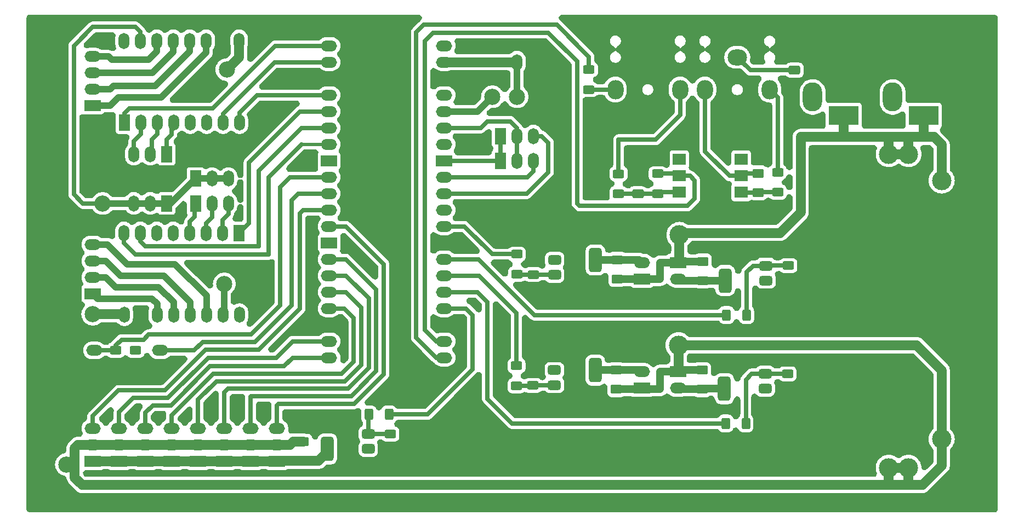
<source format=gbr>
%TF.GenerationSoftware,KiCad,Pcbnew,8.0.4*%
%TF.CreationDate,2024-10-17T10:00:51+02:00*%
%TF.ProjectId,drvPcb,64727650-6362-42e6-9b69-6361645f7063,rev?*%
%TF.SameCoordinates,PX273de60PY7d07530*%
%TF.FileFunction,Copper,L2,Bot*%
%TF.FilePolarity,Positive*%
%FSLAX46Y46*%
G04 Gerber Fmt 4.6, Leading zero omitted, Abs format (unit mm)*
G04 Created by KiCad (PCBNEW 8.0.4) date 2024-10-17 10:00:51*
%MOMM*%
%LPD*%
G01*
G04 APERTURE LIST*
G04 Aperture macros list*
%AMRoundRect*
0 Rectangle with rounded corners*
0 $1 Rounding radius*
0 $2 $3 $4 $5 $6 $7 $8 $9 X,Y pos of 4 corners*
0 Add a 4 corners polygon primitive as box body*
4,1,4,$2,$3,$4,$5,$6,$7,$8,$9,$2,$3,0*
0 Add four circle primitives for the rounded corners*
1,1,$1+$1,$2,$3*
1,1,$1+$1,$4,$5*
1,1,$1+$1,$6,$7*
1,1,$1+$1,$8,$9*
0 Add four rect primitives between the rounded corners*
20,1,$1+$1,$2,$3,$4,$5,0*
20,1,$1+$1,$4,$5,$6,$7,0*
20,1,$1+$1,$6,$7,$8,$9,0*
20,1,$1+$1,$8,$9,$2,$3,0*%
G04 Aperture macros list end*
%TA.AperFunction,ComponentPad*%
%ADD10R,4.600000X3.000000*%
%TD*%
%TA.AperFunction,ComponentPad*%
%ADD11O,4.500000X3.000000*%
%TD*%
%TA.AperFunction,ComponentPad*%
%ADD12O,3.000000X4.500000*%
%TD*%
%TA.AperFunction,ComponentPad*%
%ADD13O,2.500000X3.000000*%
%TD*%
%TA.AperFunction,ComponentPad*%
%ADD14O,3.000000X2.500000*%
%TD*%
%TA.AperFunction,ComponentPad*%
%ADD15R,2.500000X1.700000*%
%TD*%
%TA.AperFunction,ComponentPad*%
%ADD16O,2.500000X1.700000*%
%TD*%
%TA.AperFunction,ComponentPad*%
%ADD17C,3.000000*%
%TD*%
%TA.AperFunction,ComponentPad*%
%ADD18R,1.700000X2.500000*%
%TD*%
%TA.AperFunction,ComponentPad*%
%ADD19O,1.700000X2.500000*%
%TD*%
%TA.AperFunction,ComponentPad*%
%ADD20R,2.000000X1.780000*%
%TD*%
%TA.AperFunction,SMDPad,CuDef*%
%ADD21RoundRect,0.250000X0.625000X-0.400000X0.625000X0.400000X-0.625000X0.400000X-0.625000X-0.400000X0*%
%TD*%
%TA.AperFunction,SMDPad,CuDef*%
%ADD22RoundRect,0.250000X-0.625000X0.400000X-0.625000X-0.400000X0.625000X-0.400000X0.625000X0.400000X0*%
%TD*%
%TA.AperFunction,SMDPad,CuDef*%
%ADD23RoundRect,0.250001X0.624999X-0.462499X0.624999X0.462499X-0.624999X0.462499X-0.624999X-0.462499X0*%
%TD*%
%TA.AperFunction,SMDPad,CuDef*%
%ADD24RoundRect,0.250000X-0.650000X0.412500X-0.650000X-0.412500X0.650000X-0.412500X0.650000X0.412500X0*%
%TD*%
%TA.AperFunction,SMDPad,CuDef*%
%ADD25RoundRect,0.250000X0.400000X0.625000X-0.400000X0.625000X-0.400000X-0.625000X0.400000X-0.625000X0*%
%TD*%
%TA.AperFunction,SMDPad,CuDef*%
%ADD26RoundRect,0.375000X0.625000X0.375000X-0.625000X0.375000X-0.625000X-0.375000X0.625000X-0.375000X0*%
%TD*%
%TA.AperFunction,SMDPad,CuDef*%
%ADD27RoundRect,0.500000X0.500000X1.400000X-0.500000X1.400000X-0.500000X-1.400000X0.500000X-1.400000X0*%
%TD*%
%TA.AperFunction,SMDPad,CuDef*%
%ADD28RoundRect,0.250001X-0.624999X0.462499X-0.624999X-0.462499X0.624999X-0.462499X0.624999X0.462499X0*%
%TD*%
%TA.AperFunction,SMDPad,CuDef*%
%ADD29RoundRect,0.375000X-0.625000X-0.375000X0.625000X-0.375000X0.625000X0.375000X-0.625000X0.375000X0*%
%TD*%
%TA.AperFunction,SMDPad,CuDef*%
%ADD30RoundRect,0.500000X-0.500000X-1.400000X0.500000X-1.400000X0.500000X1.400000X-0.500000X1.400000X0*%
%TD*%
%TA.AperFunction,SMDPad,CuDef*%
%ADD31RoundRect,0.250000X0.650000X-0.412500X0.650000X0.412500X-0.650000X0.412500X-0.650000X-0.412500X0*%
%TD*%
%TA.AperFunction,SMDPad,CuDef*%
%ADD32RoundRect,0.250000X-0.400000X-0.625000X0.400000X-0.625000X0.400000X0.625000X-0.400000X0.625000X0*%
%TD*%
%TA.AperFunction,ViaPad*%
%ADD33C,3.000000*%
%TD*%
%TA.AperFunction,ViaPad*%
%ADD34C,2.500000*%
%TD*%
%TA.AperFunction,Conductor*%
%ADD35C,1.500000*%
%TD*%
%TA.AperFunction,Conductor*%
%ADD36C,0.660000*%
%TD*%
%TA.AperFunction,Conductor*%
%ADD37C,1.000000*%
%TD*%
%TA.AperFunction,Conductor*%
%ADD38C,1.200000*%
%TD*%
%TA.AperFunction,Conductor*%
%ADD39C,0.500000*%
%TD*%
G04 APERTURE END LIST*
D10*
%TO.P,J2,1*%
%TO.N,+24V*%
X126212000Y61362000D03*
D11*
%TO.P,J2,2*%
%TO.N,GND*%
X126212000Y67662000D03*
D12*
%TO.P,J2,3*%
%TO.N,N/C*%
X121412000Y64262000D03*
%TD*%
D10*
%TO.P,J1,1*%
%TO.N,+24V*%
X138562000Y61362000D03*
D11*
%TO.P,J1,2*%
%TO.N,GND*%
X138562000Y67662000D03*
D12*
%TO.P,J1,3*%
%TO.N,N/C*%
X133762000Y64262000D03*
%TD*%
D13*
%TO.P,J21,R*%
%TO.N,Net-(J21-PadR)*%
X114775000Y65398000D03*
D14*
%TO.P,J21,S*%
%TO.N,Net-(C46-Pad1)*%
X109775000Y70398000D03*
D13*
%TO.P,J21,T*%
%TO.N,Net-(D1-A)*%
X104775000Y65398000D03*
%TD*%
D15*
%TO.P,J3,1,Pin_1*%
%TO.N,/-Servo*%
X38676000Y7912000D03*
D16*
%TO.P,J3,2,Pin_2*%
%TO.N,+5V*%
X38676000Y10452000D03*
%TO.P,J3,3,Pin_3*%
%TO.N,/srv2*%
X38676000Y12992000D03*
%TD*%
D17*
%TO.P,DCDC1,1,in-*%
%TO.N,+24V*%
X141345300Y51332000D03*
%TO.P,DCDC1,2,in+*%
%TO.N,GND*%
X124345300Y51332000D03*
%TO.P,DCDC1,3,out-*%
%TO.N,+5V*%
X141345300Y11332000D03*
%TO.P,DCDC1,4,out+*%
%TO.N,GND*%
X124345300Y11332000D03*
%TD*%
D18*
%TO.P,J12,1,Pin_1*%
%TO.N,Net-(J12-Pin_1)*%
X26107000Y47770000D03*
D19*
%TO.P,J12,2,Pin_2*%
%TO.N,Net-(J12-Pin_2)*%
X28647000Y47770000D03*
%TO.P,J12,3,Pin_3*%
%TO.N,Net-(J12-Pin_3)*%
X31187000Y47770000D03*
%TD*%
D15*
%TO.P,J17,1,Pin_1*%
%TO.N,/-Servo*%
X14292000Y7912000D03*
D16*
%TO.P,J17,2,Pin_2*%
%TO.N,+5V*%
X14292000Y10452000D03*
%TO.P,J17,3,Pin_3*%
%TO.N,/srv7*%
X14292000Y12992000D03*
%TD*%
D18*
%TO.P,J13,1,Pin_1*%
%TO.N,GNDA*%
X73220000Y58204000D03*
D19*
%TO.P,J13,2,Pin_2*%
%TO.N,/ana_Vref*%
X75760000Y58204000D03*
%TO.P,J13,3,Pin_3*%
%TO.N,/ana2*%
X78300000Y58204000D03*
%TD*%
D15*
%TO.P,J11,1,Pin_1*%
%TO.N,/-Servo*%
X30548000Y7912000D03*
D16*
%TO.P,J11,2,Pin_2*%
%TO.N,+5V*%
X30548000Y10452000D03*
%TO.P,J11,3,Pin_3*%
%TO.N,/srv4*%
X30548000Y12992000D03*
%TD*%
D13*
%TO.P,J9,R*%
%TO.N,Net-(J9-PadR)*%
X100955000Y65405000D03*
D14*
%TO.P,J9,S*%
%TO.N,GND*%
X95955000Y70405000D03*
D13*
%TO.P,J9,T*%
%TO.N,Net-(J9-PadT)*%
X90955000Y65405000D03*
%TD*%
D20*
%TO.P,IC8,1*%
%TO.N,Net-(D1-K)*%
X110370000Y49526000D03*
%TO.P,IC8,2*%
%TO.N,Net-(D1-A)*%
X110370000Y52066000D03*
%TO.P,IC8,3*%
%TO.N,unconnected-(IC8-Pad3)*%
X110370000Y54606000D03*
%TO.P,IC8,4*%
%TO.N,unconnected-(IC8-Pad4)*%
X100840000Y54606000D03*
%TO.P,IC8,5*%
%TO.N,/MIDI_IN*%
X100840000Y52066000D03*
%TO.P,IC8,6*%
%TO.N,+3V3*%
X100840000Y49526000D03*
%TD*%
D18*
%TO.P,J19,1,Pin_1*%
%TO.N,GNDA*%
X73220000Y54394000D03*
D19*
%TO.P,J19,2,Pin_2*%
%TO.N,/ana_Vref*%
X75760000Y54394000D03*
%TO.P,J19,3,Pin_3*%
%TO.N,/ana1*%
X78300000Y54394000D03*
%TD*%
D15*
%TO.P,J18,1,Pin_1*%
%TO.N,/-Servo*%
X18356000Y7912000D03*
D16*
%TO.P,J18,2,Pin_2*%
%TO.N,+5V*%
X18356000Y10452000D03*
%TO.P,J18,3,Pin_3*%
%TO.N,/srv8*%
X18356000Y12992000D03*
%TD*%
D18*
%TO.P,J29,1,en*%
%TO.N,/stp2_en*%
X32834000Y43218000D03*
D19*
%TO.P,J29,2,ms1*%
%TO.N,Net-(J12-Pin_3)*%
X30294000Y43218000D03*
%TO.P,J29,3,ms2*%
%TO.N,Net-(J12-Pin_2)*%
X27754000Y43218000D03*
%TO.P,J29,4,sprd*%
%TO.N,Net-(J12-Pin_1)*%
X25214000Y43218000D03*
%TO.P,J29,5,uart*%
%TO.N,unconnected-(J29-uart-Pad5)*%
X22674000Y43218000D03*
%TO.P,J29,6,uart*%
%TO.N,unconnected-(J29-uart-Pad6)*%
X20134000Y43218000D03*
%TO.P,J29,7,step*%
%TO.N,/stp2_stp*%
X17594000Y43218000D03*
%TO.P,J29,8,dir*%
%TO.N,/stp2_dir*%
X15054000Y43218000D03*
%TO.P,J29,9,gnd*%
%TO.N,unconnected-(J29-gnd-Pad9)*%
X32894000Y30578000D03*
%TO.P,J29,10,vio*%
%TO.N,+3.3V*%
X30354000Y30578000D03*
%TO.P,J29,11,m1b*%
%TO.N,Net-(J29-m1b)*%
X27814000Y30578000D03*
%TO.P,J29,12,m1a*%
%TO.N,Net-(J29-m1a)*%
X25274000Y30578000D03*
%TO.P,J29,13,m2a*%
%TO.N,Net-(J29-m2a)*%
X22734000Y30578000D03*
%TO.P,J29,14,m2b*%
%TO.N,Net-(J29-m2b)*%
X20194000Y30578000D03*
%TO.P,J29,15,gnd*%
%TO.N,GND*%
X17654000Y30578000D03*
%TO.P,J29,16,vm*%
%TO.N,+24V*%
X15114000Y30578000D03*
%TD*%
D15*
%TO.P,J15,1,Pin_1*%
%TO.N,/-Servo*%
X26484000Y7912000D03*
D16*
%TO.P,J15,2,Pin_2*%
%TO.N,+5V*%
X26484000Y10452000D03*
%TO.P,J15,3,Pin_3*%
%TO.N,/srv5*%
X26484000Y12992000D03*
%TD*%
D15*
%TO.P,J_mf4,1,Pin_1*%
%TO.N,+5V*%
X100601200Y21755000D03*
D16*
%TO.P,J_mf4,2,Pin_2*%
%TO.N,Net-(D5-A)*%
X100601200Y19215000D03*
%TD*%
D18*
%TO.P,J23,1,Pin_1*%
%TO.N,GND*%
X21658000Y51600000D03*
D19*
%TO.P,J23,2,Pin_2*%
X19118000Y51600000D03*
%TO.P,J23,3,Pin_3*%
X16578000Y51600000D03*
%TD*%
D15*
%TO.P,J_mf3,1,Pin_1*%
%TO.N,+5V*%
X95038600Y19215000D03*
D16*
%TO.P,J_mf3,2,Pin_2*%
%TO.N,Net-(D4-A)*%
X95038600Y21755000D03*
%TD*%
D18*
%TO.P,J25,1,Pin_1*%
%TO.N,+3.3V*%
X21658000Y47790000D03*
D19*
%TO.P,J25,2,Pin_2*%
X19118000Y47790000D03*
%TO.P,J25,3,Pin_3*%
X16578000Y47790000D03*
%TD*%
D15*
%TO.P,J5,1,Pin_1*%
%TO.N,GND*%
X10482000Y22517000D03*
D16*
%TO.P,J5,2,Pin_2*%
%TO.N,/endstp1*%
X10482000Y25057000D03*
%TD*%
D18*
%TO.P,J20,1,Pin_1*%
%TO.N,GND*%
X78300000Y69634000D03*
D19*
%TO.P,J20,2,Pin_2*%
%TO.N,+5V*%
X75760000Y69634000D03*
%TD*%
D18*
%TO.P,J6,1,en*%
%TO.N,/stp1_en*%
X15114000Y60296000D03*
D19*
%TO.P,J6,2,ms1*%
%TO.N,Net-(J22-Pin_3)*%
X17654000Y60296000D03*
%TO.P,J6,3,ms2*%
%TO.N,Net-(J22-Pin_2)*%
X20194000Y60296000D03*
%TO.P,J6,4,sprd*%
%TO.N,Net-(J22-Pin_1)*%
X22734000Y60296000D03*
%TO.P,J6,5,uart*%
%TO.N,unconnected-(J6-uart-Pad5)*%
X25274000Y60296000D03*
%TO.P,J6,6,uart*%
%TO.N,unconnected-(J6-uart-Pad6)*%
X27814000Y60296000D03*
%TO.P,J6,7,step*%
%TO.N,/stp1_stp*%
X30354000Y60296000D03*
%TO.P,J6,8,dir*%
%TO.N,/stp1_dir*%
X32894000Y60296000D03*
%TO.P,J6,9,gnd*%
%TO.N,unconnected-(J6-gnd-Pad9)*%
X15054000Y72936000D03*
%TO.P,J6,10,vio*%
%TO.N,+3.3V*%
X17594000Y72936000D03*
%TO.P,J6,11,m1b*%
%TO.N,Net-(J6-m1b)*%
X20134000Y72936000D03*
%TO.P,J6,12,m1a*%
%TO.N,Net-(J6-m1a)*%
X22674000Y72936000D03*
%TO.P,J6,13,m2a*%
%TO.N,Net-(J6-m2a)*%
X25214000Y72936000D03*
%TO.P,J6,14,m2b*%
%TO.N,Net-(J6-m2b)*%
X27754000Y72936000D03*
%TO.P,J6,15,gnd*%
%TO.N,GND*%
X30294000Y72936000D03*
%TO.P,J6,16,vm*%
%TO.N,+24V*%
X32834000Y72936000D03*
%TD*%
D15*
%TO.P,J4,1,Pin_1*%
%TO.N,/-Servo*%
X34612000Y7912000D03*
D16*
%TO.P,J4,2,Pin_2*%
%TO.N,+5V*%
X34612000Y10452000D03*
%TO.P,J4,3,Pin_3*%
%TO.N,/srv3*%
X34612000Y12992000D03*
%TD*%
D15*
%TO.P,J7,1,Pin_1*%
%TO.N,Net-(J6-m2b)*%
X10228000Y62903000D03*
D16*
%TO.P,J7,2,Pin_2*%
%TO.N,Net-(J6-m2a)*%
X10228000Y65443000D03*
%TO.P,J7,3,Pin_3*%
%TO.N,Net-(J6-m1a)*%
X10228000Y67983000D03*
%TO.P,J7,4,Pin_4*%
%TO.N,Net-(J6-m1b)*%
X10228000Y70523000D03*
%TD*%
D15*
%TO.P,J_mf2,1,Pin_1*%
%TO.N,+24V*%
X100652000Y38646000D03*
D16*
%TO.P,J_mf2,2,Pin_2*%
%TO.N,Net-(D3-A)*%
X100652000Y36106000D03*
%TD*%
D18*
%TO.P,J24,1,Pin_1*%
%TO.N,+3.3V*%
X26107000Y51630000D03*
D19*
%TO.P,J24,2,Pin_2*%
X28647000Y51630000D03*
%TO.P,J24,3,Pin_3*%
X31187000Y51630000D03*
%TD*%
D16*
%TO.P,U1,1,GPIO0*%
%TO.N,/stp1_en*%
X46724000Y72174000D03*
%TO.P,U1,2,GPIO1*%
%TO.N,/stp1_stp*%
X46724000Y69634000D03*
D15*
%TO.P,U1,3,GND*%
%TO.N,GND*%
X46724000Y67094000D03*
D16*
%TO.P,U1,4,GPIO2*%
%TO.N,/stp1_dir*%
X46724000Y64554000D03*
%TO.P,U1,5,GPIO3*%
%TO.N,/stp2_en*%
X46724000Y62014000D03*
%TO.P,U1,6,GPIO4*%
%TO.N,/stp2_stp*%
X46724000Y59474000D03*
%TO.P,U1,7,GPIO5*%
%TO.N,/stp2_dir*%
X46724000Y56934000D03*
D15*
%TO.P,U1,8,GND*%
%TO.N,unconnected-(U1-GND-Pad8)*%
X46724000Y54394000D03*
D16*
%TO.P,U1,9,GPIO6*%
%TO.N,/endstp1*%
X46724000Y51854000D03*
%TO.P,U1,10,GPIO7*%
%TO.N,/endstp2*%
X46724000Y49314000D03*
%TO.P,U1,11,GPIO8*%
%TO.N,/srv1*%
X46724000Y46774000D03*
%TO.P,U1,12,GPIO9*%
%TO.N,/srv2*%
X46724000Y44234000D03*
D15*
%TO.P,U1,13,GND*%
%TO.N,unconnected-(U1-GND-Pad13)*%
X46724000Y41694000D03*
D16*
%TO.P,U1,14,GPIO10*%
%TO.N,/srv3*%
X46724000Y39154000D03*
%TO.P,U1,15,GPIO11*%
%TO.N,/srv4*%
X46724000Y36614000D03*
%TO.P,U1,16,GPIO12*%
%TO.N,/srv5*%
X46724000Y34074000D03*
%TO.P,U1,17,GPIO13*%
%TO.N,/srv6*%
X46724000Y31534000D03*
D15*
%TO.P,U1,18,GND*%
%TO.N,GND*%
X46724000Y28994000D03*
D16*
%TO.P,U1,19,GPIO14*%
%TO.N,/srv7*%
X46724000Y26454000D03*
%TO.P,U1,20,GPIO15*%
%TO.N,/srv8*%
X46724000Y23914000D03*
%TO.P,U1,21,GPIO16*%
%TO.N,/MIDI_OUT*%
X64504000Y23914000D03*
%TO.P,U1,22,GPIO17*%
%TO.N,/MIDI_IN*%
X64504000Y26454000D03*
D15*
%TO.P,U1,23,GND*%
%TO.N,GND*%
X64504000Y28994000D03*
D16*
%TO.P,U1,24,GPIO18*%
%TO.N,/mos5_gate*%
X64504000Y31534000D03*
%TO.P,U1,25,GPIO19*%
%TO.N,/mos4_gate*%
X64504000Y34074000D03*
%TO.P,U1,26,GPIO20*%
%TO.N,/mos3_gate*%
X64504000Y36614000D03*
%TO.P,U1,27,GPIO21*%
%TO.N,/mos2_gate*%
X64504000Y39154000D03*
D15*
%TO.P,U1,28,GND*%
%TO.N,GND*%
X64504000Y41694000D03*
D16*
%TO.P,U1,29,GPIO22*%
%TO.N,/mos1_gate*%
X64504000Y44234000D03*
%TO.P,U1,30,RUN*%
%TO.N,unconnected-(U1-RUN-Pad30)*%
X64504000Y46774000D03*
%TO.P,U1,31,GPIO26_ADC0*%
%TO.N,/ana2*%
X64504000Y49314000D03*
%TO.P,U1,32,GPIO27_ADC1*%
%TO.N,/ana1*%
X64504000Y51854000D03*
D15*
%TO.P,U1,33,AGND*%
%TO.N,GNDA*%
X64504000Y54394000D03*
D16*
%TO.P,U1,34,GPIO28_ADC2*%
%TO.N,unconnected-(U1-GPIO28_ADC2-Pad34)*%
X64504000Y56934000D03*
%TO.P,U1,35,ADC_VREF*%
%TO.N,/ana_Vref*%
X64504000Y59474000D03*
%TO.P,U1,36,3V3*%
%TO.N,+3.3V*%
X64504000Y62014000D03*
%TO.P,U1,37,3V3_EN*%
%TO.N,unconnected-(U1-3V3_EN-Pad37)*%
X64504000Y64554000D03*
D15*
%TO.P,U1,38,GND*%
%TO.N,GND*%
X64504000Y67094000D03*
D16*
%TO.P,U1,39,VSYS*%
%TO.N,+5V*%
X64504000Y69634000D03*
%TO.P,U1,40,VBUS*%
%TO.N,unconnected-(U1-VBUS-Pad40)*%
X64504000Y72174000D03*
%TD*%
D18*
%TO.P,J28,1,Pin_1*%
%TO.N,GND*%
X26107000Y55630000D03*
D19*
%TO.P,J28,2,Pin_2*%
X28647000Y55630000D03*
%TO.P,J28,3,Pin_3*%
X31187000Y55630000D03*
%TD*%
D18*
%TO.P,J22,1,Pin_1*%
%TO.N,Net-(J22-Pin_1)*%
X21658000Y55410000D03*
D19*
%TO.P,J22,2,Pin_2*%
%TO.N,Net-(J22-Pin_2)*%
X19118000Y55410000D03*
%TO.P,J22,3,Pin_3*%
%TO.N,Net-(J22-Pin_3)*%
X16578000Y55410000D03*
%TD*%
D15*
%TO.P,J_mf1,1,Pin_1*%
%TO.N,+24V*%
X95069000Y36101000D03*
D16*
%TO.P,J_mf1,2,Pin_2*%
%TO.N,Net-(D2-A)*%
X95069000Y38641000D03*
%TD*%
D15*
%TO.P,J16,1,Pin_1*%
%TO.N,/-Servo*%
X22420000Y7912000D03*
D16*
%TO.P,J16,2,Pin_2*%
%TO.N,+5V*%
X22420000Y10452000D03*
%TO.P,J16,3,Pin_3*%
%TO.N,/srv6*%
X22420000Y12992000D03*
%TD*%
D15*
%TO.P,J31,1,Pin_1*%
%TO.N,Net-(J29-m2b)*%
X10228000Y33820000D03*
D16*
%TO.P,J31,2,Pin_2*%
%TO.N,Net-(J29-m2a)*%
X10228000Y36360000D03*
%TO.P,J31,3,Pin_3*%
%TO.N,Net-(J29-m1a)*%
X10228000Y38900000D03*
%TO.P,J31,4,Pin_4*%
%TO.N,Net-(J29-m1b)*%
X10228000Y41440000D03*
%TD*%
D15*
%TO.P,J14,1,Pin_1*%
%TO.N,GND*%
X20642000Y22517000D03*
D16*
%TO.P,J14,2,Pin_2*%
%TO.N,/endstp2*%
X20642000Y25057000D03*
%TD*%
D15*
%TO.P,J10,1,Pin_1*%
%TO.N,/-Servo*%
X10228000Y7912000D03*
D16*
%TO.P,J10,2,Pin_2*%
%TO.N,+5V*%
X10228000Y10452000D03*
%TO.P,J10,3,Pin_3*%
%TO.N,/srv1*%
X10228000Y12992000D03*
%TD*%
D21*
%TO.P,R1,1*%
%TO.N,Net-(Q1-G)*%
X78300000Y36791800D03*
%TO.P,R1,2*%
%TO.N,GND*%
X78300000Y39891800D03*
%TD*%
%TO.P,R8,1*%
%TO.N,Net-(Q3-G)*%
X78212700Y19620800D03*
%TO.P,R8,2*%
%TO.N,GND*%
X78212700Y22720800D03*
%TD*%
D22*
%TO.P,R23,1*%
%TO.N,/MIDI_OUT*%
X86868000Y68505000D03*
%TO.P,R23,2*%
%TO.N,Net-(J9-PadT)*%
X86868000Y65405000D03*
%TD*%
%TO.P,R6,1*%
%TO.N,/endstp2*%
X16832000Y25057000D03*
%TO.P,R6,2*%
%TO.N,GND*%
X16832000Y21957000D03*
%TD*%
D23*
%TO.P,D4,1,K*%
%TO.N,+5V*%
X91090500Y19034000D03*
%TO.P,D4,2,A*%
%TO.N,Net-(D4-A)*%
X91090500Y22009000D03*
%TD*%
D24*
%TO.P,C45,1*%
%TO.N,GND*%
X94429000Y52400500D03*
%TO.P,C45,2*%
%TO.N,+3V3*%
X94429000Y49275500D03*
%TD*%
D23*
%TO.P,D2,1,K*%
%TO.N,+24V*%
X91259000Y36106000D03*
%TO.P,D2,2,A*%
%TO.N,Net-(D2-A)*%
X91259000Y39081000D03*
%TD*%
D25*
%TO.P,R11,1*%
%TO.N,/mos5_gate*%
X55974000Y15151000D03*
%TO.P,R11,2*%
%TO.N,Net-(Q5-G)*%
X52874000Y15151000D03*
%TD*%
D22*
%TO.P,R21,1*%
%TO.N,/MIDI_IN*%
X97477000Y52388000D03*
%TO.P,R21,2*%
%TO.N,+3V3*%
X97477000Y49288000D03*
%TD*%
D23*
%TO.P,D1,1,K*%
%TO.N,Net-(D1-K)*%
X113024000Y49488500D03*
%TO.P,D1,2,A*%
%TO.N,Net-(D1-A)*%
X113024000Y52463500D03*
%TD*%
D26*
%TO.P,Q4,1,G*%
%TO.N,Net-(Q4-G)*%
X114089000Y21435500D03*
%TO.P,Q4,2,2*%
%TO.N,Net-(D5-A)*%
X114089000Y19135500D03*
D27*
X107789000Y19135500D03*
D26*
%TO.P,Q4,3,3*%
%TO.N,GND*%
X114089000Y16835500D03*
%TD*%
D22*
%TO.P,R20,1*%
%TO.N,Net-(J9-PadR)*%
X91440000Y52376000D03*
%TO.P,R20,2*%
%TO.N,+3V3*%
X91440000Y49276000D03*
%TD*%
%TO.P,R4,1*%
%TO.N,Net-(Q2-G)*%
X117670000Y38164000D03*
%TO.P,R4,2*%
%TO.N,GND*%
X117670000Y35064000D03*
%TD*%
%TO.P,R5,1*%
%TO.N,/endstp1*%
X13784000Y25057000D03*
%TO.P,R5,2*%
%TO.N,GND*%
X13784000Y21957000D03*
%TD*%
D28*
%TO.P,D3,1,K*%
%TO.N,+24V*%
X104462000Y38827000D03*
%TO.P,D3,2,A*%
%TO.N,Net-(D3-A)*%
X104462000Y35852000D03*
%TD*%
%TO.P,D5,1,K*%
%TO.N,+5V*%
X104335000Y22009000D03*
%TO.P,D5,2,A*%
%TO.N,Net-(D5-A)*%
X104335000Y19034000D03*
%TD*%
D22*
%TO.P,R12,1*%
%TO.N,Net-(Q5-G)*%
X56202000Y12103000D03*
%TO.P,R12,2*%
%TO.N,GND*%
X56202000Y9003000D03*
%TD*%
D29*
%TO.P,Q1,1,G*%
%TO.N,Net-(Q1-G)*%
X81566500Y36746000D03*
%TO.P,Q1,2,D*%
%TO.N,Net-(D2-A)*%
X81566500Y39046000D03*
D30*
X87866500Y39046000D03*
D29*
%TO.P,Q1,3,S*%
%TO.N,GND*%
X81566500Y41346000D03*
%TD*%
D31*
%TO.P,C46,1*%
%TO.N,Net-(C46-Pad1)*%
X118618000Y68414500D03*
%TO.P,C46,2*%
%TO.N,GND*%
X118618000Y71539500D03*
%TD*%
D22*
%TO.P,R10,1*%
%TO.N,Net-(Q4-G)*%
X117543000Y21424800D03*
%TO.P,R10,2*%
%TO.N,GND*%
X117543000Y18324800D03*
%TD*%
D29*
%TO.P,Q3,1,G*%
%TO.N,Net-(Q3-G)*%
X81537150Y19695300D03*
%TO.P,Q3,2,D*%
%TO.N,Net-(D4-A)*%
X81537150Y21995300D03*
D30*
X87837150Y21995300D03*
D29*
%TO.P,Q3,3,S*%
%TO.N,GND*%
X81537150Y24295300D03*
%TD*%
D22*
%TO.P,R2,1*%
%TO.N,/mos1_gate*%
X75734600Y39943200D03*
%TO.P,R2,2*%
%TO.N,Net-(Q1-G)*%
X75734600Y36843200D03*
%TD*%
D26*
%TO.P,Q2,1,G*%
%TO.N,Net-(Q2-G)*%
X114216000Y38152000D03*
%TO.P,Q2,2,D*%
%TO.N,Net-(D3-A)*%
X114216000Y35852000D03*
D27*
X107916000Y35852000D03*
D26*
%TO.P,Q2,3,S*%
%TO.N,GND*%
X114216000Y33552000D03*
%TD*%
D28*
%TO.P,D6,1,K*%
%TO.N,+5V*%
X42740000Y10949500D03*
%TO.P,D6,2,A*%
%TO.N,/-Servo*%
X42740000Y7974500D03*
%TD*%
D22*
%TO.P,R7,1*%
%TO.N,/mos3_gate*%
X75683800Y22669400D03*
%TO.P,R7,2*%
%TO.N,Net-(Q3-G)*%
X75683800Y19569400D03*
%TD*%
%TO.P,R22,1*%
%TO.N,Net-(J21-PadR)*%
X116024000Y52626000D03*
%TO.P,R22,2*%
%TO.N,Net-(D1-K)*%
X116024000Y49526000D03*
%TD*%
D32*
%TO.P,R3,1*%
%TO.N,/mos2_gate*%
X108119000Y30518000D03*
%TO.P,R3,2*%
%TO.N,Net-(Q2-G)*%
X111219000Y30518000D03*
%TD*%
D26*
%TO.P,Q5,1,G*%
%TO.N,Net-(Q5-G)*%
X52773000Y12117000D03*
%TO.P,Q5,2,D*%
%TO.N,/-Servo*%
X52773000Y9817000D03*
D27*
X46473000Y9817000D03*
D26*
%TO.P,Q5,3,S*%
%TO.N,GND*%
X52773000Y7517000D03*
%TD*%
D32*
%TO.P,R9,1*%
%TO.N,/mos4_gate*%
X107992000Y13754000D03*
%TO.P,R9,2*%
%TO.N,Net-(Q4-G)*%
X111092000Y13754000D03*
%TD*%
D33*
%TO.N,+24V*%
X100838000Y42926000D03*
%TO.N,GND*%
X55614000Y48044000D03*
X11752000Y51600000D03*
X80332000Y64300000D03*
D34*
%TO.N,+3.3V*%
X71950000Y64300000D03*
X11752000Y47790000D03*
X30548000Y35344000D03*
%TO.N,+24V*%
X30929000Y68491000D03*
X10228000Y30645000D03*
D33*
X136212000Y55410000D03*
X133164000Y55410000D03*
D34*
%TO.N,+5V*%
X75760000Y64300000D03*
D33*
X133164000Y6896000D03*
D34*
X6164000Y7404000D03*
D33*
X136212000Y6896000D03*
X100711000Y25857200D03*
%TD*%
D35*
%TO.N,+5V*%
X100711000Y25857200D02*
X100711000Y21864800D01*
X100711000Y21864800D02*
X100601200Y21755000D01*
X137464800Y25857200D02*
X100711000Y25857200D01*
X100838000Y21991800D02*
X100601200Y21755000D01*
X100533200Y21823000D02*
X100601200Y21755000D01*
X141345300Y11332000D02*
X141345300Y21976700D01*
X141345300Y21976700D02*
X137464800Y25857200D01*
%TO.N,+24V*%
X100838000Y42926000D02*
X100838000Y38832000D01*
X100838000Y38832000D02*
X100652000Y38646000D01*
X116400000Y43218000D02*
X101130000Y43218000D01*
X101130000Y43218000D02*
X100838000Y42926000D01*
X133418000Y58077000D02*
X119575000Y58077000D01*
X101130000Y43218000D02*
X100584000Y42672000D01*
X119575000Y58077000D02*
X119575000Y46393000D01*
X119575000Y46393000D02*
X116400000Y43218000D01*
D36*
%TO.N,/ana_Vref*%
X64504000Y59474000D02*
X70172000Y59474000D01*
X70172000Y59474000D02*
X71175400Y60477400D01*
X71175400Y60477400D02*
X74706600Y60477400D01*
X74706600Y60477400D02*
X75760000Y59424000D01*
%TO.N,/srv1*%
X46724000Y46774000D02*
X42740000Y46774000D01*
X42740000Y46774000D02*
X42232000Y46266000D01*
X42232000Y46266000D02*
X42232000Y31534000D01*
X42232000Y31534000D02*
X35882000Y25184000D01*
X35882000Y25184000D02*
X27669048Y25184000D01*
X27669048Y25184000D02*
X21353048Y18868000D01*
X21353048Y18868000D02*
X14199000Y18868000D01*
X14199000Y18868000D02*
X10228000Y14897000D01*
X10228000Y14897000D02*
X10228000Y12992000D01*
%TO.N,/srv7*%
X14292000Y12992000D02*
X14292000Y15532000D01*
X14292000Y15532000D02*
X16468000Y17708000D01*
X16468000Y17708000D02*
X18984512Y17708000D01*
%TO.N,/MIDI_OUT*%
X86868000Y68505000D02*
X86868000Y70464000D01*
X86868000Y70464000D02*
X81894000Y75438000D01*
X81894000Y75438000D02*
X61371000Y75438000D01*
X61371000Y75438000D02*
X60198000Y74265000D01*
X60198000Y74265000D02*
X60198000Y27017919D01*
X60198000Y27017919D02*
X63301919Y23914000D01*
X63301919Y23914000D02*
X64504000Y23914000D01*
%TO.N,+3V3*%
X97715000Y49526000D02*
X97477000Y49288000D01*
X94428500Y49276000D02*
X94429000Y49275500D01*
X97477000Y49288000D02*
X94441500Y49288000D01*
X100840000Y49526000D02*
X97715000Y49526000D01*
X94441500Y49288000D02*
X94429000Y49275500D01*
X91440000Y49276000D02*
X94428500Y49276000D01*
%TO.N,Net-(C46-Pad1)*%
X111805500Y68414500D02*
X109808000Y70412000D01*
X118618000Y68414500D02*
X111805500Y68414500D01*
%TO.N,Net-(D1-K)*%
X116024000Y49526000D02*
X113061500Y49526000D01*
X110407500Y49488500D02*
X110370000Y49526000D01*
X113024000Y49488500D02*
X110407500Y49488500D01*
X113061500Y49526000D02*
X113024000Y49488500D01*
%TO.N,Net-(D1-A)*%
X110370000Y52066000D02*
X108568000Y52066000D01*
X104808000Y55826000D02*
X104808000Y65412000D01*
X113024000Y52463500D02*
X110767500Y52463500D01*
X108568000Y52066000D02*
X104808000Y55826000D01*
X110767500Y52463500D02*
X110370000Y52066000D01*
%TO.N,/MIDI_IN*%
X103192000Y48552000D02*
X103192000Y51346000D01*
X61536000Y28219919D02*
X61536000Y72936000D01*
X62806000Y74206000D02*
X80586000Y74206000D01*
X80586000Y74206000D02*
X85031000Y69761000D01*
X61536000Y72936000D02*
X62806000Y74206000D01*
X102049000Y47409000D02*
X103192000Y48552000D01*
X102472000Y52066000D02*
X100840000Y52066000D01*
X103192000Y51346000D02*
X102472000Y52066000D01*
X100518000Y52388000D02*
X100840000Y52066000D01*
X85031000Y69761000D02*
X85031000Y47790000D01*
X85412000Y47409000D02*
X102049000Y47409000D01*
X85031000Y47790000D02*
X85412000Y47409000D01*
X97477000Y52388000D02*
X100518000Y52388000D01*
X63301919Y26454000D02*
X61536000Y28219919D01*
X64504000Y26454000D02*
X63301919Y26454000D01*
%TO.N,Net-(J22-Pin_2)*%
X19372000Y55664000D02*
X19372000Y57696000D01*
X20194000Y58518000D02*
X20194000Y60296000D01*
X19372000Y57696000D02*
X20194000Y58518000D01*
%TO.N,/stp1_en*%
X15114000Y61723000D02*
X15114000Y60296000D01*
X15913000Y62522000D02*
X15114000Y61723000D01*
X46724000Y72174000D02*
X38422000Y72174000D01*
X38422000Y72174000D02*
X28770000Y62522000D01*
X28770000Y62522000D02*
X15913000Y62522000D01*
%TO.N,Net-(J22-Pin_1)*%
X22420000Y58458000D02*
X22420000Y59982000D01*
X21658000Y55410000D02*
X21658000Y57696000D01*
X21658000Y57696000D02*
X22420000Y58458000D01*
%TO.N,/stp1_dir*%
X35628000Y64554000D02*
X46724000Y64554000D01*
X32894000Y61820000D02*
X35628000Y64554000D01*
X32894000Y60296000D02*
X32894000Y61820000D01*
D37*
%TO.N,+3.3V*%
X64504000Y62014000D02*
X69664000Y62014000D01*
X22267000Y47790000D02*
X26107000Y51630000D01*
D36*
X11752000Y47790000D02*
X8704000Y47790000D01*
D37*
X26107000Y51630000D02*
X28647000Y51630000D01*
X16578000Y47790000D02*
X19118000Y47790000D01*
X21658000Y47790000D02*
X22267000Y47790000D01*
D36*
X16832000Y75095000D02*
X17594000Y74333000D01*
D37*
X30548000Y35344000D02*
X30548000Y30772000D01*
D36*
X8704000Y47790000D02*
X7307000Y49187000D01*
X10228000Y75095000D02*
X16832000Y75095000D01*
X17594000Y74333000D02*
X17594000Y72936000D01*
D37*
X11752000Y47790000D02*
X16578000Y47790000D01*
X69664000Y62014000D02*
X71950000Y64300000D01*
X28647000Y51630000D02*
X31187000Y51630000D01*
D36*
X7307000Y72174000D02*
X10228000Y75095000D01*
D37*
X19118000Y47790000D02*
X21658000Y47790000D01*
D36*
X7307000Y49187000D02*
X7307000Y72174000D01*
D37*
%TO.N,Net-(J6-m1b)*%
X18864000Y70015000D02*
X20134000Y71285000D01*
X13149000Y70015000D02*
X18864000Y70015000D01*
X10228000Y70523000D02*
X12641000Y70523000D01*
X12641000Y70523000D02*
X13149000Y70015000D01*
X20134000Y71285000D02*
X20134000Y72936000D01*
%TO.N,Net-(J6-m1a)*%
X22674000Y71258340D02*
X22674000Y72936000D01*
X19398660Y67983000D02*
X22674000Y71258340D01*
X10228000Y67983000D02*
X19398660Y67983000D01*
%TO.N,Net-(J6-m2a)*%
X19880000Y65951000D02*
X25214000Y71285000D01*
X10228000Y65443000D02*
X12895000Y65443000D01*
X25214000Y71285000D02*
X25214000Y72936000D01*
X13403000Y65951000D02*
X19880000Y65951000D01*
X12895000Y65443000D02*
X13403000Y65951000D01*
%TO.N,Net-(J6-m2b)*%
X27754000Y71104680D02*
X27754000Y72936000D01*
X14165000Y64173000D02*
X20822320Y64173000D01*
X10228000Y62903000D02*
X12895000Y62903000D01*
X20822320Y64173000D02*
X27754000Y71104680D01*
X12895000Y62903000D02*
X14165000Y64173000D01*
D35*
%TO.N,+24V*%
X30929000Y68491000D02*
X32834000Y70396000D01*
D38*
X91264000Y36101000D02*
X91259000Y36106000D01*
X97858000Y38646000D02*
X100652000Y38646000D01*
X104462000Y38827000D02*
X100833000Y38827000D01*
X97853000Y36101000D02*
X95069000Y36101000D01*
D35*
X15047000Y30645000D02*
X15114000Y30578000D01*
X136212000Y55410000D02*
X136212000Y57823000D01*
X126174000Y61326000D02*
X126174000Y58209000D01*
X10228000Y30645000D02*
X15047000Y30645000D01*
X136212000Y57823000D02*
X136466000Y58077000D01*
X136466000Y58077000D02*
X133418000Y58077000D01*
X138524000Y61326000D02*
X138524000Y58103000D01*
X140149000Y58077000D02*
X138498000Y58077000D01*
X138498000Y58077000D02*
X136466000Y58077000D01*
D38*
X100833000Y38827000D02*
X100652000Y38646000D01*
D35*
X32834000Y70396000D02*
X32834000Y72936000D01*
X133164000Y55410000D02*
X133164000Y57823000D01*
X133164000Y57823000D02*
X133418000Y58077000D01*
X141345300Y51332000D02*
X141345300Y56880700D01*
D38*
X97858000Y38646000D02*
X97858000Y36106000D01*
X95069000Y36101000D02*
X91264000Y36101000D01*
D35*
X141345300Y56880700D02*
X140149000Y58077000D01*
X136212000Y55410000D02*
X133164000Y55410000D01*
D36*
%TO.N,/stp2_en*%
X34358000Y44742000D02*
X32834000Y43218000D01*
X34358000Y54140000D02*
X34358000Y44742000D01*
X46724000Y62014000D02*
X42232000Y62014000D01*
X42232000Y62014000D02*
X34358000Y54140000D01*
D39*
%TO.N,/stp2_dir*%
X46724000Y56934000D02*
X42486000Y56934000D01*
D36*
X37406000Y51854000D02*
X37406000Y39916000D01*
X42486000Y56934000D02*
X37406000Y51854000D01*
X16832000Y39916000D02*
X15054000Y41694000D01*
X37406000Y39916000D02*
X16832000Y39916000D01*
X15054000Y41694000D02*
X15054000Y42964000D01*
%TO.N,Net-(Q1-G)*%
X81566500Y36746000D02*
X78147000Y36746000D01*
X78300000Y36791800D02*
X75786000Y36791800D01*
X75786000Y36791800D02*
X75734600Y36843200D01*
D38*
%TO.N,Net-(D2-A)*%
X94629000Y39081000D02*
X95069000Y38641000D01*
X91259000Y39081000D02*
X94629000Y39081000D01*
X87901500Y39081000D02*
X87866500Y39046000D01*
X91259000Y39081000D02*
X87901500Y39081000D01*
D36*
%TO.N,Net-(Q2-G)*%
X112223000Y38152000D02*
X114216000Y38152000D01*
X111219000Y30518000D02*
X111219000Y37148000D01*
X114228000Y38164000D02*
X114216000Y38152000D01*
X117670000Y38164000D02*
X114228000Y38164000D01*
X111219000Y37148000D02*
X112223000Y38152000D01*
D38*
%TO.N,Net-(D3-A)*%
X104462000Y35852000D02*
X100906000Y35852000D01*
X107916000Y35852000D02*
X104462000Y35852000D01*
X100906000Y35852000D02*
X100652000Y36106000D01*
D36*
%TO.N,/stp1_stp*%
X30354000Y60296000D02*
X30354000Y61682488D01*
X30354000Y61682488D02*
X38305512Y69634000D01*
X38305512Y69634000D02*
X46724000Y69634000D01*
%TO.N,/stp2_stp*%
X35882000Y52870000D02*
X35882000Y41186000D01*
X46724000Y59474000D02*
X42486000Y59474000D01*
X42486000Y59474000D02*
X35882000Y52870000D01*
X18356000Y41186000D02*
X17594000Y41948000D01*
X35882000Y41186000D02*
X18356000Y41186000D01*
X17594000Y41948000D02*
X17594000Y43218000D01*
%TO.N,/srv2*%
X38930000Y16802000D02*
X38676000Y16548000D01*
X55186000Y38392000D02*
X55186000Y21374000D01*
X49344000Y44234000D02*
X55186000Y38392000D01*
X38676000Y16548000D02*
X38676000Y12992000D01*
X50614000Y16802000D02*
X38930000Y16802000D01*
X47058000Y44234000D02*
X49344000Y44234000D01*
X55186000Y21374000D02*
X50614000Y16802000D01*
%TO.N,/srv3*%
X49344000Y39154000D02*
X54026000Y34472000D01*
X50133512Y17962000D02*
X34722000Y17962000D01*
X54026000Y21854488D02*
X50133512Y17962000D01*
X47384000Y39154000D02*
X49344000Y39154000D01*
X34722000Y17962000D02*
X34612000Y17852000D01*
X34612000Y17852000D02*
X34612000Y12992000D01*
X54026000Y34472000D02*
X54026000Y21854488D01*
%TO.N,/srv4*%
X49344000Y36614000D02*
X52866000Y33092000D01*
X31102000Y19122000D02*
X30548000Y18568000D01*
X52866000Y33092000D02*
X52866000Y22334976D01*
X52866000Y22334976D02*
X49653024Y19122000D01*
X47926081Y36614000D02*
X49344000Y36614000D01*
X30548000Y18568000D02*
X30548000Y12992000D01*
X49653024Y19122000D02*
X31102000Y19122000D01*
%TO.N,/srv5*%
X51706000Y22815464D02*
X49172536Y20282000D01*
X49344000Y34074000D02*
X51706000Y31712000D01*
X29329000Y20282000D02*
X26484000Y17437000D01*
X46724000Y34074000D02*
X49344000Y34074000D01*
X49172536Y20282000D02*
X29329000Y20282000D01*
X51706000Y31712000D02*
X51706000Y22815464D01*
X26484000Y17437000D02*
X26484000Y12992000D01*
%TO.N,/srv6*%
X50546000Y23295952D02*
X48692048Y21442000D01*
X46724000Y31534000D02*
X49090000Y31534000D01*
X50546000Y30078000D02*
X50546000Y23295952D01*
X48692048Y21442000D02*
X28848512Y21442000D01*
X28848512Y21442000D02*
X22420000Y15013488D01*
X22420000Y15013488D02*
X22420000Y12992000D01*
X49090000Y31534000D02*
X50546000Y30078000D01*
D35*
%TO.N,/-Servo*%
X26484000Y7912000D02*
X22420000Y7912000D01*
X14292000Y7912000D02*
X10228000Y7912000D01*
X38676000Y7912000D02*
X34612000Y7912000D01*
X18356000Y7912000D02*
X14292000Y7912000D01*
X30548000Y7912000D02*
X26484000Y7912000D01*
X45088500Y7974500D02*
X46473000Y9359000D01*
X46473000Y9359000D02*
X46473000Y9817000D01*
X22420000Y7912000D02*
X18356000Y7912000D01*
X42740000Y7974500D02*
X38738500Y7974500D01*
X42740000Y7974500D02*
X45088500Y7974500D01*
X34612000Y7912000D02*
X30548000Y7912000D01*
D36*
%TO.N,/srv7*%
X21833536Y17708000D02*
X28039536Y23914000D01*
X41089000Y26454000D02*
X46724000Y26454000D01*
X19018512Y17708000D02*
X21833536Y17708000D01*
X38549000Y23914000D02*
X41089000Y26454000D01*
X28039536Y23914000D02*
X38549000Y23914000D01*
%TO.N,/srv8*%
X22314024Y16548000D02*
X28368024Y22602000D01*
X18356000Y12992000D02*
X18356000Y15405000D01*
X39777000Y22602000D02*
X41089000Y23914000D01*
X19499000Y16548000D02*
X22314024Y16548000D01*
X28368024Y22602000D02*
X39777000Y22602000D01*
X18356000Y15405000D02*
X19499000Y16548000D01*
X41089000Y23914000D02*
X46724000Y23914000D01*
D38*
%TO.N,Net-(D4-A)*%
X91090500Y22009000D02*
X94683000Y22009000D01*
X91090500Y22009000D02*
X87673000Y22009000D01*
X94683000Y22009000D02*
X94900500Y21791500D01*
D36*
%TO.N,GNDA*%
X64504000Y54394000D02*
X73220000Y54394000D01*
X73220000Y54394000D02*
X73220000Y58204000D01*
%TO.N,Net-(Q3-G)*%
X78161300Y19569400D02*
X78212700Y19620800D01*
X78083150Y19621400D02*
X81463250Y19621400D01*
X75683800Y19569400D02*
X78161300Y19569400D01*
%TO.N,Net-(Q4-G)*%
X111092000Y20511000D02*
X112016500Y21435500D01*
X111092000Y13754000D02*
X111092000Y20511000D01*
X117543000Y21424800D02*
X114099700Y21424800D01*
X114099700Y21424800D02*
X114089000Y21435500D01*
X112016500Y21435500D02*
X114089000Y21435500D01*
D38*
%TO.N,Net-(D5-A)*%
X107789000Y19135500D02*
X104436500Y19135500D01*
X100742500Y19034000D02*
X100525000Y19251500D01*
X104335000Y19034000D02*
X100742500Y19034000D01*
X104436500Y19135500D02*
X104335000Y19034000D01*
D36*
%TO.N,/ana_Vref*%
X75760000Y54394000D02*
X75760000Y58204000D01*
%TO.N,Net-(Q5-G)*%
X56202000Y12103000D02*
X52787000Y12103000D01*
X52773000Y15050000D02*
X52874000Y15151000D01*
X52787000Y12103000D02*
X52773000Y12117000D01*
X52773000Y12117000D02*
X52773000Y15050000D01*
D35*
%TO.N,+5V*%
X26484000Y10452000D02*
X30548000Y10452000D01*
X8577000Y4229000D02*
X133418000Y4229000D01*
X141345300Y7203300D02*
X138371000Y4229000D01*
X138371000Y4229000D02*
X136212000Y4229000D01*
D37*
X75760000Y64300000D02*
X75760000Y69634000D01*
D35*
X41216000Y10960000D02*
X42729500Y10960000D01*
X18356000Y10452000D02*
X22420000Y10452000D01*
X141345300Y11332000D02*
X141345300Y7203300D01*
X136212000Y6896000D02*
X133164000Y6896000D01*
X38676000Y10452000D02*
X40708000Y10452000D01*
X7942000Y10452000D02*
X7434000Y9944000D01*
D38*
X100601200Y21755000D02*
X97858000Y21755000D01*
D35*
X10228000Y10452000D02*
X7942000Y10452000D01*
D38*
X97858000Y19034000D02*
X91090500Y19034000D01*
D35*
X7434000Y9944000D02*
X7434000Y5372000D01*
X133164000Y4483000D02*
X133418000Y4229000D01*
X22420000Y10452000D02*
X26484000Y10452000D01*
X136212000Y6896000D02*
X136212000Y4229000D01*
D38*
X100855200Y22009000D02*
X104335000Y22009000D01*
D35*
X10228000Y10452000D02*
X14292000Y10452000D01*
X133418000Y4229000D02*
X136212000Y4229000D01*
D38*
X97858000Y21755000D02*
X97858000Y19034000D01*
D35*
X30548000Y10452000D02*
X34612000Y10452000D01*
X34612000Y10452000D02*
X38676000Y10452000D01*
X14292000Y10452000D02*
X18356000Y10452000D01*
D38*
X100601200Y21755000D02*
X100855200Y22009000D01*
D35*
X75760000Y69634000D02*
X64504000Y69634000D01*
X133164000Y6896000D02*
X133164000Y4483000D01*
X7434000Y5372000D02*
X8577000Y4229000D01*
X40708000Y10452000D02*
X41216000Y10960000D01*
D36*
%TO.N,/ana1*%
X78300000Y52797000D02*
X78300000Y54394000D01*
X64504000Y51854000D02*
X77357000Y51854000D01*
X77357000Y51854000D02*
X78300000Y52797000D01*
%TO.N,/ana2*%
X80586000Y52616000D02*
X80586000Y57188000D01*
X80586000Y57188000D02*
X79570000Y58204000D01*
X77284000Y49314000D02*
X80586000Y52616000D01*
X64504000Y49314000D02*
X77284000Y49314000D01*
X79570000Y58204000D02*
X78300000Y58204000D01*
%TO.N,/mos1_gate*%
X71897400Y39943200D02*
X67606600Y44234000D01*
X67606600Y44234000D02*
X64504000Y44234000D01*
X75734600Y39943200D02*
X71897400Y39943200D01*
%TO.N,/mos2_gate*%
X108119000Y30518000D02*
X78427000Y30518000D01*
X78427000Y30518000D02*
X69791000Y39154000D01*
X69791000Y39154000D02*
X64504000Y39154000D01*
%TO.N,/mos3_gate*%
X69918000Y36614000D02*
X75683800Y30848200D01*
X75683800Y30848200D02*
X75683800Y22669400D01*
X64504000Y36614000D02*
X69918000Y36614000D01*
%TO.N,/mos4_gate*%
X74998000Y13754000D02*
X71188000Y17564000D01*
X69664000Y34074000D02*
X64504000Y34074000D01*
X71188000Y32550000D02*
X69664000Y34074000D01*
X71188000Y17564000D02*
X71188000Y32550000D01*
X107992000Y13754000D02*
X74998000Y13754000D01*
%TO.N,Net-(J22-Pin_3)*%
X17654000Y58518000D02*
X17654000Y60296000D01*
X16578000Y55410000D02*
X16578000Y57442000D01*
X16578000Y57442000D02*
X17654000Y58518000D01*
%TO.N,Net-(J12-Pin_3)*%
X30294000Y45250000D02*
X31187000Y46143000D01*
X31187000Y46143000D02*
X31187000Y47770000D01*
X30294000Y43218000D02*
X30294000Y45250000D01*
%TO.N,Net-(J12-Pin_1)*%
X25214000Y43218000D02*
X25214000Y44996000D01*
X25214000Y44996000D02*
X25976000Y45758000D01*
X25976000Y45758000D02*
X25976000Y47639000D01*
%TO.N,Net-(J12-Pin_2)*%
X27754000Y43218000D02*
X27754000Y44742000D01*
X27754000Y44742000D02*
X28647000Y45635000D01*
X28647000Y45635000D02*
X28647000Y47770000D01*
D37*
%TO.N,Net-(J29-m2b)*%
X20194000Y32236000D02*
X19372000Y33058000D01*
X10990000Y33058000D02*
X10228000Y33820000D01*
X20194000Y30578000D02*
X20194000Y32236000D01*
X19372000Y33058000D02*
X10990000Y33058000D01*
%TO.N,Net-(J29-m2a)*%
X12260000Y36360000D02*
X13784000Y34836000D01*
X10228000Y36360000D02*
X12260000Y36360000D01*
X22734000Y32490000D02*
X22734000Y30578000D01*
X13784000Y34836000D02*
X20388000Y34836000D01*
X20388000Y34836000D02*
X22734000Y32490000D01*
%TO.N,Net-(J29-m1b)*%
X12514000Y41440000D02*
X15562000Y38392000D01*
X15562000Y38392000D02*
X22928000Y38392000D01*
X10228000Y41440000D02*
X12514000Y41440000D01*
X22928000Y38392000D02*
X27814000Y33506000D01*
X27814000Y33506000D02*
X27814000Y30578000D01*
%TO.N,Net-(J29-m1a)*%
X21210000Y36614000D02*
X25274000Y32550000D01*
X25274000Y32550000D02*
X25274000Y30578000D01*
X10228000Y38900000D02*
X12260000Y38900000D01*
X14546000Y36614000D02*
X21210000Y36614000D01*
X12260000Y38900000D02*
X14546000Y36614000D01*
D36*
%TO.N,/mos5_gate*%
X68902000Y22136000D02*
X61917000Y15151000D01*
X68902000Y30518000D02*
X68902000Y22136000D01*
X61917000Y15151000D02*
X55974000Y15151000D01*
X64504000Y31534000D02*
X67886000Y31534000D01*
X67886000Y31534000D02*
X68902000Y30518000D01*
%TO.N,/endstp1*%
X13784000Y25819000D02*
X13784000Y25057000D01*
X34646000Y27504000D02*
X18878278Y27504000D01*
X18082278Y26708000D02*
X14673000Y26708000D01*
X39184000Y32042000D02*
X34646000Y27504000D01*
X13784000Y25057000D02*
X10482000Y25057000D01*
X46724000Y51854000D02*
X40708000Y51854000D01*
X40708000Y51854000D02*
X39184000Y50330000D01*
X14673000Y26708000D02*
X13784000Y25819000D01*
X39184000Y50330000D02*
X39184000Y32042000D01*
X18878278Y27504000D02*
X18082278Y26708000D01*
%TO.N,/endstp2*%
X40962000Y32042000D02*
X35264000Y26344000D01*
X25901560Y25057000D02*
X20642000Y25057000D01*
X41978000Y49314000D02*
X40962000Y48298000D01*
X40962000Y48298000D02*
X40962000Y32042000D01*
X35264000Y26344000D02*
X27188560Y26344000D01*
X27188560Y26344000D02*
X25901560Y25057000D01*
X46724000Y49314000D02*
X41978000Y49314000D01*
%TO.N,Net-(J9-PadR)*%
X91440000Y57658000D02*
X97155000Y57658000D01*
X91440000Y52376000D02*
X91440000Y57658000D01*
X97155000Y57658000D02*
X100955000Y61458000D01*
X100955000Y61458000D02*
X100955000Y65405000D01*
%TO.N,Net-(J9-PadT)*%
X86868000Y65405000D02*
X90955000Y65405000D01*
%TO.N,Net-(J21-PadR)*%
X116024000Y52626000D02*
X116024000Y64196000D01*
X116024000Y64196000D02*
X114808000Y65412000D01*
%TD*%
%TA.AperFunction,Conductor*%
%TO.N,GND*%
G36*
X60709440Y76979787D02*
G01*
X60838635Y76920786D01*
X60945974Y76827776D01*
X61022761Y76708292D01*
X61062776Y76572015D01*
X61062776Y76429985D01*
X61022761Y76293708D01*
X60945974Y76174224D01*
X60860435Y76098759D01*
X60860533Y76098640D01*
X60857217Y76095920D01*
X60846084Y76086098D01*
X60841609Y76083108D01*
X60841584Y76083090D01*
X60589478Y75830983D01*
X59668587Y74910091D01*
X59620916Y74862420D01*
X59552910Y74794415D01*
X59462021Y74658389D01*
X59462020Y74658387D01*
X59399417Y74507252D01*
X59399416Y74507249D01*
X59399416Y74507248D01*
X59371340Y74366098D01*
X59367500Y74346795D01*
X59367500Y26936125D01*
X59367499Y26936125D01*
X59383458Y26855897D01*
X59399416Y26775671D01*
X59462021Y26624530D01*
X59552909Y26488506D01*
X59552911Y26488504D01*
X59552914Y26488500D01*
X61124691Y24916724D01*
X62656828Y23384587D01*
X62772506Y23268909D01*
X62908530Y23178021D01*
X62908531Y23178021D01*
X62928913Y23164402D01*
X62928164Y23163282D01*
X63021415Y23094769D01*
X63060936Y23048912D01*
X63061169Y23049110D01*
X63073902Y23034201D01*
X63224201Y22883902D01*
X63224205Y22883899D01*
X63224208Y22883896D01*
X63396184Y22758949D01*
X63585588Y22662443D01*
X63585593Y22662442D01*
X63585596Y22662440D01*
X63787746Y22596757D01*
X63787753Y22596756D01*
X63787757Y22596754D01*
X63787759Y22596754D01*
X63787762Y22596753D01*
X63997713Y22563500D01*
X65010287Y22563500D01*
X65220237Y22596753D01*
X65220237Y22596754D01*
X65220243Y22596754D01*
X65220249Y22596757D01*
X65220253Y22596757D01*
X65422403Y22662440D01*
X65422403Y22662441D01*
X65422412Y22662443D01*
X65611816Y22758949D01*
X65783792Y22883896D01*
X65783796Y22883901D01*
X65783799Y22883902D01*
X65934098Y23034201D01*
X65934099Y23034204D01*
X65934104Y23034208D01*
X66059051Y23206184D01*
X66155557Y23395588D01*
X66157383Y23401208D01*
X66221243Y23597747D01*
X66221243Y23597751D01*
X66221246Y23597757D01*
X66233991Y23678222D01*
X66254500Y23807713D01*
X66254500Y24020288D01*
X66221247Y24230238D01*
X66221243Y24230254D01*
X66155560Y24432404D01*
X66155558Y24432407D01*
X66155557Y24432412D01*
X66059051Y24621816D01*
X65934104Y24793792D01*
X65934101Y24793795D01*
X65934098Y24793799D01*
X65896743Y24831154D01*
X65811627Y24944855D01*
X65761993Y25077930D01*
X65751860Y25219598D01*
X65782051Y25358383D01*
X65850119Y25483040D01*
X65896743Y25536846D01*
X65934098Y25574201D01*
X65934099Y25574204D01*
X65934104Y25574208D01*
X66059051Y25746184D01*
X66155557Y25935588D01*
X66159765Y25948538D01*
X66221243Y26137747D01*
X66221243Y26137751D01*
X66221246Y26137757D01*
X66222018Y26142628D01*
X66254500Y26347713D01*
X66254500Y26560288D01*
X66221247Y26770238D01*
X66221243Y26770254D01*
X66155560Y26972404D01*
X66155558Y26972407D01*
X66155557Y26972412D01*
X66059051Y27161816D01*
X65934104Y27333792D01*
X65934101Y27333795D01*
X65934098Y27333799D01*
X65783799Y27484098D01*
X65783794Y27484102D01*
X65783792Y27484104D01*
X65611816Y27609051D01*
X65611811Y27609054D01*
X65611807Y27609056D01*
X65469495Y27681567D01*
X65422412Y27705557D01*
X65422409Y27705558D01*
X65422403Y27705561D01*
X65220253Y27771244D01*
X65220237Y27771248D01*
X65010287Y27804500D01*
X63997713Y27804500D01*
X63787762Y27771248D01*
X63787742Y27771243D01*
X63604148Y27711589D01*
X63464198Y27687369D01*
X63323093Y27703560D01*
X63192266Y27758848D01*
X63097107Y27833316D01*
X62512650Y28417774D01*
X62427538Y28531471D01*
X62377904Y28664546D01*
X62366500Y28770616D01*
X62366500Y30156911D01*
X62386713Y30297496D01*
X62445714Y30426691D01*
X62538724Y30534030D01*
X62658208Y30610817D01*
X62794485Y30650832D01*
X62936515Y30650832D01*
X63072792Y30610817D01*
X63192276Y30534030D01*
X63218346Y30509757D01*
X63224201Y30503902D01*
X63224205Y30503899D01*
X63224208Y30503896D01*
X63396184Y30378949D01*
X63585588Y30282443D01*
X63585593Y30282442D01*
X63585596Y30282440D01*
X63787746Y30216757D01*
X63787753Y30216756D01*
X63787757Y30216754D01*
X63787759Y30216754D01*
X63787762Y30216753D01*
X63997713Y30183500D01*
X65010287Y30183500D01*
X65220237Y30216753D01*
X65220237Y30216754D01*
X65220243Y30216754D01*
X65220249Y30216757D01*
X65220253Y30216757D01*
X65422403Y30282440D01*
X65422403Y30282441D01*
X65422412Y30282443D01*
X65611816Y30378949D01*
X65783792Y30503896D01*
X65783796Y30503901D01*
X65783799Y30503902D01*
X65837243Y30557346D01*
X65950944Y30642462D01*
X66084019Y30692096D01*
X66190089Y30703500D01*
X67335304Y30703500D01*
X67475889Y30683287D01*
X67605084Y30624286D01*
X67688150Y30557346D01*
X67925346Y30320150D01*
X68010462Y30206449D01*
X68060096Y30073374D01*
X68071500Y29967304D01*
X68071500Y22686697D01*
X68051287Y22546112D01*
X67992286Y22416917D01*
X67925346Y22333851D01*
X61719150Y16127654D01*
X61605449Y16042538D01*
X61472374Y15992904D01*
X61366304Y15981500D01*
X57407530Y15981500D01*
X57266945Y16001713D01*
X57137750Y16060714D01*
X57030411Y16153724D01*
X56982822Y16218538D01*
X56966711Y16244658D01*
X56842659Y16368710D01*
X56693334Y16460814D01*
X56526795Y16516000D01*
X56445009Y16524355D01*
X56424009Y16526500D01*
X56424007Y16526500D01*
X55523992Y16526500D01*
X55421206Y16516000D01*
X55421200Y16515998D01*
X55254666Y16460815D01*
X55105340Y16368710D01*
X54981290Y16244660D01*
X54889183Y16095330D01*
X54876904Y16068996D01*
X54872733Y16070941D01*
X54834105Y15993623D01*
X54737402Y15889599D01*
X54615309Y15817032D01*
X54477718Y15781802D01*
X54335774Y15786763D01*
X54200978Y15831514D01*
X54084250Y15912428D01*
X53995046Y16022950D01*
X53973526Y16070130D01*
X53971096Y16068996D01*
X53958816Y16095330D01*
X53958814Y16095334D01*
X53866712Y16244656D01*
X53866710Y16244658D01*
X53866709Y16244660D01*
X53742659Y16368710D01*
X53593334Y16460814D01*
X53426795Y16516000D01*
X53335703Y16525306D01*
X53324009Y16526500D01*
X53324008Y16526500D01*
X52717696Y16526500D01*
X52577111Y16546713D01*
X52447916Y16605714D01*
X52340577Y16698724D01*
X52263790Y16818208D01*
X52223775Y16954485D01*
X52223775Y17096515D01*
X52263790Y17232792D01*
X52340577Y17352276D01*
X52364850Y17378346D01*
X55831085Y20844581D01*
X55831091Y20844587D01*
X55921979Y20980611D01*
X55929007Y20997578D01*
X55984584Y21131752D01*
X56016500Y21292203D01*
X56016500Y38473797D01*
X55984584Y38634248D01*
X55945912Y38727611D01*
X55921980Y38785389D01*
X55921472Y38786149D01*
X55897441Y38822115D01*
X55831092Y38921413D01*
X55831088Y38921417D01*
X55831086Y38921420D01*
X49873419Y44879086D01*
X49873415Y44879089D01*
X49873413Y44879091D01*
X49737389Y44969979D01*
X49612085Y45021882D01*
X49586251Y45032583D01*
X49586249Y45032584D01*
X49586248Y45032584D01*
X49425797Y45064500D01*
X49425794Y45064500D01*
X48527881Y45064500D01*
X48387296Y45084713D01*
X48258101Y45143714D01*
X48150762Y45236724D01*
X48073975Y45356208D01*
X48033960Y45492485D01*
X48033960Y45634515D01*
X48073975Y45770792D01*
X48148434Y45887570D01*
X48154093Y45894198D01*
X48154104Y45894208D01*
X48279051Y46066184D01*
X48375557Y46255588D01*
X48375560Y46255597D01*
X48441243Y46457747D01*
X48441243Y46457751D01*
X48441246Y46457757D01*
X48449554Y46510208D01*
X48474500Y46667713D01*
X48474500Y46880288D01*
X48441247Y47090238D01*
X48441243Y47090254D01*
X48375560Y47292404D01*
X48375558Y47292407D01*
X48375557Y47292412D01*
X48279051Y47481816D01*
X48154104Y47653792D01*
X48154101Y47653795D01*
X48154098Y47653799D01*
X48116743Y47691154D01*
X48031627Y47804855D01*
X47981993Y47937930D01*
X47971860Y48079598D01*
X48002051Y48218383D01*
X48070119Y48343040D01*
X48116743Y48396846D01*
X48154098Y48434201D01*
X48154099Y48434204D01*
X48154104Y48434208D01*
X48279051Y48606184D01*
X48375557Y48795588D01*
X48375560Y48795597D01*
X48441243Y48997747D01*
X48441243Y48997751D01*
X48441246Y48997757D01*
X48474500Y49207713D01*
X48474500Y49420287D01*
X48474299Y49421557D01*
X48441247Y49630238D01*
X48441243Y49630254D01*
X48375560Y49832404D01*
X48375558Y49832407D01*
X48375557Y49832412D01*
X48279051Y50021816D01*
X48154104Y50193792D01*
X48154101Y50193795D01*
X48154098Y50193799D01*
X48116743Y50231154D01*
X48031627Y50344855D01*
X47981993Y50477930D01*
X47971860Y50619598D01*
X48002051Y50758383D01*
X48070119Y50883040D01*
X48116743Y50936846D01*
X48154098Y50974201D01*
X48154099Y50974204D01*
X48154104Y50974208D01*
X48279051Y51146184D01*
X48375557Y51335588D01*
X48399179Y51408289D01*
X48441243Y51537747D01*
X48441243Y51537751D01*
X48441246Y51537757D01*
X48474500Y51747713D01*
X48474500Y51960287D01*
X48474500Y51960288D01*
X48441247Y52170238D01*
X48441243Y52170254D01*
X48375560Y52372404D01*
X48375558Y52372407D01*
X48375557Y52372412D01*
X48279051Y52561816D01*
X48279045Y52561824D01*
X48268812Y52578523D01*
X48271906Y52580420D01*
X48222536Y52673956D01*
X48194311Y52813154D01*
X48206445Y52954665D01*
X48257957Y53087025D01*
X48311198Y53157107D01*
X48310159Y53157885D01*
X48354558Y53217194D01*
X48417796Y53301669D01*
X48468091Y53436517D01*
X48474500Y53496127D01*
X48474499Y55291872D01*
X48468091Y55351483D01*
X48417796Y55486331D01*
X48331546Y55601546D01*
X48331545Y55601547D01*
X48310159Y55630115D01*
X48311464Y55631093D01*
X48254531Y55707146D01*
X48204897Y55840221D01*
X48194764Y55981889D01*
X48224955Y56120674D01*
X48271695Y56207710D01*
X48268812Y56209477D01*
X48279041Y56226171D01*
X48279051Y56226184D01*
X48375557Y56415588D01*
X48386805Y56450206D01*
X48441243Y56617747D01*
X48441243Y56617751D01*
X48441246Y56617757D01*
X48474500Y56827713D01*
X48474500Y57040287D01*
X48453397Y57173528D01*
X48441247Y57250238D01*
X48441243Y57250254D01*
X48375560Y57452404D01*
X48375558Y57452407D01*
X48375557Y57452412D01*
X48279051Y57641816D01*
X48154104Y57813792D01*
X48154101Y57813795D01*
X48154098Y57813799D01*
X48116743Y57851154D01*
X48031627Y57964855D01*
X47981993Y58097930D01*
X47971860Y58239598D01*
X48002051Y58378383D01*
X48070119Y58503040D01*
X48116743Y58556846D01*
X48154098Y58594201D01*
X48154099Y58594204D01*
X48154104Y58594208D01*
X48279051Y58766184D01*
X48375557Y58955588D01*
X48394167Y59012863D01*
X48441243Y59157747D01*
X48441243Y59157751D01*
X48441246Y59157757D01*
X48474500Y59367713D01*
X48474500Y59580287D01*
X48471894Y59596743D01*
X48441247Y59790238D01*
X48441243Y59790254D01*
X48375560Y59992404D01*
X48375558Y59992407D01*
X48375557Y59992412D01*
X48279051Y60181816D01*
X48154104Y60353792D01*
X48154101Y60353795D01*
X48154098Y60353799D01*
X48116743Y60391154D01*
X48031627Y60504855D01*
X47981993Y60637930D01*
X47971860Y60779598D01*
X48002051Y60918383D01*
X48070119Y61043040D01*
X48116743Y61096846D01*
X48154098Y61134201D01*
X48154099Y61134204D01*
X48154104Y61134208D01*
X48279051Y61306184D01*
X48375557Y61495588D01*
X48417832Y61625696D01*
X48441243Y61697747D01*
X48441243Y61697751D01*
X48441246Y61697757D01*
X48474500Y61907713D01*
X48474500Y62120287D01*
X48473617Y62125861D01*
X48441247Y62330238D01*
X48441243Y62330254D01*
X48375560Y62532404D01*
X48375558Y62532407D01*
X48375557Y62532412D01*
X48279051Y62721816D01*
X48154104Y62893792D01*
X48154101Y62893795D01*
X48154098Y62893799D01*
X48116743Y62931154D01*
X48031627Y63044855D01*
X47981993Y63177930D01*
X47971860Y63319598D01*
X48002051Y63458383D01*
X48070119Y63583040D01*
X48116743Y63636846D01*
X48154098Y63674201D01*
X48154099Y63674204D01*
X48154104Y63674208D01*
X48279051Y63846184D01*
X48375557Y64035588D01*
X48376461Y64038370D01*
X48441243Y64237747D01*
X48441243Y64237751D01*
X48441246Y64237757D01*
X48443740Y64253500D01*
X48474500Y64447713D01*
X48474500Y64660288D01*
X48441247Y64870238D01*
X48441243Y64870254D01*
X48375560Y65072404D01*
X48375558Y65072407D01*
X48375557Y65072412D01*
X48279051Y65261816D01*
X48154104Y65433792D01*
X48154101Y65433795D01*
X48154098Y65433799D01*
X48003799Y65584098D01*
X48003794Y65584102D01*
X48003792Y65584104D01*
X47831816Y65709051D01*
X47831811Y65709054D01*
X47831807Y65709056D01*
X47726457Y65762734D01*
X47642412Y65805557D01*
X47642409Y65805558D01*
X47642403Y65805561D01*
X47440253Y65871244D01*
X47440237Y65871248D01*
X47230287Y65904500D01*
X46217713Y65904500D01*
X46007762Y65871248D01*
X46007746Y65871244D01*
X45805596Y65805561D01*
X45805588Y65805557D01*
X45616192Y65709056D01*
X45616182Y65709050D01*
X45444205Y65584102D01*
X45390757Y65530654D01*
X45277056Y65445538D01*
X45143981Y65395904D01*
X45037911Y65384500D01*
X36435208Y65384500D01*
X36294623Y65404713D01*
X36165428Y65463714D01*
X36058089Y65556724D01*
X35981302Y65676208D01*
X35941287Y65812485D01*
X35941287Y65954515D01*
X35981302Y66090792D01*
X36058089Y66210276D01*
X36082362Y66236346D01*
X38503362Y68657346D01*
X38617063Y68742462D01*
X38750138Y68792096D01*
X38856208Y68803500D01*
X45037911Y68803500D01*
X45178496Y68783287D01*
X45307691Y68724286D01*
X45390757Y68657346D01*
X45444201Y68603902D01*
X45444205Y68603899D01*
X45444208Y68603896D01*
X45616184Y68478949D01*
X45805588Y68382443D01*
X45805593Y68382442D01*
X45805596Y68382440D01*
X46007746Y68316757D01*
X46007753Y68316756D01*
X46007757Y68316754D01*
X46007759Y68316754D01*
X46007762Y68316753D01*
X46217713Y68283500D01*
X47230287Y68283500D01*
X47440237Y68316753D01*
X47440237Y68316754D01*
X47440243Y68316754D01*
X47440249Y68316757D01*
X47440253Y68316757D01*
X47642403Y68382440D01*
X47642403Y68382441D01*
X47642412Y68382443D01*
X47831816Y68478949D01*
X48003792Y68603896D01*
X48003796Y68603901D01*
X48003799Y68603902D01*
X48154098Y68754201D01*
X48154099Y68754204D01*
X48154104Y68754208D01*
X48279051Y68926184D01*
X48375557Y69115588D01*
X48379497Y69127713D01*
X48441243Y69317747D01*
X48441243Y69317751D01*
X48441246Y69317757D01*
X48474500Y69527713D01*
X48474500Y69740287D01*
X48468529Y69777986D01*
X48441247Y69950238D01*
X48441243Y69950254D01*
X48375560Y70152404D01*
X48375558Y70152407D01*
X48375557Y70152412D01*
X48279051Y70341816D01*
X48154104Y70513792D01*
X48154101Y70513795D01*
X48154098Y70513799D01*
X48116743Y70551154D01*
X48031627Y70664855D01*
X47981993Y70797930D01*
X47971860Y70939598D01*
X48002051Y71078383D01*
X48070119Y71203040D01*
X48116743Y71256846D01*
X48154098Y71294201D01*
X48154099Y71294204D01*
X48154104Y71294208D01*
X48279051Y71466184D01*
X48375557Y71655588D01*
X48375560Y71655597D01*
X48441243Y71857747D01*
X48441243Y71857751D01*
X48441246Y71857757D01*
X48443740Y71873500D01*
X48474500Y72067713D01*
X48474500Y72280288D01*
X48441247Y72490238D01*
X48441243Y72490254D01*
X48375560Y72692404D01*
X48375558Y72692407D01*
X48375557Y72692412D01*
X48279051Y72881816D01*
X48154104Y73053792D01*
X48154101Y73053795D01*
X48154098Y73053799D01*
X48003799Y73204098D01*
X48003794Y73204102D01*
X48003792Y73204104D01*
X47831816Y73329051D01*
X47831811Y73329054D01*
X47831807Y73329056D01*
X47746872Y73372332D01*
X47642412Y73425557D01*
X47642409Y73425558D01*
X47642403Y73425561D01*
X47440253Y73491244D01*
X47440237Y73491248D01*
X47230287Y73524500D01*
X46217713Y73524500D01*
X46007762Y73491248D01*
X46007746Y73491244D01*
X45805596Y73425561D01*
X45805588Y73425557D01*
X45616192Y73329056D01*
X45616182Y73329050D01*
X45444205Y73204102D01*
X45390757Y73150654D01*
X45277056Y73065538D01*
X45143981Y73015904D01*
X45037911Y73004500D01*
X38503796Y73004500D01*
X38340203Y73004500D01*
X38179752Y72972584D01*
X38179751Y72972584D01*
X38179748Y72972583D01*
X38028613Y72909980D01*
X38028611Y72909979D01*
X37892584Y72819089D01*
X37892580Y72819086D01*
X34928326Y69854831D01*
X34814625Y69769715D01*
X34681550Y69720081D01*
X34539882Y69709948D01*
X34401097Y69740139D01*
X34276440Y69808207D01*
X34176010Y69908637D01*
X34107942Y70033294D01*
X34077751Y70172079D01*
X34082624Y70285740D01*
X34084500Y70297585D01*
X34084500Y71935301D01*
X34104713Y72075886D01*
X34108924Y72089503D01*
X34151242Y72219744D01*
X34151242Y72219748D01*
X34151246Y72219757D01*
X34184500Y72429713D01*
X34184500Y73442287D01*
X34171479Y73524500D01*
X34151247Y73652238D01*
X34151243Y73652254D01*
X34085560Y73854404D01*
X34085558Y73854407D01*
X34085557Y73854412D01*
X33989051Y74043816D01*
X33864104Y74215792D01*
X33864101Y74215795D01*
X33864098Y74215799D01*
X33713799Y74366098D01*
X33713794Y74366102D01*
X33713792Y74366104D01*
X33541816Y74491051D01*
X33541811Y74491054D01*
X33541807Y74491056D01*
X33456872Y74534332D01*
X33352412Y74587557D01*
X33352409Y74587558D01*
X33352403Y74587561D01*
X33150253Y74653244D01*
X33150237Y74653248D01*
X32940287Y74686500D01*
X32727713Y74686500D01*
X32517762Y74653248D01*
X32517746Y74653244D01*
X32315596Y74587561D01*
X32315588Y74587557D01*
X32126192Y74491056D01*
X32126182Y74491050D01*
X31954205Y74366102D01*
X31803898Y74215795D01*
X31678950Y74043818D01*
X31678944Y74043808D01*
X31582443Y73854412D01*
X31582439Y73854404D01*
X31516756Y73652254D01*
X31516752Y73652238D01*
X31483500Y73442288D01*
X31483500Y72429713D01*
X31516752Y72219763D01*
X31516757Y72219744D01*
X31559076Y72089503D01*
X31583296Y71949553D01*
X31583500Y71935301D01*
X31583500Y71120666D01*
X31563287Y70980081D01*
X31504286Y70850886D01*
X31437350Y70767825D01*
X31221938Y70552412D01*
X31047225Y70377699D01*
X30933524Y70292584D01*
X30800448Y70242950D01*
X30768753Y70237120D01*
X30538397Y70202399D01*
X30538389Y70202397D01*
X30538386Y70202397D01*
X30538385Y70202396D01*
X30287677Y70125063D01*
X30287671Y70125061D01*
X30287669Y70125060D01*
X30051298Y70011229D01*
X30051289Y70011224D01*
X29834519Y69863433D01*
X29642197Y69684984D01*
X29478621Y69479867D01*
X29478608Y69479848D01*
X29347433Y69252645D01*
X29347425Y69252630D01*
X29251582Y69008423D01*
X29251580Y69008416D01*
X29193557Y68754201D01*
X29193198Y68752630D01*
X29173592Y68491000D01*
X29193198Y68229370D01*
X29193199Y68229366D01*
X29251580Y67973585D01*
X29251582Y67973578D01*
X29347425Y67729371D01*
X29347433Y67729356D01*
X29475027Y67508355D01*
X29478614Y67502143D01*
X29632515Y67309157D01*
X29642197Y67297017D01*
X29834519Y67118568D01*
X29852057Y67106611D01*
X30051296Y66970772D01*
X30287677Y66856937D01*
X30538385Y66779604D01*
X30703474Y66754721D01*
X30839470Y66713782D01*
X30958429Y66636184D01*
X31050707Y66528215D01*
X31108829Y66398622D01*
X31128086Y66257903D01*
X31106918Y66117459D01*
X31047040Y65988668D01*
X30981944Y65908449D01*
X28572150Y63498654D01*
X28458449Y63413538D01*
X28325374Y63363904D01*
X28219304Y63352500D01*
X22621431Y63352500D01*
X22480846Y63372713D01*
X22351651Y63431714D01*
X22244312Y63524724D01*
X22167525Y63644208D01*
X22127510Y63780485D01*
X22127510Y63922515D01*
X22167525Y64058792D01*
X22244312Y64178276D01*
X22268585Y64204346D01*
X25315740Y67251501D01*
X28363334Y70299096D01*
X28363348Y70299107D01*
X28531133Y70466892D01*
X28531139Y70466898D01*
X28640632Y70630766D01*
X28704280Y70784426D01*
X28716051Y70812844D01*
X28751917Y70993157D01*
X28751918Y70993157D01*
X28754500Y71006138D01*
X28754500Y71453328D01*
X28774713Y71593913D01*
X28833714Y71723108D01*
X28849800Y71746632D01*
X28909051Y71828184D01*
X29005557Y72017588D01*
X29015276Y72047500D01*
X29071243Y72219747D01*
X29071243Y72219751D01*
X29071246Y72219757D01*
X29104500Y72429713D01*
X29104500Y73442287D01*
X29091479Y73524500D01*
X29071247Y73652238D01*
X29071243Y73652254D01*
X29005560Y73854404D01*
X29005558Y73854407D01*
X29005557Y73854412D01*
X28909051Y74043816D01*
X28784104Y74215792D01*
X28784101Y74215795D01*
X28784098Y74215799D01*
X28633799Y74366098D01*
X28633794Y74366102D01*
X28633792Y74366104D01*
X28461816Y74491051D01*
X28461811Y74491054D01*
X28461807Y74491056D01*
X28376872Y74534332D01*
X28272412Y74587557D01*
X28272409Y74587558D01*
X28272403Y74587561D01*
X28070253Y74653244D01*
X28070237Y74653248D01*
X27860287Y74686500D01*
X27647713Y74686500D01*
X27437762Y74653248D01*
X27437746Y74653244D01*
X27235596Y74587561D01*
X27235588Y74587557D01*
X27046192Y74491056D01*
X27046182Y74491050D01*
X26874205Y74366102D01*
X26836846Y74328743D01*
X26723145Y74243627D01*
X26590070Y74193993D01*
X26448402Y74183860D01*
X26309617Y74214051D01*
X26184960Y74282119D01*
X26131154Y74328743D01*
X26093799Y74366098D01*
X26093794Y74366102D01*
X26093792Y74366104D01*
X25921816Y74491051D01*
X25921811Y74491054D01*
X25921807Y74491056D01*
X25836872Y74534332D01*
X25732412Y74587557D01*
X25732409Y74587558D01*
X25732403Y74587561D01*
X25530253Y74653244D01*
X25530237Y74653248D01*
X25320287Y74686500D01*
X25107713Y74686500D01*
X24897762Y74653248D01*
X24897746Y74653244D01*
X24695596Y74587561D01*
X24695588Y74587557D01*
X24506192Y74491056D01*
X24506182Y74491050D01*
X24334205Y74366102D01*
X24296846Y74328743D01*
X24183145Y74243627D01*
X24050070Y74193993D01*
X23908402Y74183860D01*
X23769617Y74214051D01*
X23644960Y74282119D01*
X23591154Y74328743D01*
X23553799Y74366098D01*
X23553794Y74366102D01*
X23553792Y74366104D01*
X23381816Y74491051D01*
X23381811Y74491054D01*
X23381807Y74491056D01*
X23296872Y74534332D01*
X23192412Y74587557D01*
X23192409Y74587558D01*
X23192403Y74587561D01*
X22990253Y74653244D01*
X22990237Y74653248D01*
X22780287Y74686500D01*
X22567713Y74686500D01*
X22357762Y74653248D01*
X22357746Y74653244D01*
X22155596Y74587561D01*
X22155588Y74587557D01*
X21966192Y74491056D01*
X21966182Y74491050D01*
X21794205Y74366102D01*
X21756846Y74328743D01*
X21643145Y74243627D01*
X21510070Y74193993D01*
X21368402Y74183860D01*
X21229617Y74214051D01*
X21104960Y74282119D01*
X21051154Y74328743D01*
X21013799Y74366098D01*
X21013794Y74366102D01*
X21013792Y74366104D01*
X20841816Y74491051D01*
X20841811Y74491054D01*
X20841807Y74491056D01*
X20756872Y74534332D01*
X20652412Y74587557D01*
X20652409Y74587558D01*
X20652403Y74587561D01*
X20450253Y74653244D01*
X20450237Y74653248D01*
X20240287Y74686500D01*
X20027713Y74686500D01*
X19817762Y74653248D01*
X19817746Y74653244D01*
X19615596Y74587561D01*
X19615588Y74587557D01*
X19426192Y74491056D01*
X19426182Y74491050D01*
X19254205Y74366102D01*
X19230360Y74342257D01*
X19116657Y74257143D01*
X18983582Y74207510D01*
X18841913Y74197380D01*
X18703129Y74227572D01*
X18578473Y74295642D01*
X18478044Y74396074D01*
X18409978Y74520732D01*
X18401043Y74552195D01*
X18399701Y74551787D01*
X18392585Y74575239D01*
X18392584Y74575248D01*
X18387485Y74587557D01*
X18387478Y74587575D01*
X18329983Y74726384D01*
X18329979Y74726391D01*
X18284528Y74794413D01*
X18239092Y74862413D01*
X18239088Y74862417D01*
X18239086Y74862420D01*
X17361419Y75740086D01*
X17361415Y75740089D01*
X17361413Y75740091D01*
X17225389Y75830979D01*
X17149818Y75862282D01*
X17074251Y75893583D01*
X17074249Y75893584D01*
X17074248Y75893584D01*
X16913797Y75925500D01*
X10309797Y75925500D01*
X10146203Y75925500D01*
X10049401Y75906245D01*
X9985745Y75893583D01*
X9834617Y75830983D01*
X9834611Y75830980D01*
X9698582Y75740089D01*
X9698580Y75740087D01*
X7264135Y73305639D01*
X6777587Y72819091D01*
X6719748Y72761252D01*
X6661910Y72703415D01*
X6571021Y72567389D01*
X6571020Y72567387D01*
X6508417Y72416252D01*
X6508416Y72416249D01*
X6508416Y72416248D01*
X6481372Y72280287D01*
X6476500Y72255795D01*
X6476500Y49105206D01*
X6476499Y49105206D01*
X6487521Y49049799D01*
X6508416Y48944752D01*
X6571021Y48793611D01*
X6661909Y48657587D01*
X6661911Y48657585D01*
X6661914Y48657581D01*
X7360566Y47958930D01*
X8058909Y47260587D01*
X8174587Y47144909D01*
X8310611Y47054021D01*
X8461752Y46991416D01*
X8622203Y46959500D01*
X9935024Y46959500D01*
X10075609Y46939287D01*
X10204804Y46880286D01*
X10312143Y46787276D01*
X10325133Y46771650D01*
X10465195Y46596019D01*
X10465197Y46596017D01*
X10465198Y46596016D01*
X10657519Y46417568D01*
X10751210Y46353691D01*
X10874296Y46269772D01*
X11110677Y46155937D01*
X11361385Y46078604D01*
X11620818Y46039500D01*
X11620823Y46039500D01*
X11883177Y46039500D01*
X11883182Y46039500D01*
X12142615Y46078604D01*
X12393323Y46155937D01*
X12629704Y46269772D01*
X12846479Y46417567D01*
X13038805Y46596019D01*
X13043276Y46601627D01*
X13049021Y46607030D01*
X13051496Y46609697D01*
X13051677Y46609529D01*
X13146729Y46698933D01*
X13273410Y46763154D01*
X13413053Y46789085D01*
X13433406Y46789500D01*
X15090726Y46789500D01*
X15231311Y46769287D01*
X15360506Y46710286D01*
X15467845Y46617276D01*
X15494423Y46583808D01*
X15547896Y46510208D01*
X15547898Y46510206D01*
X15547902Y46510201D01*
X15698201Y46359902D01*
X15698205Y46359899D01*
X15698208Y46359896D01*
X15870184Y46234949D01*
X16059588Y46138443D01*
X16059593Y46138442D01*
X16059596Y46138440D01*
X16261746Y46072757D01*
X16261753Y46072756D01*
X16261757Y46072754D01*
X16261759Y46072754D01*
X16261762Y46072753D01*
X16471713Y46039500D01*
X16684287Y46039500D01*
X16894237Y46072753D01*
X16894237Y46072754D01*
X16894243Y46072754D01*
X16894249Y46072757D01*
X16894253Y46072757D01*
X17096403Y46138440D01*
X17096403Y46138441D01*
X17096412Y46138443D01*
X17285816Y46234949D01*
X17457792Y46359896D01*
X17457796Y46359901D01*
X17457799Y46359902D01*
X17495154Y46397257D01*
X17608855Y46482373D01*
X17741930Y46532007D01*
X17883598Y46542140D01*
X18022383Y46511949D01*
X18147040Y46443881D01*
X18200846Y46397257D01*
X18238201Y46359902D01*
X18238205Y46359899D01*
X18238208Y46359896D01*
X18410184Y46234949D01*
X18599588Y46138443D01*
X18599593Y46138442D01*
X18599596Y46138440D01*
X18801746Y46072757D01*
X18801753Y46072756D01*
X18801757Y46072754D01*
X18801759Y46072754D01*
X18801762Y46072753D01*
X19011713Y46039500D01*
X19224287Y46039500D01*
X19434237Y46072753D01*
X19434237Y46072754D01*
X19434243Y46072754D01*
X19434249Y46072757D01*
X19434253Y46072757D01*
X19636403Y46138440D01*
X19636403Y46138441D01*
X19636412Y46138443D01*
X19825816Y46234949D01*
X19825829Y46234959D01*
X19842523Y46245188D01*
X19844422Y46242089D01*
X19937864Y46291432D01*
X20077056Y46319684D01*
X20218569Y46307576D01*
X20350939Y46256091D01*
X20421104Y46202799D01*
X20421885Y46203841D01*
X20450453Y46182455D01*
X20450454Y46182454D01*
X20565669Y46096204D01*
X20700517Y46045909D01*
X20760127Y46039500D01*
X22555872Y46039501D01*
X22555875Y46039501D01*
X22555878Y46039502D01*
X22615483Y46045909D01*
X22750331Y46096204D01*
X22865546Y46182454D01*
X22951796Y46297669D01*
X23002091Y46432517D01*
X23008500Y46492127D01*
X23008499Y46909891D01*
X23028712Y47050472D01*
X23087713Y47179668D01*
X23154648Y47262730D01*
X23904657Y48012739D01*
X24018355Y48097852D01*
X24151430Y48147486D01*
X24293098Y48157619D01*
X24431883Y48127428D01*
X24556540Y48059360D01*
X24656970Y47958930D01*
X24725038Y47834273D01*
X24755229Y47695488D01*
X24756500Y47659890D01*
X24756500Y46472125D01*
X24756501Y46472120D01*
X24762908Y46412520D01*
X24762909Y46412516D01*
X24806895Y46294583D01*
X24813204Y46277669D01*
X24813206Y46277666D01*
X24813587Y46276969D01*
X24863221Y46143893D01*
X24873354Y46002225D01*
X24843163Y45863441D01*
X24775095Y45738784D01*
X24728475Y45684981D01*
X24684590Y45641095D01*
X24684586Y45641091D01*
X24568914Y45525420D01*
X24568911Y45525416D01*
X24478021Y45389389D01*
X24478020Y45389387D01*
X24415417Y45238252D01*
X24415416Y45238249D01*
X24415416Y45238248D01*
X24385133Y45086004D01*
X24383500Y45077795D01*
X24383500Y45021882D01*
X24363287Y44881297D01*
X24304286Y44752102D01*
X24211276Y44644763D01*
X24091792Y44567976D01*
X23955515Y44527961D01*
X23813485Y44527961D01*
X23677208Y44567976D01*
X23560440Y44642427D01*
X23553798Y44648099D01*
X23553794Y44648102D01*
X23553792Y44648104D01*
X23381816Y44773051D01*
X23381811Y44773054D01*
X23381807Y44773056D01*
X23282221Y44823797D01*
X23192412Y44869557D01*
X23192409Y44869558D01*
X23192403Y44869561D01*
X22990253Y44935244D01*
X22990237Y44935248D01*
X22780287Y44968500D01*
X22567713Y44968500D01*
X22357762Y44935248D01*
X22357746Y44935244D01*
X22155596Y44869561D01*
X22155588Y44869557D01*
X21966192Y44773056D01*
X21966182Y44773050D01*
X21794205Y44648102D01*
X21756846Y44610743D01*
X21643145Y44525627D01*
X21510070Y44475993D01*
X21368402Y44465860D01*
X21229617Y44496051D01*
X21104960Y44564119D01*
X21051154Y44610743D01*
X21013799Y44648098D01*
X21013794Y44648102D01*
X21013792Y44648104D01*
X20841816Y44773051D01*
X20841811Y44773054D01*
X20841807Y44773056D01*
X20742221Y44823797D01*
X20652412Y44869557D01*
X20652409Y44869558D01*
X20652403Y44869561D01*
X20450253Y44935244D01*
X20450237Y44935248D01*
X20240287Y44968500D01*
X20027713Y44968500D01*
X19817762Y44935248D01*
X19817746Y44935244D01*
X19615596Y44869561D01*
X19615588Y44869557D01*
X19426192Y44773056D01*
X19426182Y44773050D01*
X19254205Y44648102D01*
X19216846Y44610743D01*
X19103145Y44525627D01*
X18970070Y44475993D01*
X18828402Y44465860D01*
X18689617Y44496051D01*
X18564960Y44564119D01*
X18511154Y44610743D01*
X18473799Y44648098D01*
X18473794Y44648102D01*
X18473792Y44648104D01*
X18301816Y44773051D01*
X18301811Y44773054D01*
X18301807Y44773056D01*
X18202221Y44823797D01*
X18112412Y44869557D01*
X18112409Y44869558D01*
X18112403Y44869561D01*
X17910253Y44935244D01*
X17910237Y44935248D01*
X17700287Y44968500D01*
X17487713Y44968500D01*
X17277762Y44935248D01*
X17277746Y44935244D01*
X17075596Y44869561D01*
X17075588Y44869557D01*
X16886192Y44773056D01*
X16886182Y44773050D01*
X16714205Y44648102D01*
X16676846Y44610743D01*
X16563145Y44525627D01*
X16430070Y44475993D01*
X16288402Y44465860D01*
X16149617Y44496051D01*
X16024960Y44564119D01*
X15971154Y44610743D01*
X15933799Y44648098D01*
X15933794Y44648102D01*
X15933792Y44648104D01*
X15761816Y44773051D01*
X15761811Y44773054D01*
X15761807Y44773056D01*
X15662221Y44823797D01*
X15572412Y44869557D01*
X15572409Y44869558D01*
X15572403Y44869561D01*
X15370253Y44935244D01*
X15370237Y44935248D01*
X15160287Y44968500D01*
X14947713Y44968500D01*
X14737762Y44935248D01*
X14737746Y44935244D01*
X14535596Y44869561D01*
X14535588Y44869557D01*
X14346192Y44773056D01*
X14346182Y44773050D01*
X14174205Y44648102D01*
X14023898Y44497795D01*
X13898950Y44325818D01*
X13898944Y44325808D01*
X13802443Y44136412D01*
X13802439Y44136404D01*
X13736756Y43934254D01*
X13736752Y43934238D01*
X13703500Y43724288D01*
X13703500Y42776675D01*
X13683287Y42636090D01*
X13624286Y42506895D01*
X13531276Y42399556D01*
X13411792Y42322769D01*
X13275515Y42282754D01*
X13133485Y42282754D01*
X13011149Y42318676D01*
X13010560Y42317251D01*
X12997313Y42322739D01*
X12997208Y42322769D01*
X12997050Y42322847D01*
X12987916Y42326631D01*
X12987914Y42326632D01*
X12859165Y42379962D01*
X12859160Y42379965D01*
X12805838Y42402050D01*
X12805831Y42402053D01*
X12665433Y42429979D01*
X12665429Y42429981D01*
X12612545Y42440500D01*
X12612541Y42440500D01*
X11710672Y42440500D01*
X11570087Y42460713D01*
X11440892Y42519714D01*
X11417377Y42535794D01*
X11335816Y42595051D01*
X11335811Y42595054D01*
X11335807Y42595056D01*
X11225056Y42651486D01*
X11146412Y42691557D01*
X11146409Y42691558D01*
X11146403Y42691561D01*
X10944253Y42757244D01*
X10944237Y42757248D01*
X10734287Y42790500D01*
X9721713Y42790500D01*
X9511762Y42757248D01*
X9511746Y42757244D01*
X9309596Y42691561D01*
X9309588Y42691557D01*
X9120192Y42595056D01*
X9120182Y42595050D01*
X8948205Y42470102D01*
X8797898Y42319795D01*
X8672950Y42147818D01*
X8672944Y42147808D01*
X8576443Y41958412D01*
X8576439Y41958404D01*
X8510756Y41756254D01*
X8510752Y41756238D01*
X8477500Y41546288D01*
X8477500Y41333713D01*
X8510752Y41123763D01*
X8510756Y41123747D01*
X8576439Y40921597D01*
X8576442Y40921591D01*
X8576443Y40921588D01*
X8577327Y40919854D01*
X8670741Y40736516D01*
X8672949Y40732184D01*
X8797896Y40560208D01*
X8797898Y40560206D01*
X8797902Y40560201D01*
X8835257Y40522846D01*
X8920373Y40409145D01*
X8970007Y40276070D01*
X8980140Y40134402D01*
X8949949Y39995617D01*
X8881881Y39870960D01*
X8835257Y39817154D01*
X8797898Y39779795D01*
X8672950Y39607818D01*
X8672944Y39607808D01*
X8576443Y39418412D01*
X8576439Y39418404D01*
X8510756Y39216254D01*
X8510752Y39216238D01*
X8477500Y39006288D01*
X8477500Y38793713D01*
X8510752Y38583763D01*
X8510756Y38583747D01*
X8576439Y38381597D01*
X8576442Y38381591D01*
X8576443Y38381588D01*
X8606040Y38323500D01*
X8668038Y38201821D01*
X8672949Y38192184D01*
X8797896Y38020208D01*
X8797898Y38020206D01*
X8797902Y38020201D01*
X8835257Y37982846D01*
X8920373Y37869145D01*
X8970007Y37736070D01*
X8980140Y37594402D01*
X8949949Y37455617D01*
X8881881Y37330960D01*
X8835257Y37277154D01*
X8797898Y37239795D01*
X8672950Y37067818D01*
X8672944Y37067808D01*
X8576443Y36878412D01*
X8576439Y36878404D01*
X8510756Y36676254D01*
X8510752Y36676238D01*
X8477500Y36466288D01*
X8477500Y36253713D01*
X8510752Y36043763D01*
X8510756Y36043747D01*
X8576439Y35841597D01*
X8576442Y35841591D01*
X8576443Y35841588D01*
X8623985Y35748281D01*
X8656964Y35683555D01*
X8672949Y35652184D01*
X8672952Y35652180D01*
X8683188Y35635477D01*
X8680094Y35633582D01*
X8729475Y35540010D01*
X8757690Y35400811D01*
X8745545Y35259301D01*
X8694024Y35126945D01*
X8640803Y35056892D01*
X8641841Y35056115D01*
X8534206Y34912335D01*
X8534201Y34912325D01*
X8483909Y34777486D01*
X8477500Y34717870D01*
X8477500Y32922125D01*
X8477501Y32922120D01*
X8483908Y32862520D01*
X8483909Y32862516D01*
X8534202Y32727674D01*
X8534206Y32727666D01*
X8547495Y32709914D01*
X8620454Y32612454D01*
X8735669Y32526204D01*
X8735676Y32526202D01*
X8739289Y32524228D01*
X8852991Y32439115D01*
X8938108Y32325415D01*
X8987745Y32192340D01*
X8997879Y32050672D01*
X8967691Y31911887D01*
X8899625Y31787230D01*
X8890285Y31775143D01*
X8777619Y31633865D01*
X8777608Y31633848D01*
X8646433Y31406645D01*
X8646425Y31406630D01*
X8550582Y31162423D01*
X8550580Y31162416D01*
X8492198Y30906630D01*
X8472592Y30645000D01*
X8492198Y30383370D01*
X8537817Y30183500D01*
X8550580Y30127585D01*
X8550582Y30127578D01*
X8646425Y29883371D01*
X8646430Y29883361D01*
X8646432Y29883357D01*
X8777614Y29656143D01*
X8925912Y29470183D01*
X8941197Y29451017D01*
X9133519Y29272568D01*
X9227949Y29208187D01*
X9350296Y29124772D01*
X9586677Y29010937D01*
X9837385Y28933604D01*
X10096818Y28894500D01*
X10096823Y28894500D01*
X10359177Y28894500D01*
X10359182Y28894500D01*
X10618615Y28933604D01*
X10869323Y29010937D01*
X11105704Y29124772D01*
X11322479Y29272567D01*
X11322487Y29272574D01*
X11337079Y29284209D01*
X11339344Y29281368D01*
X11427153Y29342107D01*
X11561993Y29386725D01*
X11649735Y29394500D01*
X13780911Y29394500D01*
X13921496Y29374287D01*
X14050691Y29315286D01*
X14133757Y29248346D01*
X14234201Y29147902D01*
X14234205Y29147899D01*
X14234208Y29147896D01*
X14406184Y29022949D01*
X14595588Y28926443D01*
X14595593Y28926442D01*
X14595596Y28926440D01*
X14797746Y28860757D01*
X14797753Y28860756D01*
X14797757Y28860754D01*
X14797759Y28860754D01*
X14797762Y28860753D01*
X15007713Y28827500D01*
X15220287Y28827500D01*
X15430237Y28860753D01*
X15430237Y28860754D01*
X15430243Y28860754D01*
X15430249Y28860757D01*
X15430253Y28860757D01*
X15632403Y28926440D01*
X15632403Y28926441D01*
X15632412Y28926443D01*
X15821816Y29022949D01*
X15993792Y29147896D01*
X15993796Y29147901D01*
X15993799Y29147902D01*
X16144098Y29298201D01*
X16144099Y29298204D01*
X16144104Y29298208D01*
X16269051Y29470184D01*
X16365557Y29659588D01*
X16384000Y29716350D01*
X16431243Y29861747D01*
X16431243Y29861751D01*
X16431246Y29861757D01*
X16464500Y30071713D01*
X16464500Y31084287D01*
X16453496Y31153763D01*
X16431247Y31294238D01*
X16431242Y31294258D01*
X16395487Y31404301D01*
X16371267Y31544251D01*
X16387458Y31685355D01*
X16442746Y31816183D01*
X16532653Y31926134D01*
X16649895Y32006302D01*
X16784974Y32050192D01*
X16870064Y32057500D01*
X18437936Y32057500D01*
X18578521Y32037287D01*
X18707716Y31978286D01*
X18815055Y31885276D01*
X18891842Y31765792D01*
X18931857Y31629515D01*
X18931857Y31487485D01*
X18912513Y31404301D01*
X18876757Y31294258D01*
X18876752Y31294238D01*
X18843500Y31084288D01*
X18843500Y30071713D01*
X18876752Y29861763D01*
X18876756Y29861747D01*
X18942439Y29659597D01*
X18942442Y29659591D01*
X18942443Y29659588D01*
X18944203Y29656134D01*
X19015973Y29515276D01*
X19038949Y29470184D01*
X19163896Y29298208D01*
X19163898Y29298206D01*
X19163902Y29298201D01*
X19275757Y29186346D01*
X19360873Y29072645D01*
X19410507Y28939570D01*
X19420640Y28797902D01*
X19390449Y28659117D01*
X19322381Y28534460D01*
X19221951Y28434030D01*
X19097294Y28365962D01*
X18958509Y28335771D01*
X18922911Y28334500D01*
X18796481Y28334500D01*
X18636030Y28302584D01*
X18636029Y28302584D01*
X18636026Y28302583D01*
X18484891Y28239980D01*
X18484889Y28239979D01*
X18348863Y28149090D01*
X18116646Y27916872D01*
X17884425Y27684652D01*
X17770728Y27599538D01*
X17637653Y27549904D01*
X17531582Y27538500D01*
X14754797Y27538500D01*
X14591203Y27538500D01*
X14430752Y27506584D01*
X14430751Y27506584D01*
X14430748Y27506583D01*
X14279613Y27443980D01*
X14279611Y27443979D01*
X14143584Y27353089D01*
X14143580Y27353086D01*
X13463996Y26673500D01*
X13254587Y26464091D01*
X13212742Y26422246D01*
X13138909Y26348414D01*
X13123361Y26329467D01*
X13121915Y26330654D01*
X13047002Y26247264D01*
X12926163Y26172629D01*
X12883999Y26156505D01*
X12839666Y26141814D01*
X12690340Y26049710D01*
X12674285Y26033654D01*
X12560584Y25948538D01*
X12427509Y25898904D01*
X12321439Y25887500D01*
X12168089Y25887500D01*
X12027504Y25907713D01*
X11898309Y25966714D01*
X11815243Y26033654D01*
X11761799Y26087098D01*
X11761794Y26087102D01*
X11761792Y26087104D01*
X11589816Y26212051D01*
X11589811Y26212054D01*
X11589807Y26212056D01*
X11504872Y26255332D01*
X11400412Y26308557D01*
X11400409Y26308558D01*
X11400403Y26308561D01*
X11198253Y26374244D01*
X11198237Y26374248D01*
X10988287Y26407500D01*
X9975713Y26407500D01*
X9765762Y26374248D01*
X9765746Y26374244D01*
X9563596Y26308561D01*
X9563588Y26308557D01*
X9374192Y26212056D01*
X9374182Y26212050D01*
X9202205Y26087102D01*
X9051898Y25936795D01*
X8926950Y25764818D01*
X8926944Y25764808D01*
X8830443Y25575412D01*
X8830439Y25575404D01*
X8764756Y25373254D01*
X8764752Y25373238D01*
X8731500Y25163288D01*
X8731500Y24950713D01*
X8764752Y24740763D01*
X8764756Y24740747D01*
X8830439Y24538597D01*
X8830442Y24538591D01*
X8830443Y24538588D01*
X8836100Y24527486D01*
X8903197Y24395799D01*
X8926949Y24349184D01*
X9051896Y24177208D01*
X9051898Y24177206D01*
X9051902Y24177201D01*
X9202201Y24026902D01*
X9202205Y24026899D01*
X9202208Y24026896D01*
X9374184Y23901949D01*
X9563588Y23805443D01*
X9563593Y23805442D01*
X9563596Y23805440D01*
X9765746Y23739757D01*
X9765753Y23739756D01*
X9765757Y23739754D01*
X9765759Y23739754D01*
X9765762Y23739753D01*
X9975713Y23706500D01*
X10988287Y23706500D01*
X11198237Y23739753D01*
X11198237Y23739754D01*
X11198243Y23739754D01*
X11198249Y23739757D01*
X11198253Y23739757D01*
X11400403Y23805440D01*
X11400403Y23805441D01*
X11400412Y23805443D01*
X11589816Y23901949D01*
X11761792Y24026896D01*
X11761796Y24026901D01*
X11761799Y24026902D01*
X11815243Y24080346D01*
X11928944Y24165462D01*
X12062019Y24215096D01*
X12168089Y24226500D01*
X12321439Y24226500D01*
X12462024Y24206287D01*
X12591219Y24147286D01*
X12674285Y24080346D01*
X12690340Y24064291D01*
X12690342Y24064290D01*
X12690344Y24064288D01*
X12839666Y23972186D01*
X13006203Y23917001D01*
X13108991Y23906500D01*
X14459008Y23906501D01*
X14561797Y23917001D01*
X14728334Y23972186D01*
X14877656Y24064288D01*
X14916298Y24102930D01*
X14955154Y24141785D01*
X15068855Y24226901D01*
X15201930Y24276535D01*
X15343598Y24286668D01*
X15482383Y24256477D01*
X15607040Y24188409D01*
X15660846Y24141785D01*
X15738340Y24064291D01*
X15738342Y24064290D01*
X15738344Y24064288D01*
X15887666Y23972186D01*
X16054203Y23917001D01*
X16156991Y23906500D01*
X17507008Y23906501D01*
X17609797Y23917001D01*
X17776334Y23972186D01*
X17925656Y24064288D01*
X18049712Y24188344D01*
X18141814Y24337666D01*
X18141816Y24337671D01*
X18154096Y24364004D01*
X18155234Y24363473D01*
X18204139Y24461499D01*
X18300782Y24565579D01*
X18422833Y24638216D01*
X18560404Y24673525D01*
X18702350Y24668646D01*
X18837172Y24623973D01*
X18953947Y24543126D01*
X19043214Y24432654D01*
X19059014Y24404009D01*
X19086949Y24349184D01*
X19211896Y24177208D01*
X19211898Y24177206D01*
X19211902Y24177201D01*
X19362201Y24026902D01*
X19362205Y24026899D01*
X19362208Y24026896D01*
X19534184Y23901949D01*
X19723588Y23805443D01*
X19723593Y23805442D01*
X19723596Y23805440D01*
X19925746Y23739757D01*
X19925753Y23739756D01*
X19925757Y23739754D01*
X19925759Y23739754D01*
X19925762Y23739753D01*
X20135713Y23706500D01*
X21148287Y23706500D01*
X21358237Y23739753D01*
X21358237Y23739754D01*
X21358243Y23739754D01*
X21358249Y23739757D01*
X21358253Y23739757D01*
X21560403Y23805440D01*
X21560403Y23805441D01*
X21560412Y23805443D01*
X21749816Y23901949D01*
X21921792Y24026896D01*
X21921796Y24026901D01*
X21921799Y24026902D01*
X21975243Y24080346D01*
X22088944Y24165462D01*
X22222019Y24215096D01*
X22328089Y24226500D01*
X24332352Y24226500D01*
X24472937Y24206287D01*
X24602132Y24147286D01*
X24709471Y24054276D01*
X24786258Y23934792D01*
X24826273Y23798515D01*
X24826273Y23656485D01*
X24786258Y23520208D01*
X24709471Y23400724D01*
X24685198Y23374654D01*
X21155198Y19844654D01*
X21041497Y19759538D01*
X20908422Y19709904D01*
X20802352Y19698500D01*
X14280797Y19698500D01*
X14117203Y19698500D01*
X13956752Y19666584D01*
X13956751Y19666584D01*
X13956748Y19666583D01*
X13805613Y19603980D01*
X13805611Y19603979D01*
X13669584Y19513089D01*
X13669580Y19513086D01*
X10682996Y16526500D01*
X9698587Y15542091D01*
X9643293Y15486797D01*
X9582910Y15426415D01*
X9492021Y15290389D01*
X9492020Y15290387D01*
X9429417Y15139252D01*
X9429416Y15139249D01*
X9429416Y15139248D01*
X9400773Y14995247D01*
X9397500Y14978795D01*
X9397500Y14594139D01*
X9377287Y14453554D01*
X9318286Y14324359D01*
X9225276Y14217020D01*
X9136815Y14157454D01*
X9136909Y14157300D01*
X9133333Y14155109D01*
X9125047Y14149529D01*
X9120190Y14147055D01*
X9120182Y14147050D01*
X8948205Y14022102D01*
X8797898Y13871795D01*
X8672950Y13699818D01*
X8672944Y13699808D01*
X8576443Y13510412D01*
X8576439Y13510404D01*
X8510756Y13308254D01*
X8510752Y13308238D01*
X8477500Y13098288D01*
X8477500Y12885713D01*
X8510752Y12675763D01*
X8510756Y12675747D01*
X8576439Y12473597D01*
X8576442Y12473591D01*
X8576443Y12473588D01*
X8591424Y12444187D01*
X8599651Y12428040D01*
X8645465Y12293601D01*
X8651547Y12151702D01*
X8617405Y12013836D01*
X8545805Y11891174D01*
X8442547Y11793653D01*
X8315997Y11729173D01*
X8176407Y11702958D01*
X8155038Y11702500D01*
X7843582Y11702500D01*
X7649172Y11671710D01*
X7591570Y11652994D01*
X7591571Y11652993D01*
X7461974Y11610884D01*
X7286593Y11521524D01*
X7218306Y11471911D01*
X7218307Y11471910D01*
X7127356Y11405831D01*
X6480173Y10758648D01*
X6480172Y10758646D01*
X6413076Y10666296D01*
X6364477Y10599406D01*
X6364473Y10599401D01*
X6275118Y10424031D01*
X6275114Y10424023D01*
X6245931Y10334203D01*
X6224460Y10268123D01*
X6219572Y10253080D01*
X6214290Y10236825D01*
X6183500Y10042418D01*
X6183500Y9606636D01*
X6163287Y9466051D01*
X6104286Y9336856D01*
X6011276Y9229517D01*
X5891792Y9152730D01*
X5790874Y9122718D01*
X5791597Y9119553D01*
X5773389Y9115397D01*
X5773386Y9115397D01*
X5773385Y9115396D01*
X5522677Y9038063D01*
X5522671Y9038061D01*
X5522669Y9038060D01*
X5286298Y8924229D01*
X5286289Y8924224D01*
X5069519Y8776433D01*
X4877197Y8597984D01*
X4713621Y8392867D01*
X4713608Y8392848D01*
X4582433Y8165645D01*
X4582425Y8165630D01*
X4486582Y7921423D01*
X4486580Y7921416D01*
X4428198Y7665630D01*
X4408592Y7404000D01*
X4428198Y7142370D01*
X4428199Y7142366D01*
X4486580Y6886585D01*
X4486582Y6886578D01*
X4582425Y6642371D01*
X4582430Y6642361D01*
X4582432Y6642357D01*
X4713614Y6415143D01*
X4713619Y6415136D01*
X4713621Y6415134D01*
X4877197Y6210017D01*
X5069519Y6031568D01*
X5095143Y6014098D01*
X5286296Y5883772D01*
X5522677Y5769937D01*
X5773385Y5692604D01*
X5773396Y5692603D01*
X5791597Y5688447D01*
X5791019Y5685917D01*
X5900212Y5653049D01*
X6019172Y5575452D01*
X6111451Y5467485D01*
X6169575Y5337892D01*
X6182702Y5278620D01*
X6214291Y5079173D01*
X6214292Y5079168D01*
X6275111Y4891987D01*
X6275114Y4891979D01*
X6275116Y4891974D01*
X6364476Y4716595D01*
X6480172Y4557354D01*
X7762354Y3275172D01*
X7921595Y3159476D01*
X8096974Y3070116D01*
X8096984Y3070113D01*
X8096986Y3070112D01*
X8284167Y3009293D01*
X8284174Y3009291D01*
X8478582Y2978500D01*
X8478583Y2978500D01*
X138469418Y2978500D01*
X138566621Y2993896D01*
X138663826Y3009291D01*
X138851026Y3070116D01*
X139026405Y3159476D01*
X139185646Y3275172D01*
X142299128Y6388654D01*
X142320432Y6417976D01*
X142414824Y6547895D01*
X142504184Y6723275D01*
X142565009Y6910474D01*
X142576942Y6985816D01*
X142582464Y7020676D01*
X142595799Y7104878D01*
X142595800Y7104881D01*
X142595800Y9546674D01*
X142616013Y9687259D01*
X142675014Y9816454D01*
X142741954Y9899520D01*
X142861039Y10018605D01*
X143032526Y10247685D01*
X143169667Y10498839D01*
X143269669Y10766954D01*
X143280061Y10814722D01*
X143330494Y11046564D01*
X143330496Y11046572D01*
X143350910Y11332000D01*
X143330496Y11617428D01*
X143307748Y11722000D01*
X143269670Y11897044D01*
X143210122Y12056696D01*
X143169667Y12165161D01*
X143032526Y12416315D01*
X142861039Y12645395D01*
X142741952Y12764482D01*
X142656837Y12878183D01*
X142607203Y13011259D01*
X142595800Y13117327D01*
X142595800Y22075118D01*
X142573202Y22217797D01*
X142565009Y22269526D01*
X142544779Y22331788D01*
X142504184Y22456726D01*
X142427335Y22607551D01*
X142414824Y22632106D01*
X142299129Y22791347D01*
X142299126Y22791350D01*
X138279447Y26811027D01*
X138279446Y26811028D01*
X138120205Y26926724D01*
X138120201Y26926726D01*
X138120200Y26926727D01*
X137944830Y27016082D01*
X137944829Y27016083D01*
X137944826Y27016084D01*
X137944821Y27016086D01*
X137944813Y27016089D01*
X137757632Y27076908D01*
X137757625Y27076910D01*
X137563218Y27107700D01*
X137563217Y27107700D01*
X102496327Y27107700D01*
X102355742Y27127913D01*
X102226547Y27186914D01*
X102143482Y27253852D01*
X102101430Y27295904D01*
X102024395Y27372939D01*
X102024391Y27372942D01*
X102024389Y27372944D01*
X101803231Y27538500D01*
X101795315Y27544426D01*
X101795313Y27544427D01*
X101795312Y27544428D01*
X101544161Y27681567D01*
X101276043Y27781571D01*
X100996436Y27842395D01*
X100996430Y27842396D01*
X100996428Y27842396D01*
X100711000Y27862810D01*
X100425572Y27842396D01*
X100425569Y27842396D01*
X100425563Y27842395D01*
X100145956Y27781571D01*
X99877838Y27681567D01*
X99626687Y27544428D01*
X99626682Y27544424D01*
X99397607Y27372942D01*
X99195258Y27170593D01*
X99023776Y26941518D01*
X99023772Y26941513D01*
X98886633Y26690362D01*
X98786629Y26422244D01*
X98725805Y26142637D01*
X98725804Y26142631D01*
X98725804Y26142628D01*
X98705390Y25857200D01*
X98725630Y25574201D01*
X98725805Y25571764D01*
X98786629Y25292157D01*
X98886633Y25024039D01*
X98991956Y24831154D01*
X99023774Y24772885D01*
X99068915Y24712584D01*
X99195258Y24543808D01*
X99314346Y24424720D01*
X99399462Y24311019D01*
X99449096Y24177944D01*
X99460500Y24071874D01*
X99460500Y23526410D01*
X99440287Y23385825D01*
X99381286Y23256630D01*
X99288276Y23149291D01*
X99168792Y23072504D01*
X99135886Y23058874D01*
X99108878Y23048801D01*
X99108869Y23048796D01*
X98993654Y22962546D01*
X98993652Y22962544D01*
X98983618Y22955032D01*
X98858961Y22886963D01*
X98720177Y22856772D01*
X98684575Y22855500D01*
X97944611Y22855500D01*
X97771389Y22855500D01*
X97600299Y22828402D01*
X97545384Y22810559D01*
X97435559Y22774875D01*
X97281209Y22696231D01*
X97125210Y22582890D01*
X97123379Y22585410D01*
X97030899Y22526913D01*
X96894337Y22487883D01*
X96752310Y22488907D01*
X96616325Y22529904D01*
X96497399Y22607551D01*
X96474040Y22629457D01*
X96318399Y22785098D01*
X96318394Y22785102D01*
X96318392Y22785104D01*
X96146416Y22910051D01*
X96146411Y22910054D01*
X96146407Y22910056D01*
X96058136Y22955032D01*
X95957012Y23006557D01*
X95957009Y23006558D01*
X95957003Y23006561D01*
X95754853Y23072244D01*
X95754837Y23072248D01*
X95544887Y23105500D01*
X94834135Y23105500D01*
X94789233Y23109034D01*
X94789149Y23107962D01*
X94769611Y23109500D01*
X94769610Y23109500D01*
X92245853Y23109500D01*
X92105268Y23129713D01*
X92034968Y23156252D01*
X92034839Y23156312D01*
X92034835Y23156314D01*
X92034834Y23156314D01*
X91868297Y23211499D01*
X91868294Y23211500D01*
X91868292Y23211500D01*
X91783263Y23220187D01*
X91765508Y23222000D01*
X90415492Y23222000D01*
X90400351Y23220454D01*
X90312707Y23211500D01*
X90312704Y23211500D01*
X90312703Y23211499D01*
X90197019Y23173165D01*
X90146160Y23156312D01*
X90146032Y23156252D01*
X90145436Y23156072D01*
X90118578Y23147172D01*
X90118342Y23147883D01*
X90010077Y23115158D01*
X89935147Y23109500D01*
X89824823Y23109500D01*
X89684238Y23129713D01*
X89555043Y23188714D01*
X89447704Y23281724D01*
X89370917Y23401208D01*
X89330902Y23537485D01*
X89327783Y23564312D01*
X89327036Y23572718D01*
X89271059Y23768349D01*
X89176848Y23948707D01*
X89165728Y23962345D01*
X89048260Y24106409D01*
X89048258Y24106411D01*
X88890560Y24234996D01*
X88890557Y24234998D01*
X88710207Y24329205D01*
X88710204Y24329207D01*
X88710199Y24329209D01*
X88680643Y24337666D01*
X88514568Y24385186D01*
X88395187Y24395800D01*
X88395179Y24395800D01*
X87279119Y24395800D01*
X87159732Y24385186D01*
X86964103Y24329210D01*
X86964092Y24329205D01*
X86783742Y24234998D01*
X86783739Y24234996D01*
X86626041Y24106411D01*
X86626039Y24106409D01*
X86497454Y23948711D01*
X86497452Y23948708D01*
X86403245Y23768358D01*
X86403240Y23768347D01*
X86348451Y23576868D01*
X86347264Y23572718D01*
X86336650Y23453337D01*
X86336650Y23453331D01*
X86336650Y23453330D01*
X86336650Y20537270D01*
X86345470Y20438060D01*
X86347264Y20417882D01*
X86358771Y20377668D01*
X86403240Y20222254D01*
X86403245Y20222243D01*
X86497452Y20041893D01*
X86497454Y20041890D01*
X86626039Y19884192D01*
X86626041Y19884190D01*
X86778916Y19759538D01*
X86783743Y19755602D01*
X86964101Y19661391D01*
X87159732Y19605414D01*
X87279113Y19594800D01*
X88395186Y19594801D01*
X88514568Y19605414D01*
X88710199Y19661391D01*
X88890557Y19755602D01*
X88900662Y19763842D01*
X89022390Y19837017D01*
X89159804Y19872934D01*
X89301770Y19868681D01*
X89436788Y19824605D01*
X89553919Y19744275D01*
X89643674Y19634199D01*
X89698781Y19503296D01*
X89715000Y19377108D01*
X89715000Y18521494D01*
X89725500Y18418708D01*
X89725502Y18418699D01*
X89780683Y18252172D01*
X89780685Y18252167D01*
X89872791Y18102842D01*
X89996841Y17978792D01*
X89996843Y17978791D01*
X89996845Y17978789D01*
X90109863Y17909078D01*
X90146166Y17886686D01*
X90146171Y17886684D01*
X90213113Y17864502D01*
X90312703Y17831501D01*
X90415492Y17821000D01*
X90415493Y17821000D01*
X91765507Y17821000D01*
X91765508Y17821000D01*
X91868297Y17831501D01*
X92034834Y17886686D01*
X92034839Y17886689D01*
X92034968Y17886748D01*
X92035563Y17886929D01*
X92062422Y17895828D01*
X92062657Y17895118D01*
X92170923Y17927842D01*
X92245853Y17933500D01*
X93423273Y17933500D01*
X93563858Y17913287D01*
X93597653Y17902039D01*
X93681117Y17870909D01*
X93740727Y17864500D01*
X96336472Y17864501D01*
X96336475Y17864501D01*
X96336478Y17864502D01*
X96396083Y17870909D01*
X96396084Y17870910D01*
X96396087Y17870910D01*
X96479546Y17902038D01*
X96618330Y17932229D01*
X96653927Y17933500D01*
X97944604Y17933500D01*
X97944611Y17933500D01*
X98115701Y17960598D01*
X98280445Y18014127D01*
X98434788Y18092768D01*
X98574928Y18194586D01*
X98574933Y18194591D01*
X98590477Y18210134D01*
X98704178Y18295250D01*
X98837253Y18344884D01*
X98978921Y18355017D01*
X99117706Y18324826D01*
X99242363Y18256758D01*
X99296169Y18210134D01*
X99321401Y18184902D01*
X99321405Y18184899D01*
X99321408Y18184896D01*
X99493384Y18059949D01*
X99682788Y17963443D01*
X99682793Y17963442D01*
X99682796Y17963440D01*
X99884946Y17897757D01*
X99884953Y17897756D01*
X99884957Y17897754D01*
X99884959Y17897754D01*
X99884962Y17897753D01*
X100094913Y17864500D01*
X101107487Y17864500D01*
X101317443Y17897754D01*
X101352294Y17909079D01*
X101492244Y17933297D01*
X101506491Y17933500D01*
X103179647Y17933500D01*
X103320232Y17913287D01*
X103390532Y17886748D01*
X103390660Y17886689D01*
X103390662Y17886689D01*
X103390666Y17886686D01*
X103557203Y17831501D01*
X103659992Y17821000D01*
X103659993Y17821000D01*
X105010007Y17821000D01*
X105010008Y17821000D01*
X105112797Y17831501D01*
X105279334Y17886686D01*
X105399341Y17960709D01*
X105529604Y18017307D01*
X105661303Y18035000D01*
X105800109Y18035000D01*
X105940694Y18014787D01*
X106069889Y17955786D01*
X106177228Y17862776D01*
X106254015Y17743292D01*
X106294030Y17607015D01*
X106297147Y17580201D01*
X106297913Y17571597D01*
X106299114Y17558082D01*
X106355090Y17362454D01*
X106355095Y17362443D01*
X106449302Y17182093D01*
X106449304Y17182090D01*
X106577889Y17024392D01*
X106577891Y17024390D01*
X106727648Y16902280D01*
X106735593Y16895802D01*
X106915951Y16801591D01*
X107111582Y16745614D01*
X107230963Y16735000D01*
X108347036Y16735001D01*
X108466418Y16745614D01*
X108662049Y16801591D01*
X108842407Y16895802D01*
X109000109Y17024391D01*
X109128698Y17182093D01*
X109222909Y17362451D01*
X109278886Y17558082D01*
X109278886Y17558083D01*
X109282753Y17571597D01*
X109340861Y17701197D01*
X109433127Y17809176D01*
X109552077Y17886787D01*
X109688074Y17927742D01*
X109830101Y17928724D01*
X109966651Y17889652D01*
X110086662Y17813692D01*
X110180411Y17706998D01*
X110240304Y17578213D01*
X110261488Y17437772D01*
X110261500Y17434324D01*
X110261500Y15216561D01*
X110241287Y15075976D01*
X110182286Y14946781D01*
X110115346Y14863715D01*
X110099290Y14847660D01*
X110007183Y14698330D01*
X109994904Y14671996D01*
X109990733Y14673941D01*
X109952105Y14596623D01*
X109855402Y14492599D01*
X109733309Y14420032D01*
X109595718Y14384802D01*
X109453774Y14389763D01*
X109318978Y14434514D01*
X109202250Y14515428D01*
X109113046Y14625950D01*
X109091526Y14673130D01*
X109089096Y14671996D01*
X109076816Y14698330D01*
X109068079Y14712495D01*
X108984712Y14847656D01*
X108984710Y14847658D01*
X108984709Y14847660D01*
X108860659Y14971710D01*
X108849172Y14978795D01*
X108711334Y15063814D01*
X108674632Y15075976D01*
X108544795Y15119000D01*
X108463009Y15127355D01*
X108442009Y15129500D01*
X108442007Y15129500D01*
X107541992Y15129500D01*
X107439206Y15119000D01*
X107439200Y15118998D01*
X107272666Y15063815D01*
X107123340Y14971710D01*
X106999288Y14847658D01*
X106983178Y14821538D01*
X106892171Y14712495D01*
X106774130Y14633509D01*
X106638617Y14590978D01*
X106558470Y14584500D01*
X75548697Y14584500D01*
X75408112Y14604713D01*
X75278917Y14663714D01*
X75195851Y14730654D01*
X72164654Y17761851D01*
X72079538Y17875552D01*
X72029904Y18008627D01*
X72018500Y18114697D01*
X72018500Y32134304D01*
X72038713Y32274889D01*
X72097714Y32404084D01*
X72190724Y32511423D01*
X72310208Y32588210D01*
X72446485Y32628225D01*
X72588515Y32628225D01*
X72724792Y32588210D01*
X72844276Y32511423D01*
X72870346Y32487150D01*
X74707146Y30650350D01*
X74792262Y30536649D01*
X74841896Y30403574D01*
X74853300Y30297504D01*
X74853300Y24102930D01*
X74833087Y23962345D01*
X74774086Y23833150D01*
X74681076Y23725811D01*
X74616262Y23678222D01*
X74590142Y23662112D01*
X74466090Y23538060D01*
X74373986Y23388735D01*
X74318800Y23222196D01*
X74308300Y23119408D01*
X74308300Y22219393D01*
X74318800Y22116607D01*
X74318802Y22116601D01*
X74373985Y21950067D01*
X74466090Y21800741D01*
X74590140Y21676691D01*
X74590142Y21676690D01*
X74590144Y21676688D01*
X74739466Y21584586D01*
X74739467Y21584586D01*
X74739470Y21584584D01*
X74765804Y21572304D01*
X74763856Y21568129D01*
X74840990Y21529635D01*
X74945059Y21432980D01*
X75017681Y21310920D01*
X75052974Y21173344D01*
X75048077Y21031399D01*
X75003388Y20896582D01*
X74922527Y20779817D01*
X74812045Y20690563D01*
X74764670Y20668928D01*
X74765804Y20666496D01*
X74739470Y20654217D01*
X74590140Y20562110D01*
X74466090Y20438060D01*
X74373986Y20288735D01*
X74318800Y20122196D01*
X74308300Y20019408D01*
X74308300Y19119393D01*
X74318800Y19016607D01*
X74318802Y19016601D01*
X74373985Y18850067D01*
X74466090Y18700741D01*
X74590140Y18576691D01*
X74590142Y18576690D01*
X74590144Y18576688D01*
X74739466Y18484586D01*
X74906003Y18429401D01*
X75008791Y18418900D01*
X76358808Y18418901D01*
X76461597Y18429401D01*
X76628134Y18484586D01*
X76727958Y18546158D01*
X76858218Y18602755D01*
X76999152Y18620363D01*
X77139339Y18597551D01*
X77251877Y18546157D01*
X77268366Y18535986D01*
X77434903Y18480801D01*
X77537691Y18470300D01*
X78887708Y18470301D01*
X78990497Y18480801D01*
X79157034Y18535986D01*
X79306356Y18628088D01*
X79306359Y18628091D01*
X79323015Y18644746D01*
X79436716Y18729862D01*
X79569791Y18779496D01*
X79675861Y18790900D01*
X79997638Y18790900D01*
X80138223Y18770687D01*
X80267418Y18711686D01*
X80310266Y18680828D01*
X80437855Y18578269D01*
X80608457Y18493659D01*
X80608463Y18493657D01*
X80682996Y18475122D01*
X80793261Y18447700D01*
X80836027Y18444800D01*
X82238272Y18444801D01*
X82238276Y18444802D01*
X82238293Y18444802D01*
X82275140Y18447301D01*
X82281039Y18447700D01*
X82371919Y18470301D01*
X82465836Y18493657D01*
X82465839Y18493659D01*
X82465843Y18493659D01*
X82636446Y18578270D01*
X82784872Y18697578D01*
X82904180Y18846004D01*
X82988791Y19016607D01*
X83034750Y19201411D01*
X83037650Y19244177D01*
X83037649Y20146422D01*
X83037374Y20150476D01*
X83034750Y20189189D01*
X82988793Y20373987D01*
X82988791Y20373993D01*
X82904180Y20544597D01*
X82889610Y20567391D01*
X82892232Y20569068D01*
X82841449Y20654891D01*
X82806488Y20792551D01*
X82811727Y20934485D01*
X82856740Y21069193D01*
X82890917Y21122374D01*
X82889610Y21123209D01*
X82904180Y21146004D01*
X82937061Y21212303D01*
X82988791Y21316607D01*
X83034750Y21501411D01*
X83037650Y21544177D01*
X83037649Y22446422D01*
X83034750Y22489189D01*
X83034749Y22489192D01*
X82988793Y22673987D01*
X82988791Y22673993D01*
X82977762Y22696231D01*
X82904180Y22844596D01*
X82784872Y22993022D01*
X82636446Y23112330D01*
X82630744Y23115158D01*
X82465842Y23196942D01*
X82465836Y23196944D01*
X82281039Y23242900D01*
X82281024Y23242901D01*
X82238273Y23245800D01*
X82238268Y23245800D01*
X80836030Y23245800D01*
X80836006Y23245799D01*
X80793261Y23242901D01*
X80608463Y23196944D01*
X80608457Y23196942D01*
X80437855Y23112331D01*
X80289428Y22993022D01*
X80170119Y22844595D01*
X80085508Y22673993D01*
X80085506Y22673987D01*
X80039550Y22489192D01*
X80039550Y22489189D01*
X80036652Y22446444D01*
X80036650Y22446419D01*
X80036650Y21544182D01*
X80036651Y21544157D01*
X80039549Y21501412D01*
X80085506Y21316614D01*
X80085507Y21316612D01*
X80085508Y21316609D01*
X80085509Y21316607D01*
X80137239Y21212303D01*
X80156925Y21172609D01*
X80201279Y21037682D01*
X80205823Y20895724D01*
X80170189Y20758237D01*
X80097264Y20636358D01*
X79992956Y20539961D01*
X79865714Y20476856D01*
X79725848Y20452155D01*
X79709883Y20451900D01*
X79674661Y20451900D01*
X79534076Y20472113D01*
X79404881Y20531114D01*
X79321815Y20598054D01*
X79306359Y20613510D01*
X79269316Y20636358D01*
X79157034Y20705614D01*
X79098845Y20724896D01*
X78990495Y20760800D01*
X78908709Y20769155D01*
X78887709Y20771300D01*
X78887707Y20771300D01*
X77537692Y20771300D01*
X77434906Y20760800D01*
X77434900Y20760798D01*
X77268367Y20705615D01*
X77168543Y20644043D01*
X77038277Y20587445D01*
X76897342Y20569839D01*
X76757156Y20592652D01*
X76644622Y20644044D01*
X76628129Y20654217D01*
X76601796Y20666496D01*
X76603741Y20670668D01*
X76526484Y20709252D01*
X76422445Y20805939D01*
X76349860Y20928021D01*
X76314609Y21065607D01*
X76319549Y21207552D01*
X76364279Y21342355D01*
X76445175Y21459095D01*
X76555685Y21548315D01*
X76602932Y21569867D01*
X76601796Y21572304D01*
X76628129Y21584584D01*
X76628130Y21584585D01*
X76628134Y21584586D01*
X76777456Y21676688D01*
X76901512Y21800744D01*
X76993614Y21950066D01*
X77048799Y22116603D01*
X77059300Y22219391D01*
X77059299Y23119408D01*
X77048799Y23222197D01*
X76993614Y23388734D01*
X76901512Y23538056D01*
X76901510Y23538058D01*
X76901509Y23538060D01*
X76777457Y23662112D01*
X76751338Y23678222D01*
X76642295Y23769229D01*
X76563309Y23887270D01*
X76520778Y24022783D01*
X76514300Y24102930D01*
X76514300Y30051504D01*
X76534513Y30192089D01*
X76593514Y30321284D01*
X76686524Y30428623D01*
X76806008Y30505410D01*
X76942285Y30545425D01*
X77084315Y30545425D01*
X77220592Y30505410D01*
X77340076Y30428623D01*
X77366132Y30404364D01*
X77897587Y29872909D01*
X78033611Y29782021D01*
X78184752Y29719416D01*
X78345203Y29687500D01*
X78508796Y29687500D01*
X106685470Y29687500D01*
X106826055Y29667287D01*
X106955250Y29608286D01*
X107062589Y29515276D01*
X107110178Y29450462D01*
X107126288Y29424343D01*
X107250340Y29300291D01*
X107250342Y29300290D01*
X107250344Y29300288D01*
X107399666Y29208186D01*
X107566203Y29153001D01*
X107668991Y29142500D01*
X108569008Y29142501D01*
X108671797Y29153001D01*
X108838334Y29208186D01*
X108987656Y29300288D01*
X109111712Y29424344D01*
X109203814Y29573666D01*
X109203816Y29573671D01*
X109216096Y29600004D01*
X109220273Y29598056D01*
X109258722Y29675129D01*
X109355362Y29779212D01*
X109477410Y29851853D01*
X109614981Y29887166D01*
X109756927Y29882291D01*
X109891750Y29837623D01*
X110008528Y29756779D01*
X110097798Y29646311D01*
X110119465Y29598867D01*
X110121904Y29600004D01*
X110134183Y29573671D01*
X110134185Y29573667D01*
X110134186Y29573666D01*
X110210178Y29450462D01*
X110226290Y29424341D01*
X110350340Y29300291D01*
X110350342Y29300290D01*
X110350344Y29300288D01*
X110499666Y29208186D01*
X110666203Y29153001D01*
X110768991Y29142500D01*
X111669008Y29142501D01*
X111771797Y29153001D01*
X111938334Y29208186D01*
X112087656Y29300288D01*
X112211712Y29424344D01*
X112303814Y29573666D01*
X112358999Y29740203D01*
X112369500Y29842991D01*
X112369499Y31193008D01*
X112358999Y31295797D01*
X112303814Y31462334D01*
X112211712Y31611656D01*
X112211710Y31611658D01*
X112211709Y31611660D01*
X112195654Y31627715D01*
X112110538Y31741416D01*
X112060904Y31874491D01*
X112049500Y31980561D01*
X112049500Y34580030D01*
X112069713Y34720615D01*
X112128714Y34849810D01*
X112221724Y34957149D01*
X112341208Y35033936D01*
X112477485Y35073951D01*
X112619515Y35073951D01*
X112755792Y35033936D01*
X112875276Y34957149D01*
X112937424Y34892662D01*
X112968278Y34854278D01*
X113116704Y34734970D01*
X113243095Y34672286D01*
X113287307Y34650359D01*
X113287313Y34650357D01*
X113350152Y34634730D01*
X113472111Y34604400D01*
X113514877Y34601500D01*
X114917122Y34601501D01*
X114917126Y34601502D01*
X114917143Y34601502D01*
X114953990Y34604001D01*
X114959889Y34604400D01*
X115099018Y34639000D01*
X115144686Y34650357D01*
X115144689Y34650359D01*
X115144693Y34650359D01*
X115315296Y34734970D01*
X115463722Y34854278D01*
X115583030Y35002704D01*
X115667641Y35173307D01*
X115668024Y35174845D01*
X115705158Y35324167D01*
X115713600Y35358111D01*
X115716500Y35400877D01*
X115716499Y36303122D01*
X115714483Y36332857D01*
X115713600Y36345889D01*
X115667643Y36530687D01*
X115667642Y36530689D01*
X115667641Y36530690D01*
X115667641Y36530693D01*
X115626923Y36612793D01*
X115582570Y36747718D01*
X115578026Y36889676D01*
X115613660Y37027163D01*
X115686585Y37149042D01*
X115790893Y37245439D01*
X115918135Y37308544D01*
X116058000Y37333245D01*
X116073966Y37333500D01*
X116207439Y37333500D01*
X116348024Y37313287D01*
X116477219Y37254286D01*
X116560285Y37187346D01*
X116576340Y37171291D01*
X116576342Y37171290D01*
X116576344Y37171288D01*
X116725666Y37079186D01*
X116892203Y37024001D01*
X116994991Y37013500D01*
X118345008Y37013501D01*
X118447797Y37024001D01*
X118614334Y37079186D01*
X118763656Y37171288D01*
X118887712Y37295344D01*
X118979814Y37444666D01*
X119034999Y37611203D01*
X119045500Y37713991D01*
X119045499Y38614008D01*
X119034999Y38716797D01*
X118979814Y38883334D01*
X118887712Y39032656D01*
X118887710Y39032658D01*
X118887709Y39032660D01*
X118763659Y39156710D01*
X118759278Y39159412D01*
X118614334Y39248814D01*
X118579708Y39260288D01*
X118447795Y39304000D01*
X118366009Y39312355D01*
X118345009Y39314500D01*
X118345007Y39314500D01*
X116994992Y39314500D01*
X116892206Y39304000D01*
X116892200Y39303998D01*
X116725666Y39248815D01*
X116576340Y39156710D01*
X116560285Y39140654D01*
X116446584Y39055538D01*
X116313509Y39005904D01*
X116207439Y38994500D01*
X115825636Y38994500D01*
X115685051Y39014713D01*
X115555856Y39073714D01*
X115472790Y39140654D01*
X115463724Y39149720D01*
X115463722Y39149722D01*
X115315296Y39269030D01*
X115311507Y39270909D01*
X115144692Y39353642D01*
X115144686Y39353644D01*
X114959889Y39399600D01*
X114959874Y39399601D01*
X114917123Y39402500D01*
X114917118Y39402500D01*
X113514880Y39402500D01*
X113514856Y39402499D01*
X113472111Y39399601D01*
X113287313Y39353644D01*
X113287307Y39353642D01*
X113116705Y39269031D01*
X112968275Y39149720D01*
X112949147Y39130591D01*
X112946013Y39133725D01*
X112879840Y39071962D01*
X112752911Y39008230D01*
X112613169Y38982840D01*
X112594744Y38982500D01*
X112141203Y38982500D01*
X112060998Y38966546D01*
X111980750Y38950584D01*
X111918161Y38924658D01*
X111855496Y38898701D01*
X111840332Y38892420D01*
X111829610Y38887979D01*
X111693584Y38797089D01*
X111693580Y38797086D01*
X110916704Y38020208D01*
X110689587Y37793091D01*
X110657704Y37761208D01*
X110573910Y37677415D01*
X110483021Y37541389D01*
X110483020Y37541387D01*
X110420416Y37390250D01*
X110400149Y37288363D01*
X110352897Y37154424D01*
X110269823Y37039222D01*
X110157659Y36952092D01*
X110025491Y36900091D01*
X109884026Y36887432D01*
X109744725Y36915142D01*
X109618873Y36980975D01*
X109516667Y37079598D01*
X109446386Y37203020D01*
X109413725Y37341240D01*
X109405886Y37429418D01*
X109349909Y37625049D01*
X109255698Y37805407D01*
X109230826Y37835910D01*
X109127110Y37963109D01*
X109127108Y37963111D01*
X108969410Y38091696D01*
X108969407Y38091698D01*
X108789057Y38185905D01*
X108789054Y38185907D01*
X108789049Y38185909D01*
X108767122Y38192183D01*
X108593418Y38241886D01*
X108474037Y38252500D01*
X108474029Y38252500D01*
X107357969Y38252500D01*
X107238582Y38241886D01*
X107042953Y38185910D01*
X107042942Y38185905D01*
X106862592Y38091698D01*
X106862589Y38091696D01*
X106704893Y37963113D01*
X106689267Y37947486D01*
X106575565Y37862373D01*
X106442489Y37812740D01*
X106300820Y37802610D01*
X106162036Y37832803D01*
X106037380Y37900872D01*
X105936951Y38001304D01*
X105868885Y38125962D01*
X105838697Y38264747D01*
X105838319Y38301789D01*
X105837500Y38301789D01*
X105837500Y39339507D01*
X105832690Y39386587D01*
X105826999Y39442297D01*
X105797435Y39531516D01*
X105771816Y39608829D01*
X105771814Y39608834D01*
X105679711Y39758155D01*
X105679709Y39758157D01*
X105679708Y39758159D01*
X105555658Y39882209D01*
X105543059Y39889980D01*
X105462296Y39939796D01*
X105406333Y39974315D01*
X105406328Y39974317D01*
X105239801Y40029498D01*
X105239792Y40029500D01*
X105154763Y40038187D01*
X105137008Y40040000D01*
X103786992Y40040000D01*
X103771851Y40038454D01*
X103684207Y40029500D01*
X103684204Y40029500D01*
X103684203Y40029499D01*
X103569530Y39991500D01*
X103517660Y39974312D01*
X103517532Y39974252D01*
X103516936Y39974072D01*
X103490078Y39965172D01*
X103489842Y39965883D01*
X103381577Y39933158D01*
X103306647Y39927500D01*
X102587500Y39927500D01*
X102446915Y39947713D01*
X102317720Y40006714D01*
X102210381Y40099724D01*
X102133594Y40219208D01*
X102093579Y40355485D01*
X102088500Y40426500D01*
X102088500Y41140674D01*
X102108713Y41281259D01*
X102167714Y41410454D01*
X102234654Y41493520D01*
X102287422Y41546288D01*
X102353739Y41612605D01*
X102469721Y41767540D01*
X102570150Y41867969D01*
X102694807Y41936037D01*
X102833591Y41966228D01*
X102869191Y41967500D01*
X116498418Y41967500D01*
X116595621Y41982896D01*
X116692826Y41998291D01*
X116880026Y42059116D01*
X117055405Y42148476D01*
X117214646Y42264172D01*
X120528828Y45578354D01*
X120644524Y45737595D01*
X120733884Y45912974D01*
X120794709Y46100174D01*
X120825500Y46294583D01*
X120825500Y46491416D01*
X120825500Y56327500D01*
X120845713Y56468085D01*
X120904714Y56597280D01*
X120997724Y56704619D01*
X121117208Y56781406D01*
X121253485Y56821421D01*
X121324500Y56826500D01*
X130838510Y56826500D01*
X130979095Y56806287D01*
X131108290Y56747286D01*
X131215629Y56654276D01*
X131292416Y56534792D01*
X131332431Y56398515D01*
X131332431Y56256485D01*
X131306048Y56153118D01*
X131239630Y55975047D01*
X131239630Y55975045D01*
X131178805Y55695437D01*
X131178804Y55695431D01*
X131178804Y55695428D01*
X131158390Y55410000D01*
X131170211Y55244713D01*
X131178805Y55124564D01*
X131239629Y54844957D01*
X131339633Y54576839D01*
X131476774Y54325685D01*
X131545368Y54234053D01*
X131648258Y54096608D01*
X131850607Y53894259D01*
X131939038Y53828061D01*
X132079685Y53722774D01*
X132330839Y53585633D01*
X132485364Y53527998D01*
X132598956Y53485630D01*
X132824714Y53436520D01*
X132878572Y53424804D01*
X133164000Y53404390D01*
X133449428Y53424804D01*
X133650710Y53468590D01*
X133729043Y53485630D01*
X133729046Y53485631D01*
X133997161Y53585633D01*
X134248315Y53722774D01*
X134388964Y53828064D01*
X134513618Y53896128D01*
X134652403Y53926319D01*
X134794071Y53916186D01*
X134927146Y53866551D01*
X134987031Y53828066D01*
X135127685Y53722774D01*
X135378839Y53585633D01*
X135533364Y53527998D01*
X135646956Y53485630D01*
X135872714Y53436520D01*
X135926572Y53424804D01*
X136212000Y53404390D01*
X136497428Y53424804D01*
X136698710Y53468590D01*
X136777043Y53485630D01*
X136777046Y53485631D01*
X137045161Y53585633D01*
X137296315Y53722774D01*
X137525395Y53894261D01*
X137727739Y54096605D01*
X137899226Y54325685D01*
X138036367Y54576839D01*
X138136369Y54844954D01*
X138197196Y55124572D01*
X138217610Y55410000D01*
X138197196Y55695428D01*
X138136369Y55975046D01*
X138133817Y55981889D01*
X138069952Y56153118D01*
X138039761Y56291902D01*
X138049894Y56433570D01*
X138099528Y56566645D01*
X138184644Y56680346D01*
X138298345Y56765462D01*
X138431420Y56815096D01*
X138537490Y56826500D01*
X139424334Y56826500D01*
X139564919Y56806287D01*
X139694114Y56747286D01*
X139777180Y56680346D01*
X139948646Y56508880D01*
X140033762Y56395179D01*
X140083396Y56262104D01*
X140094800Y56156034D01*
X140094800Y53117327D01*
X140074587Y52976742D01*
X140015586Y52847547D01*
X139948648Y52764482D01*
X139829556Y52645390D01*
X139658076Y52416318D01*
X139658072Y52416313D01*
X139520933Y52165162D01*
X139420929Y51897044D01*
X139360105Y51617437D01*
X139360104Y51617431D01*
X139360104Y51617428D01*
X139339690Y51332000D01*
X139359471Y51055416D01*
X139360105Y51046564D01*
X139420929Y50766957D01*
X139520933Y50498839D01*
X139655360Y50252654D01*
X139658074Y50247685D01*
X139695482Y50197714D01*
X139829558Y50018608D01*
X140031907Y49816259D01*
X140054836Y49799095D01*
X140260985Y49644774D01*
X140512139Y49507633D01*
X140689295Y49441557D01*
X140780256Y49407630D01*
X141040438Y49351032D01*
X141059872Y49346804D01*
X141345300Y49326390D01*
X141630728Y49346804D01*
X141772047Y49377546D01*
X141910343Y49407630D01*
X141910346Y49407631D01*
X142178461Y49507633D01*
X142429615Y49644774D01*
X142658695Y49816261D01*
X142861039Y50018605D01*
X143032526Y50247685D01*
X143169667Y50498839D01*
X143269669Y50766954D01*
X143294249Y50879944D01*
X143325477Y51023500D01*
X143330496Y51046572D01*
X143350910Y51332000D01*
X143330496Y51617428D01*
X143303965Y51739389D01*
X143269670Y51897044D01*
X143209165Y52059263D01*
X143169667Y52165161D01*
X143032526Y52416315D01*
X142861039Y52645395D01*
X142741952Y52764482D01*
X142656837Y52878183D01*
X142607203Y53011259D01*
X142595800Y53117327D01*
X142595800Y56979118D01*
X142586112Y57040287D01*
X142565009Y57173526D01*
X142547065Y57228752D01*
X142504184Y57360726D01*
X142414824Y57536105D01*
X142315848Y57672334D01*
X142299130Y57695344D01*
X142299124Y57695351D01*
X141207629Y58786846D01*
X141122513Y58900547D01*
X141072879Y59033622D01*
X141062746Y59175290D01*
X141092937Y59314075D01*
X141161005Y59438732D01*
X141207633Y59492543D01*
X141219538Y59504449D01*
X141219546Y59504454D01*
X141305796Y59619669D01*
X141356091Y59754517D01*
X141362500Y59814127D01*
X141362499Y62909872D01*
X141356091Y62969483D01*
X141305796Y63104331D01*
X141219546Y63219546D01*
X141104331Y63305796D01*
X141104327Y63305798D01*
X141104324Y63305799D01*
X140969485Y63356091D01*
X140949613Y63358228D01*
X140909873Y63362500D01*
X140909869Y63362500D01*
X136261500Y63362500D01*
X136120915Y63382713D01*
X135991720Y63441714D01*
X135884381Y63534724D01*
X135807594Y63654208D01*
X135767579Y63790485D01*
X135762500Y63861500D01*
X135762500Y65143119D01*
X135743312Y65288867D01*
X135728270Y65403116D01*
X135660398Y65656419D01*
X135560043Y65898697D01*
X135428924Y66125803D01*
X135409049Y66151705D01*
X135269282Y66333852D01*
X135083851Y66519283D01*
X134875810Y66678919D01*
X134875806Y66678922D01*
X134875803Y66678924D01*
X134875799Y66678927D01*
X134875795Y66678929D01*
X134648694Y66810045D01*
X134406421Y66910397D01*
X134406422Y66910397D01*
X134406419Y66910398D01*
X134279767Y66944334D01*
X134153114Y66978271D01*
X133932538Y67007311D01*
X133893120Y67012500D01*
X133630880Y67012500D01*
X133596651Y67007994D01*
X133370885Y66978271D01*
X133171108Y66924741D01*
X133117581Y66910398D01*
X133117579Y66910398D01*
X133117578Y66910397D01*
X132875305Y66810045D01*
X132648204Y66678929D01*
X132648189Y66678919D01*
X132440148Y66519283D01*
X132254717Y66333852D01*
X132095081Y66125811D01*
X132095071Y66125796D01*
X131963955Y65898695D01*
X131863603Y65656422D01*
X131795729Y65403115D01*
X131768869Y65199091D01*
X131761500Y65143120D01*
X131761500Y63380880D01*
X131765558Y63350056D01*
X131795729Y63120886D01*
X131800164Y63104335D01*
X131863602Y62867581D01*
X131882137Y62822832D01*
X131963955Y62625306D01*
X132095071Y62398205D01*
X132095081Y62398190D01*
X132254717Y62190149D01*
X132440148Y62004718D01*
X132615912Y61869849D01*
X132648197Y61845076D01*
X132875303Y61713957D01*
X133117581Y61613602D01*
X133370884Y61545730D01*
X133630880Y61511500D01*
X133630881Y61511500D01*
X133893119Y61511500D01*
X133893120Y61511500D01*
X134153116Y61545730D01*
X134406419Y61613602D01*
X134648697Y61713957D01*
X134875803Y61845076D01*
X134958728Y61908708D01*
X135082561Y61978253D01*
X135220976Y62010094D01*
X135362755Y62001650D01*
X135496412Y61953604D01*
X135611119Y61869849D01*
X135697582Y61757170D01*
X135748798Y61624695D01*
X135761500Y61512825D01*
X135761501Y59826500D01*
X135741288Y59685916D01*
X135682287Y59556720D01*
X135589277Y59449381D01*
X135469793Y59372594D01*
X135333516Y59332579D01*
X135262501Y59327500D01*
X129511500Y59327500D01*
X129370915Y59347713D01*
X129241720Y59406714D01*
X129134381Y59499724D01*
X129057594Y59619208D01*
X129017579Y59755485D01*
X129012500Y59826500D01*
X129012499Y62909876D01*
X129012498Y62909881D01*
X129006091Y62969481D01*
X129006090Y62969485D01*
X129006079Y62969515D01*
X128955796Y63104331D01*
X128869546Y63219546D01*
X128754331Y63305796D01*
X128754327Y63305798D01*
X128754324Y63305799D01*
X128619485Y63356091D01*
X128599613Y63358228D01*
X128559873Y63362500D01*
X128559869Y63362500D01*
X123911500Y63362500D01*
X123770915Y63382713D01*
X123641720Y63441714D01*
X123534381Y63534724D01*
X123457594Y63654208D01*
X123417579Y63790485D01*
X123412500Y63861500D01*
X123412500Y65143119D01*
X123393312Y65288867D01*
X123378270Y65403116D01*
X123310398Y65656419D01*
X123210043Y65898697D01*
X123078924Y66125803D01*
X123059049Y66151705D01*
X122919282Y66333852D01*
X122733851Y66519283D01*
X122525810Y66678919D01*
X122525806Y66678922D01*
X122525803Y66678924D01*
X122525799Y66678927D01*
X122525795Y66678929D01*
X122298694Y66810045D01*
X122056421Y66910397D01*
X122056422Y66910397D01*
X122056419Y66910398D01*
X121929767Y66944334D01*
X121803114Y66978271D01*
X121582538Y67007311D01*
X121543120Y67012500D01*
X121280880Y67012500D01*
X121246651Y67007994D01*
X121020885Y66978271D01*
X120821108Y66924741D01*
X120767581Y66910398D01*
X120767579Y66910398D01*
X120767578Y66910397D01*
X120525304Y66810045D01*
X120508431Y66800303D01*
X120376573Y66747519D01*
X120235186Y66734022D01*
X120180122Y66744637D01*
X120151807Y66634305D01*
X120079173Y66512252D01*
X120043890Y66473025D01*
X119904717Y66333852D01*
X119745081Y66125811D01*
X119745071Y66125796D01*
X119613955Y65898695D01*
X119513603Y65656422D01*
X119445729Y65403115D01*
X119418869Y65199091D01*
X119411500Y65143120D01*
X119411500Y63380880D01*
X119415558Y63350056D01*
X119445729Y63120886D01*
X119450164Y63104335D01*
X119513602Y62867581D01*
X119532137Y62822832D01*
X119613955Y62625306D01*
X119745071Y62398205D01*
X119745081Y62398190D01*
X119904717Y62190149D01*
X120090148Y62004718D01*
X120265912Y61869849D01*
X120298197Y61845076D01*
X120525303Y61713957D01*
X120767581Y61613602D01*
X121020884Y61545730D01*
X121280880Y61511500D01*
X121280881Y61511500D01*
X121543119Y61511500D01*
X121543120Y61511500D01*
X121803116Y61545730D01*
X122056419Y61613602D01*
X122298697Y61713957D01*
X122525803Y61845076D01*
X122608728Y61908708D01*
X122732561Y61978253D01*
X122870976Y62010094D01*
X123012755Y62001650D01*
X123146412Y61953604D01*
X123261119Y61869849D01*
X123347582Y61757170D01*
X123398798Y61624695D01*
X123411500Y61512825D01*
X123411501Y59826500D01*
X123391288Y59685916D01*
X123332287Y59556720D01*
X123239277Y59449381D01*
X123119793Y59372594D01*
X122983516Y59332579D01*
X122912501Y59327500D01*
X119476582Y59327500D01*
X119282171Y59296709D01*
X119094984Y59235888D01*
X119094969Y59235882D01*
X118919604Y59146530D01*
X118919597Y59146526D01*
X118760354Y59030828D01*
X118760352Y59030827D01*
X118621173Y58891648D01*
X118621172Y58891646D01*
X118505474Y58732403D01*
X118505470Y58732396D01*
X118416118Y58557031D01*
X118416112Y58557016D01*
X118355291Y58369829D01*
X118324500Y58175418D01*
X118324500Y53447930D01*
X118304287Y53307345D01*
X118245286Y53178150D01*
X118152276Y53070811D01*
X118032792Y52994024D01*
X117896515Y52954009D01*
X117754485Y52954009D01*
X117618208Y52994024D01*
X117498724Y53070811D01*
X117405714Y53178150D01*
X117351829Y53290970D01*
X117333815Y53345332D01*
X117332636Y53347244D01*
X117241712Y53494656D01*
X117241710Y53494658D01*
X117241709Y53494660D01*
X117117657Y53618712D01*
X117091538Y53634822D01*
X116982495Y53725829D01*
X116903509Y53843870D01*
X116860978Y53979383D01*
X116854500Y54059530D01*
X116854500Y64277795D01*
X116854500Y64277797D01*
X116822584Y64438248D01*
X116789398Y64518366D01*
X116759980Y64589389D01*
X116759978Y64589392D01*
X116723292Y64644296D01*
X116669092Y64725413D01*
X116669086Y64725419D01*
X116653537Y64744367D01*
X116654782Y64745390D01*
X116586538Y64836553D01*
X116536904Y64969628D01*
X116525500Y65075698D01*
X116525500Y65762734D01*
X116517931Y65820228D01*
X116495548Y65990238D01*
X116436158Y66211887D01*
X116348344Y66423888D01*
X116344301Y66430890D01*
X116319929Y66473104D01*
X116233611Y66622612D01*
X116190397Y66678929D01*
X116111901Y66781227D01*
X116042354Y66905065D01*
X116010513Y67043480D01*
X116018959Y67185259D01*
X116067006Y67318915D01*
X116150762Y67433621D01*
X116263442Y67520084D01*
X116395917Y67571299D01*
X116507783Y67584000D01*
X117117939Y67584000D01*
X117258524Y67563787D01*
X117387719Y67504786D01*
X117470785Y67437846D01*
X117499340Y67409291D01*
X117499342Y67409290D01*
X117499344Y67409288D01*
X117648666Y67317186D01*
X117815203Y67262001D01*
X117917991Y67251500D01*
X119318008Y67251501D01*
X119420797Y67262001D01*
X119534088Y67299543D01*
X119673889Y67324575D01*
X119768360Y67314293D01*
X119768962Y67326905D01*
X119815419Y67461122D01*
X119845863Y67508355D01*
X119845454Y67508607D01*
X119879489Y67563787D01*
X119952814Y67682666D01*
X120007999Y67849203D01*
X120018500Y67951991D01*
X120018499Y68877008D01*
X120007999Y68979797D01*
X119952814Y69146334D01*
X119860712Y69295656D01*
X119860710Y69295658D01*
X119860709Y69295660D01*
X119736659Y69419710D01*
X119587334Y69511814D01*
X119420795Y69567000D01*
X119339009Y69575355D01*
X119318009Y69577500D01*
X119318007Y69577500D01*
X117917992Y69577500D01*
X117815206Y69567000D01*
X117815200Y69566998D01*
X117648666Y69511815D01*
X117499340Y69419710D01*
X117470785Y69391154D01*
X117357084Y69306038D01*
X117224009Y69256404D01*
X117117939Y69245000D01*
X115960278Y69245000D01*
X115819693Y69265213D01*
X115690498Y69324214D01*
X115583159Y69417224D01*
X115506372Y69536708D01*
X115466357Y69672985D01*
X115466357Y69815015D01*
X115506372Y69951292D01*
X115520199Y69979226D01*
X115528702Y69995135D01*
X115531601Y70002133D01*
X115592816Y70149918D01*
X115625500Y70314233D01*
X115625500Y70481767D01*
X115592816Y70646082D01*
X115528703Y70800863D01*
X115524028Y70807859D01*
X115459312Y70904713D01*
X115435626Y70940162D01*
X115317162Y71058626D01*
X115287594Y71078383D01*
X115177867Y71151701D01*
X115177859Y71151705D01*
X115092686Y71186985D01*
X114970539Y71259459D01*
X114873757Y71363410D01*
X114810182Y71490418D01*
X114784965Y71630191D01*
X114800148Y71771408D01*
X114854501Y71902626D01*
X114943621Y72013217D01*
X115060288Y72094219D01*
X115092686Y72109015D01*
X115115705Y72118550D01*
X115177863Y72144297D01*
X115317162Y72237374D01*
X115435626Y72355838D01*
X115528703Y72495137D01*
X115592816Y72649918D01*
X115625500Y72814233D01*
X115625500Y72981767D01*
X115592816Y73146082D01*
X115528703Y73300863D01*
X115524028Y73307859D01*
X115435629Y73440157D01*
X115435626Y73440162D01*
X115317162Y73558626D01*
X115250746Y73603004D01*
X115177867Y73651701D01*
X115177858Y73651705D01*
X115023085Y73715815D01*
X115023083Y73715816D01*
X115023082Y73715816D01*
X114858767Y73748500D01*
X114691233Y73748500D01*
X114691232Y73748500D01*
X114610182Y73732379D01*
X114526918Y73715816D01*
X114526917Y73715816D01*
X114526914Y73715815D01*
X114372141Y73651705D01*
X114372132Y73651701D01*
X114232843Y73558630D01*
X114232832Y73558621D01*
X114114379Y73440168D01*
X114114370Y73440157D01*
X114021299Y73300868D01*
X114021295Y73300859D01*
X113957185Y73146086D01*
X113925893Y72988768D01*
X113924500Y72981767D01*
X113924500Y72814233D01*
X113957184Y72649918D01*
X114018397Y72502137D01*
X114021295Y72495142D01*
X114021299Y72495133D01*
X114024570Y72490238D01*
X114114374Y72355838D01*
X114232838Y72237374D01*
X114259195Y72219763D01*
X114372132Y72144300D01*
X114372134Y72144299D01*
X114372137Y72144297D01*
X114430014Y72120324D01*
X114457314Y72109015D01*
X114579462Y72036540D01*
X114676243Y71932588D01*
X114739817Y71805581D01*
X114765034Y71665807D01*
X114749851Y71524591D01*
X114695497Y71393372D01*
X114606377Y71282782D01*
X114489710Y71201780D01*
X114457314Y71186985D01*
X114372138Y71151704D01*
X114372132Y71151701D01*
X114232843Y71058630D01*
X114232832Y71058621D01*
X114114379Y70940168D01*
X114114370Y70940157D01*
X114021299Y70800868D01*
X114021295Y70800859D01*
X113957185Y70646086D01*
X113957184Y70646083D01*
X113957184Y70646082D01*
X113954136Y70630760D01*
X113925893Y70488768D01*
X113924500Y70481767D01*
X113924500Y70314233D01*
X113955792Y70156915D01*
X113957185Y70149915D01*
X114021297Y69995135D01*
X114029801Y69979226D01*
X114078246Y69845713D01*
X114087113Y69703960D01*
X114055684Y69565450D01*
X113986506Y69441406D01*
X113885183Y69341876D01*
X113759924Y69274924D01*
X113620875Y69245973D01*
X113589722Y69245000D01*
X112356198Y69245000D01*
X112215613Y69265213D01*
X112086418Y69324214D01*
X112003352Y69391154D01*
X111863296Y69531210D01*
X111778180Y69644911D01*
X111728546Y69777986D01*
X111718413Y69919654D01*
X111734143Y70013200D01*
X111745548Y70055762D01*
X111775500Y70283266D01*
X111775500Y70512734D01*
X111745548Y70740238D01*
X111686158Y70961887D01*
X111598344Y71173888D01*
X111590782Y71186985D01*
X111570095Y71222816D01*
X111483611Y71372612D01*
X111343919Y71554661D01*
X111343917Y71554663D01*
X111343914Y71554667D01*
X111181666Y71716915D01*
X111173595Y71723108D01*
X110999612Y71856611D01*
X110863317Y71935301D01*
X110800889Y71971344D01*
X110588890Y72059157D01*
X110588887Y72059158D01*
X110367244Y72118547D01*
X110367228Y72118550D01*
X110171658Y72144297D01*
X110139734Y72148500D01*
X109410266Y72148500D01*
X109378631Y72144336D01*
X109182771Y72118550D01*
X109182755Y72118547D01*
X108961112Y72059158D01*
X108961109Y72059157D01*
X108749110Y71971344D01*
X108583094Y71875494D01*
X108550388Y71856611D01*
X108483885Y71805581D01*
X108368333Y71716915D01*
X108206085Y71554667D01*
X108138190Y71466184D01*
X108066389Y71372612D01*
X108066388Y71372610D01*
X107951656Y71173890D01*
X107863843Y70961891D01*
X107863842Y70961888D01*
X107804453Y70740245D01*
X107804450Y70740229D01*
X107774500Y70512734D01*
X107774500Y70283267D01*
X107804450Y70055772D01*
X107804453Y70055756D01*
X107863842Y69834113D01*
X107863843Y69834110D01*
X107951656Y69622111D01*
X107994733Y69547500D01*
X108066389Y69423388D01*
X108187762Y69265213D01*
X108206085Y69241334D01*
X108368333Y69079086D01*
X108368337Y69079083D01*
X108368339Y69079081D01*
X108550388Y68939389D01*
X108749112Y68824656D01*
X108961113Y68736842D01*
X109182762Y68677452D01*
X109410266Y68647500D01*
X109410267Y68647500D01*
X110139741Y68647500D01*
X110156034Y68648568D01*
X110156267Y68645002D01*
X110265478Y68643817D01*
X110401313Y68602326D01*
X110519956Y68524247D01*
X110541935Y68503561D01*
X111276087Y67769408D01*
X111377873Y67701397D01*
X111412109Y67678521D01*
X111412110Y67678521D01*
X111412111Y67678520D01*
X111513932Y67636345D01*
X111513936Y67636343D01*
X111513937Y67636343D01*
X111563252Y67615916D01*
X111723703Y67584000D01*
X111723704Y67584000D01*
X111887297Y67584000D01*
X113042217Y67584000D01*
X113182802Y67563787D01*
X113311997Y67504786D01*
X113419336Y67411776D01*
X113496123Y67292292D01*
X113536138Y67156015D01*
X113536138Y67013985D01*
X113496123Y66877708D01*
X113438099Y66781227D01*
X113316394Y66622620D01*
X113316388Y66622611D01*
X113201656Y66423890D01*
X113113843Y66211891D01*
X113113842Y66211888D01*
X113054453Y65990245D01*
X113054450Y65990229D01*
X113024500Y65762734D01*
X113024500Y65033267D01*
X113054450Y64805772D01*
X113054453Y64805756D01*
X113113842Y64584113D01*
X113113843Y64584110D01*
X113201656Y64372111D01*
X113231635Y64320186D01*
X113316389Y64173388D01*
X113450710Y63998339D01*
X113456085Y63991334D01*
X113618333Y63829086D01*
X113618337Y63829083D01*
X113618339Y63829081D01*
X113800388Y63689389D01*
X113938745Y63609509D01*
X113986987Y63581656D01*
X113999112Y63574656D01*
X114211113Y63486842D01*
X114432762Y63427452D01*
X114660266Y63397500D01*
X114660267Y63397500D01*
X114694500Y63397500D01*
X114835085Y63377287D01*
X114964280Y63318286D01*
X115071619Y63225276D01*
X115148406Y63105792D01*
X115188421Y62969515D01*
X115193500Y62898500D01*
X115193500Y54059530D01*
X115173287Y53918945D01*
X115114286Y53789750D01*
X115021276Y53682411D01*
X114956462Y53634822D01*
X114930342Y53618712D01*
X114826845Y53515214D01*
X114713144Y53430098D01*
X114580069Y53380464D01*
X114438401Y53370331D01*
X114299616Y53400522D01*
X114174959Y53468590D01*
X114121153Y53515214D01*
X114117658Y53518709D01*
X114102598Y53527998D01*
X114045041Y53563500D01*
X113968333Y53610815D01*
X113968328Y53610817D01*
X113801801Y53665998D01*
X113801792Y53666000D01*
X113716763Y53674687D01*
X113699008Y53676500D01*
X112369500Y53676500D01*
X112228915Y53696713D01*
X112099720Y53755714D01*
X111992381Y53848724D01*
X111915594Y53968208D01*
X111875579Y54104485D01*
X111870500Y54175500D01*
X111870499Y55543876D01*
X111870498Y55543881D01*
X111864091Y55603481D01*
X111864090Y55603485D01*
X111831124Y55691872D01*
X111813796Y55738331D01*
X111727546Y55853546D01*
X111612331Y55939796D01*
X111612327Y55939798D01*
X111612324Y55939799D01*
X111477485Y55990091D01*
X111457613Y55992228D01*
X111417873Y55996500D01*
X111417869Y55996500D01*
X109322124Y55996500D01*
X109322119Y55996499D01*
X109262519Y55990092D01*
X109262515Y55990091D01*
X109127673Y55939798D01*
X109127665Y55939794D01*
X109012454Y55853546D01*
X108926206Y55738335D01*
X108926201Y55738325D01*
X108875909Y55603486D01*
X108873788Y55583752D01*
X108869501Y55543876D01*
X108869500Y55543870D01*
X108869500Y54143696D01*
X108849287Y54003111D01*
X108790286Y53873916D01*
X108697276Y53766577D01*
X108577792Y53689790D01*
X108441515Y53649775D01*
X108299485Y53649775D01*
X108163208Y53689790D01*
X108043724Y53766577D01*
X108017654Y53790850D01*
X105784654Y56023850D01*
X105699538Y56137551D01*
X105649904Y56270626D01*
X105638500Y56376696D01*
X105638500Y63358051D01*
X105658713Y63498636D01*
X105717714Y63627831D01*
X105810724Y63735170D01*
X105833728Y63753934D01*
X105871065Y63782584D01*
X105931661Y63829081D01*
X106093919Y63991339D01*
X106233611Y64173388D01*
X106348344Y64372112D01*
X106436158Y64584113D01*
X106495548Y64805762D01*
X106525500Y65033266D01*
X106525500Y65481767D01*
X108924500Y65481767D01*
X108924500Y65314233D01*
X108955792Y65156915D01*
X108957185Y65149915D01*
X109002603Y65040267D01*
X109018397Y65002137D01*
X109021295Y64995142D01*
X109021299Y64995133D01*
X109092807Y64888115D01*
X109114374Y64855838D01*
X109232838Y64737374D01*
X109236116Y64735184D01*
X109372132Y64644300D01*
X109372133Y64644300D01*
X109372137Y64644297D01*
X109526918Y64580184D01*
X109691233Y64547500D01*
X109691238Y64547500D01*
X109858762Y64547500D01*
X109858767Y64547500D01*
X110023082Y64580184D01*
X110177863Y64644297D01*
X110317162Y64737374D01*
X110435626Y64855838D01*
X110528703Y64995137D01*
X110592816Y65149918D01*
X110625500Y65314233D01*
X110625500Y65481767D01*
X110592816Y65646082D01*
X110528703Y65800863D01*
X110524028Y65807859D01*
X110439703Y65934060D01*
X110435626Y65940162D01*
X110317162Y66058626D01*
X110306680Y66065630D01*
X110177867Y66151701D01*
X110177858Y66151705D01*
X110023085Y66215815D01*
X110023083Y66215816D01*
X110023082Y66215816D01*
X109858767Y66248500D01*
X109691233Y66248500D01*
X109691232Y66248500D01*
X109630130Y66236346D01*
X109526918Y66215816D01*
X109526917Y66215816D01*
X109526914Y66215815D01*
X109372141Y66151705D01*
X109372132Y66151701D01*
X109232843Y66058630D01*
X109232832Y66058621D01*
X109114379Y65940168D01*
X109114370Y65940157D01*
X109021299Y65800868D01*
X109021295Y65800859D01*
X108957185Y65646086D01*
X108925893Y65488768D01*
X108924500Y65481767D01*
X106525500Y65481767D01*
X106525500Y65762734D01*
X106495548Y65990238D01*
X106436158Y66211887D01*
X106348344Y66423888D01*
X106344301Y66430890D01*
X106319929Y66473104D01*
X106233611Y66622612D01*
X106093919Y66804661D01*
X106093917Y66804663D01*
X106093914Y66804667D01*
X105931666Y66966915D01*
X105931661Y66966919D01*
X105749612Y67106611D01*
X105626040Y67177955D01*
X105550889Y67221344D01*
X105338890Y67309157D01*
X105338887Y67309158D01*
X105117244Y67368547D01*
X105117228Y67368550D01*
X104926477Y67393663D01*
X104889734Y67398500D01*
X104660266Y67398500D01*
X104628631Y67394336D01*
X104432771Y67368550D01*
X104432755Y67368547D01*
X104211112Y67309158D01*
X104211109Y67309157D01*
X103999110Y67221344D01*
X103823867Y67120167D01*
X103800388Y67106611D01*
X103718115Y67043480D01*
X103618333Y66966915D01*
X103456085Y66804667D01*
X103316387Y66622610D01*
X103316383Y66622603D01*
X103299162Y66592776D01*
X103211363Y66481135D01*
X103095667Y66398751D01*
X102961448Y66352300D01*
X102819578Y66345544D01*
X102681552Y66379032D01*
X102558552Y66450049D01*
X102460542Y66552843D01*
X102434872Y66592787D01*
X102413615Y66629605D01*
X102413612Y66629610D01*
X102413611Y66629612D01*
X102273919Y66811661D01*
X102273917Y66811663D01*
X102273914Y66811667D01*
X102111666Y66973915D01*
X102111661Y66973919D01*
X101929612Y67113611D01*
X101805514Y67185259D01*
X101730889Y67228344D01*
X101518890Y67316157D01*
X101518887Y67316158D01*
X101297244Y67375547D01*
X101297228Y67375550D01*
X101106477Y67400663D01*
X101069734Y67405500D01*
X100840266Y67405500D01*
X100808631Y67401336D01*
X100612771Y67375550D01*
X100612755Y67375547D01*
X100391112Y67316158D01*
X100391109Y67316157D01*
X100179110Y67228344D01*
X100053834Y67156015D01*
X99980388Y67113611D01*
X99966831Y67103208D01*
X99798333Y66973915D01*
X99636085Y66811667D01*
X99599218Y66763621D01*
X99496389Y66629612D01*
X99492342Y66622603D01*
X99381656Y66430890D01*
X99293843Y66218891D01*
X99293842Y66218888D01*
X99234453Y65997245D01*
X99234450Y65997229D01*
X99209520Y65807863D01*
X99204500Y65769734D01*
X99204500Y65040266D01*
X99205422Y65033266D01*
X99234450Y64812772D01*
X99234453Y64812756D01*
X99293842Y64591113D01*
X99293843Y64591110D01*
X99381656Y64379111D01*
X99412897Y64325001D01*
X99496389Y64180388D01*
X99605364Y64038370D01*
X99636085Y63998334D01*
X99798336Y63836083D01*
X99929272Y63735612D01*
X100028501Y63633993D01*
X100095080Y63508535D01*
X100123617Y63369401D01*
X100124500Y63339729D01*
X100124500Y62008697D01*
X100104287Y61868112D01*
X100045286Y61738917D01*
X99978346Y61655851D01*
X96957150Y58634654D01*
X96843449Y58549538D01*
X96710374Y58499904D01*
X96604304Y58488500D01*
X91521797Y58488500D01*
X91358203Y58488500D01*
X91197752Y58456584D01*
X91197751Y58456584D01*
X91197748Y58456583D01*
X91046613Y58393980D01*
X91046611Y58393979D01*
X90910584Y58303089D01*
X90910580Y58303086D01*
X90794914Y58187420D01*
X90794911Y58187416D01*
X90704021Y58051389D01*
X90704020Y58051387D01*
X90641417Y57900252D01*
X90641416Y57900249D01*
X90641416Y57900248D01*
X90624219Y57813790D01*
X90609500Y57739795D01*
X90609500Y53809530D01*
X90589287Y53668945D01*
X90530286Y53539750D01*
X90437276Y53432411D01*
X90372462Y53384822D01*
X90346342Y53368712D01*
X90222290Y53244660D01*
X90130186Y53095335D01*
X90075000Y52928796D01*
X90064500Y52826008D01*
X90064500Y51925993D01*
X90075000Y51823207D01*
X90075002Y51823201D01*
X90130185Y51656667D01*
X90222290Y51507341D01*
X90346340Y51383291D01*
X90346342Y51383290D01*
X90346344Y51383288D01*
X90495666Y51291186D01*
X90495667Y51291186D01*
X90495670Y51291184D01*
X90522004Y51278904D01*
X90520056Y51274729D01*
X90597190Y51236235D01*
X90701259Y51139580D01*
X90773881Y51017520D01*
X90809174Y50879944D01*
X90804277Y50737999D01*
X90759588Y50603182D01*
X90678727Y50486417D01*
X90568245Y50397163D01*
X90520870Y50375528D01*
X90522004Y50373096D01*
X90495670Y50360817D01*
X90346340Y50268710D01*
X90222290Y50144660D01*
X90130186Y49995335D01*
X90075000Y49828796D01*
X90064500Y49726008D01*
X90064500Y48825988D01*
X90068258Y48789207D01*
X90062435Y48647297D01*
X90016868Y48512775D01*
X89935247Y48396539D01*
X89824185Y48308008D01*
X89692680Y48254352D01*
X89571841Y48239500D01*
X86360500Y48239500D01*
X86219915Y48259713D01*
X86090720Y48318714D01*
X85983381Y48411724D01*
X85906594Y48531208D01*
X85866579Y48667485D01*
X85861500Y48738500D01*
X85861500Y63755501D01*
X85881713Y63896086D01*
X85940714Y64025281D01*
X86033724Y64132620D01*
X86153208Y64209407D01*
X86289485Y64249422D01*
X86360487Y64254501D01*
X87543008Y64254501D01*
X87645797Y64265001D01*
X87812334Y64320186D01*
X87961656Y64412288D01*
X87962264Y64412896D01*
X87977715Y64428346D01*
X88091416Y64513462D01*
X88224491Y64563096D01*
X88330561Y64574500D01*
X88980750Y64574500D01*
X89121335Y64554287D01*
X89250530Y64495286D01*
X89357869Y64402276D01*
X89412896Y64325001D01*
X89479635Y64209407D01*
X89496389Y64180388D01*
X89605364Y64038370D01*
X89636085Y63998334D01*
X89798333Y63836086D01*
X89798337Y63836083D01*
X89798339Y63836081D01*
X89980388Y63696389D01*
X90179112Y63581656D01*
X90391113Y63493842D01*
X90612762Y63434452D01*
X90840266Y63404500D01*
X90840267Y63404500D01*
X91069733Y63404500D01*
X91069734Y63404500D01*
X91297238Y63434452D01*
X91518887Y63493842D01*
X91730888Y63581656D01*
X91929612Y63696389D01*
X92111661Y63836081D01*
X92273919Y63998339D01*
X92413611Y64180388D01*
X92528344Y64379112D01*
X92616158Y64591113D01*
X92675548Y64812762D01*
X92705500Y65040266D01*
X92705500Y65488767D01*
X95104500Y65488767D01*
X95104500Y65321233D01*
X95128795Y65199091D01*
X95137185Y65156915D01*
X95201295Y65002142D01*
X95201299Y65002133D01*
X95253114Y64924588D01*
X95294374Y64862838D01*
X95412838Y64744374D01*
X95423319Y64737371D01*
X95552132Y64651300D01*
X95552133Y64651300D01*
X95552137Y64651297D01*
X95706918Y64587184D01*
X95871233Y64554500D01*
X95871238Y64554500D01*
X96038762Y64554500D01*
X96038767Y64554500D01*
X96203082Y64587184D01*
X96357863Y64651297D01*
X96497162Y64744374D01*
X96615626Y64862838D01*
X96708703Y65002137D01*
X96772816Y65156918D01*
X96805500Y65321233D01*
X96805500Y65488767D01*
X96772816Y65653082D01*
X96708703Y65807863D01*
X96700440Y65820229D01*
X96641493Y65908449D01*
X96615626Y65947162D01*
X96497162Y66065626D01*
X96407112Y66125796D01*
X96357867Y66158701D01*
X96357858Y66158705D01*
X96203085Y66222815D01*
X96203083Y66222816D01*
X96203082Y66222816D01*
X96038767Y66255500D01*
X95871233Y66255500D01*
X95871232Y66255500D01*
X95836041Y66248500D01*
X95706918Y66222816D01*
X95706917Y66222816D01*
X95706914Y66222815D01*
X95552141Y66158705D01*
X95552132Y66158701D01*
X95412843Y66065630D01*
X95412832Y66065621D01*
X95294379Y65947168D01*
X95294370Y65947157D01*
X95201299Y65807868D01*
X95201295Y65807859D01*
X95137185Y65653086D01*
X95137184Y65653083D01*
X95137184Y65653082D01*
X95104500Y65488767D01*
X92705500Y65488767D01*
X92705500Y65769734D01*
X92675548Y65997238D01*
X92616158Y66218887D01*
X92528344Y66430888D01*
X92521062Y66443500D01*
X92484823Y66506268D01*
X92413611Y66629612D01*
X92273919Y66811661D01*
X92273917Y66811663D01*
X92273914Y66811667D01*
X92111666Y66973915D01*
X92111661Y66973919D01*
X91929612Y67113611D01*
X91805514Y67185259D01*
X91730889Y67228344D01*
X91518890Y67316157D01*
X91518887Y67316158D01*
X91297244Y67375547D01*
X91297228Y67375550D01*
X91106477Y67400663D01*
X91069734Y67405500D01*
X90840266Y67405500D01*
X90808631Y67401336D01*
X90612771Y67375550D01*
X90612755Y67375547D01*
X90391112Y67316158D01*
X90391109Y67316157D01*
X90179110Y67228344D01*
X90053834Y67156015D01*
X89980388Y67113611D01*
X89966831Y67103208D01*
X89798333Y66973915D01*
X89636085Y66811667D01*
X89496387Y66629610D01*
X89496385Y66629606D01*
X89412896Y66484999D01*
X89325099Y66373356D01*
X89209404Y66290971D01*
X89075185Y66244517D01*
X88980750Y66235500D01*
X88330561Y66235500D01*
X88189976Y66255713D01*
X88060781Y66314714D01*
X87977715Y66381654D01*
X87961659Y66397710D01*
X87960180Y66398622D01*
X87812334Y66489814D01*
X87812333Y66489815D01*
X87812329Y66489817D01*
X87785996Y66502096D01*
X87787941Y66506268D01*
X87710684Y66544852D01*
X87606645Y66641539D01*
X87534060Y66763621D01*
X87498809Y66901207D01*
X87503749Y67043152D01*
X87548479Y67177955D01*
X87629375Y67294695D01*
X87739885Y67383915D01*
X87787132Y67405467D01*
X87785996Y67407904D01*
X87812329Y67420184D01*
X87812330Y67420185D01*
X87812334Y67420186D01*
X87961656Y67512288D01*
X88085712Y67636344D01*
X88177814Y67785666D01*
X88232999Y67952203D01*
X88243500Y68054991D01*
X88243499Y68955008D01*
X88232999Y69057797D01*
X88177814Y69224334D01*
X88085712Y69373656D01*
X88085710Y69373658D01*
X88085709Y69373660D01*
X87961657Y69497712D01*
X87935538Y69513822D01*
X87826495Y69604829D01*
X87747509Y69722870D01*
X87704978Y69858383D01*
X87698500Y69938530D01*
X87698500Y70545795D01*
X87697434Y70551154D01*
X87666584Y70706248D01*
X87603979Y70857389D01*
X87513091Y70993413D01*
X87397413Y71109091D01*
X85517737Y72988767D01*
X90104500Y72988767D01*
X90104500Y72821233D01*
X90130125Y72692404D01*
X90137185Y72656915D01*
X90201295Y72502142D01*
X90201299Y72502133D01*
X90249689Y72429713D01*
X90294374Y72362838D01*
X90412838Y72244374D01*
X90423319Y72237371D01*
X90552132Y72151300D01*
X90552134Y72151299D01*
X90552137Y72151297D01*
X90569039Y72144296D01*
X90637314Y72116015D01*
X90759462Y72043540D01*
X90856243Y71939588D01*
X90919817Y71812581D01*
X90945034Y71672807D01*
X90929851Y71531591D01*
X90875497Y71400372D01*
X90786377Y71289782D01*
X90669710Y71208780D01*
X90637314Y71193985D01*
X90552138Y71158704D01*
X90552132Y71158701D01*
X90412843Y71065630D01*
X90412832Y71065621D01*
X90294379Y70947168D01*
X90294370Y70947157D01*
X90201299Y70807868D01*
X90201295Y70807859D01*
X90137185Y70653086D01*
X90137184Y70653083D01*
X90137184Y70653082D01*
X90104500Y70488767D01*
X90104500Y70321233D01*
X90134168Y70172079D01*
X90137185Y70156915D01*
X90201295Y70002142D01*
X90201299Y70002133D01*
X90263772Y69908637D01*
X90294374Y69862838D01*
X90412838Y69744374D01*
X90423319Y69737371D01*
X90552132Y69651300D01*
X90552133Y69651300D01*
X90552137Y69651297D01*
X90706918Y69587184D01*
X90871233Y69554500D01*
X90871238Y69554500D01*
X91038762Y69554500D01*
X91038767Y69554500D01*
X91203082Y69587184D01*
X91357863Y69651297D01*
X91497162Y69744374D01*
X91615626Y69862838D01*
X91708703Y70002137D01*
X91772816Y70156918D01*
X91805500Y70321233D01*
X91805500Y70488767D01*
X91772816Y70653082D01*
X91708703Y70807863D01*
X91687735Y70839243D01*
X91644466Y70904000D01*
X91615626Y70947162D01*
X91497162Y71065626D01*
X91478070Y71078383D01*
X91357867Y71158701D01*
X91357859Y71158705D01*
X91272686Y71193985D01*
X91150539Y71266459D01*
X91053757Y71370410D01*
X90990182Y71497418D01*
X90964965Y71637191D01*
X90980148Y71778408D01*
X91034501Y71909626D01*
X91123621Y72020217D01*
X91240288Y72101219D01*
X91272686Y72116015D01*
X91292212Y72124104D01*
X91357863Y72151297D01*
X91497162Y72244374D01*
X91615626Y72362838D01*
X91708703Y72502137D01*
X91772816Y72656918D01*
X91805500Y72821233D01*
X91805500Y72988767D01*
X100104500Y72988767D01*
X100104500Y72821233D01*
X100130125Y72692404D01*
X100137185Y72656915D01*
X100201295Y72502142D01*
X100201299Y72502133D01*
X100249689Y72429713D01*
X100294374Y72362838D01*
X100412838Y72244374D01*
X100423319Y72237371D01*
X100552132Y72151300D01*
X100552134Y72151299D01*
X100552137Y72151297D01*
X100569039Y72144296D01*
X100637314Y72116015D01*
X100759462Y72043540D01*
X100856243Y71939588D01*
X100919817Y71812581D01*
X100945034Y71672807D01*
X100929851Y71531591D01*
X100875497Y71400372D01*
X100786377Y71289782D01*
X100669710Y71208780D01*
X100637314Y71193985D01*
X100552138Y71158704D01*
X100552132Y71158701D01*
X100412843Y71065630D01*
X100412832Y71065621D01*
X100294379Y70947168D01*
X100294370Y70947157D01*
X100201299Y70807868D01*
X100201295Y70807859D01*
X100137185Y70653086D01*
X100137184Y70653083D01*
X100137184Y70653082D01*
X100104500Y70488767D01*
X100104500Y70321233D01*
X100134168Y70172079D01*
X100137185Y70156915D01*
X100201295Y70002142D01*
X100201299Y70002133D01*
X100263772Y69908637D01*
X100294374Y69862838D01*
X100412838Y69744374D01*
X100423319Y69737371D01*
X100552132Y69651300D01*
X100552133Y69651300D01*
X100552137Y69651297D01*
X100706918Y69587184D01*
X100871233Y69554500D01*
X100871238Y69554500D01*
X101038762Y69554500D01*
X101038767Y69554500D01*
X101203082Y69587184D01*
X101357863Y69651297D01*
X101497162Y69744374D01*
X101615626Y69862838D01*
X101708703Y70002137D01*
X101772816Y70156918D01*
X101805500Y70321233D01*
X101805500Y70488767D01*
X101772816Y70653082D01*
X101708703Y70807863D01*
X101687735Y70839243D01*
X101644466Y70904000D01*
X101615626Y70947162D01*
X101497162Y71065626D01*
X101478070Y71078383D01*
X101357867Y71158701D01*
X101357859Y71158705D01*
X101272686Y71193985D01*
X101150539Y71266459D01*
X101053757Y71370410D01*
X100990182Y71497418D01*
X100964965Y71637191D01*
X100980148Y71778408D01*
X101034501Y71909626D01*
X101123621Y72020217D01*
X101240288Y72101219D01*
X101272686Y72116015D01*
X101292212Y72124104D01*
X101357863Y72151297D01*
X101497162Y72244374D01*
X101615626Y72362838D01*
X101708703Y72502137D01*
X101772816Y72656918D01*
X101805500Y72821233D01*
X101805500Y72981767D01*
X103924500Y72981767D01*
X103924500Y72814233D01*
X103957184Y72649918D01*
X104018397Y72502137D01*
X104021295Y72495142D01*
X104021299Y72495133D01*
X104024570Y72490238D01*
X104114374Y72355838D01*
X104232838Y72237374D01*
X104259195Y72219763D01*
X104372132Y72144300D01*
X104372134Y72144299D01*
X104372137Y72144297D01*
X104430014Y72120324D01*
X104457314Y72109015D01*
X104579462Y72036540D01*
X104676243Y71932588D01*
X104739817Y71805581D01*
X104765034Y71665807D01*
X104749851Y71524591D01*
X104695497Y71393372D01*
X104606377Y71282782D01*
X104489710Y71201780D01*
X104457314Y71186985D01*
X104372138Y71151704D01*
X104372132Y71151701D01*
X104232843Y71058630D01*
X104232832Y71058621D01*
X104114379Y70940168D01*
X104114370Y70940157D01*
X104021299Y70800868D01*
X104021295Y70800859D01*
X103957185Y70646086D01*
X103957184Y70646083D01*
X103957184Y70646082D01*
X103954136Y70630760D01*
X103925893Y70488768D01*
X103924500Y70481767D01*
X103924500Y70314233D01*
X103955792Y70156915D01*
X103957185Y70149915D01*
X104005492Y70033294D01*
X104018397Y70002137D01*
X104021295Y69995142D01*
X104021299Y69995133D01*
X104109299Y69863433D01*
X104114374Y69855838D01*
X104232838Y69737374D01*
X104302487Y69690836D01*
X104372132Y69644300D01*
X104372133Y69644300D01*
X104372137Y69644297D01*
X104526918Y69580184D01*
X104691233Y69547500D01*
X104691238Y69547500D01*
X104858762Y69547500D01*
X104858767Y69547500D01*
X105023082Y69580184D01*
X105177863Y69644297D01*
X105317162Y69737374D01*
X105435626Y69855838D01*
X105528703Y69995137D01*
X105592816Y70149918D01*
X105625500Y70314233D01*
X105625500Y70481767D01*
X105592816Y70646082D01*
X105528703Y70800863D01*
X105524028Y70807859D01*
X105459312Y70904713D01*
X105435626Y70940162D01*
X105317162Y71058626D01*
X105287594Y71078383D01*
X105177867Y71151701D01*
X105177859Y71151705D01*
X105092686Y71186985D01*
X104970539Y71259459D01*
X104873757Y71363410D01*
X104810182Y71490418D01*
X104784965Y71630191D01*
X104800148Y71771408D01*
X104854501Y71902626D01*
X104943621Y72013217D01*
X105060288Y72094219D01*
X105092686Y72109015D01*
X105115705Y72118550D01*
X105177863Y72144297D01*
X105317162Y72237374D01*
X105435626Y72355838D01*
X105528703Y72495137D01*
X105592816Y72649918D01*
X105625500Y72814233D01*
X105625500Y72981767D01*
X105592816Y73146082D01*
X105528703Y73300863D01*
X105524028Y73307859D01*
X105435629Y73440157D01*
X105435626Y73440162D01*
X105317162Y73558626D01*
X105250746Y73603004D01*
X105177867Y73651701D01*
X105177858Y73651705D01*
X105023085Y73715815D01*
X105023083Y73715816D01*
X105023082Y73715816D01*
X104858767Y73748500D01*
X104691233Y73748500D01*
X104691232Y73748500D01*
X104610182Y73732379D01*
X104526918Y73715816D01*
X104526917Y73715816D01*
X104526914Y73715815D01*
X104372141Y73651705D01*
X104372132Y73651701D01*
X104232843Y73558630D01*
X104232832Y73558621D01*
X104114379Y73440168D01*
X104114370Y73440157D01*
X104021299Y73300868D01*
X104021295Y73300859D01*
X103957185Y73146086D01*
X103925893Y72988768D01*
X103924500Y72981767D01*
X101805500Y72981767D01*
X101805500Y72988767D01*
X101772816Y73153082D01*
X101708703Y73307863D01*
X101615626Y73447162D01*
X101497162Y73565626D01*
X101441222Y73603004D01*
X101357867Y73658701D01*
X101357858Y73658705D01*
X101203085Y73722815D01*
X101203083Y73722816D01*
X101203082Y73722816D01*
X101038767Y73755500D01*
X100871233Y73755500D01*
X100871232Y73755500D01*
X100836041Y73748500D01*
X100706918Y73722816D01*
X100706917Y73722816D01*
X100706914Y73722815D01*
X100552141Y73658705D01*
X100552132Y73658701D01*
X100412843Y73565630D01*
X100412832Y73565621D01*
X100294379Y73447168D01*
X100294370Y73447157D01*
X100201299Y73307868D01*
X100201295Y73307859D01*
X100137185Y73153086D01*
X100137184Y73153083D01*
X100137184Y73153082D01*
X100104500Y72988767D01*
X91805500Y72988767D01*
X91772816Y73153082D01*
X91708703Y73307863D01*
X91615626Y73447162D01*
X91497162Y73565626D01*
X91441222Y73603004D01*
X91357867Y73658701D01*
X91357858Y73658705D01*
X91203085Y73722815D01*
X91203083Y73722816D01*
X91203082Y73722816D01*
X91038767Y73755500D01*
X90871233Y73755500D01*
X90871232Y73755500D01*
X90836041Y73748500D01*
X90706918Y73722816D01*
X90706917Y73722816D01*
X90706914Y73722815D01*
X90552141Y73658705D01*
X90552132Y73658701D01*
X90412843Y73565630D01*
X90412832Y73565621D01*
X90294379Y73447168D01*
X90294370Y73447157D01*
X90201299Y73307868D01*
X90201295Y73307859D01*
X90137185Y73153086D01*
X90137184Y73153083D01*
X90137184Y73153082D01*
X90104500Y72988767D01*
X85517737Y72988767D01*
X84940874Y73565630D01*
X82423419Y76083086D01*
X82423412Y76083092D01*
X82420142Y76085276D01*
X82418913Y76086098D01*
X82410073Y76094038D01*
X82404467Y76098639D01*
X82404672Y76098890D01*
X82313252Y76181008D01*
X82238610Y76301843D01*
X82201034Y76438813D01*
X82203569Y76580820D01*
X82246010Y76716361D01*
X82324918Y76834455D01*
X82433901Y76925534D01*
X82564128Y76982220D01*
X82696144Y77000000D01*
X149501000Y77000000D01*
X149641585Y76979787D01*
X149770780Y76920786D01*
X149878119Y76827776D01*
X149954906Y76708292D01*
X149994921Y76572015D01*
X150000000Y76501000D01*
X150000000Y499000D01*
X149979787Y358415D01*
X149920786Y229220D01*
X149827776Y121881D01*
X149708292Y45094D01*
X149572015Y5079D01*
X149501000Y0D01*
X499000Y0D01*
X358415Y20213D01*
X229220Y79214D01*
X121881Y172224D01*
X45094Y291708D01*
X5079Y427985D01*
X0Y499000D01*
X0Y76501000D01*
X20213Y76641585D01*
X79214Y76770780D01*
X172224Y76878119D01*
X291708Y76954906D01*
X427985Y76994921D01*
X499000Y77000000D01*
X60568855Y77000000D01*
X60709440Y76979787D01*
G37*
%TD.AperFunction*%
%TA.AperFunction,Conductor*%
G36*
X136880719Y24586487D02*
G01*
X137009914Y24527486D01*
X137092980Y24460546D01*
X139948646Y21604880D01*
X140033762Y21491179D01*
X140083396Y21358104D01*
X140094800Y21252034D01*
X140094800Y13117327D01*
X140074587Y12976742D01*
X140015586Y12847547D01*
X139948648Y12764482D01*
X139829556Y12645390D01*
X139658076Y12416318D01*
X139658072Y12416313D01*
X139520933Y12165162D01*
X139420929Y11897044D01*
X139360105Y11617437D01*
X139360104Y11617431D01*
X139360104Y11617428D01*
X139339690Y11332000D01*
X139357138Y11088040D01*
X139360105Y11046564D01*
X139420929Y10766957D01*
X139520933Y10498839D01*
X139646916Y10268118D01*
X139658074Y10247685D01*
X139666203Y10236826D01*
X139829558Y10018608D01*
X139948646Y9899520D01*
X140033762Y9785819D01*
X140083396Y9652744D01*
X140094800Y9546674D01*
X140094800Y7927966D01*
X140074587Y7787381D01*
X140015586Y7658186D01*
X139948646Y7575120D01*
X139060448Y6686923D01*
X138946747Y6601807D01*
X138813672Y6552173D01*
X138672003Y6542040D01*
X138533219Y6572231D01*
X138408562Y6640299D01*
X138308132Y6740730D01*
X138240064Y6865387D01*
X138209873Y7004168D01*
X138197196Y7181428D01*
X138171029Y7301716D01*
X138136370Y7461044D01*
X138093007Y7577303D01*
X138036367Y7729161D01*
X137899226Y7980315D01*
X137760501Y8165630D01*
X137727741Y8209393D01*
X137525392Y8411742D01*
X137318658Y8566500D01*
X137296315Y8583226D01*
X137296313Y8583227D01*
X137296312Y8583228D01*
X137045161Y8720367D01*
X136777043Y8820371D01*
X136497436Y8881195D01*
X136497430Y8881196D01*
X136497428Y8881196D01*
X136212000Y8901610D01*
X135926572Y8881196D01*
X135926569Y8881196D01*
X135926563Y8881195D01*
X135646956Y8820371D01*
X135378838Y8720367D01*
X135127687Y8583228D01*
X135127684Y8583226D01*
X134987037Y8477939D01*
X134862380Y8409872D01*
X134723595Y8379682D01*
X134581927Y8389815D01*
X134448852Y8439451D01*
X134388963Y8477939D01*
X134248315Y8583226D01*
X134248312Y8583228D01*
X133997161Y8720367D01*
X133729043Y8820371D01*
X133449436Y8881195D01*
X133449430Y8881196D01*
X133449428Y8881196D01*
X133164000Y8901610D01*
X132878572Y8881196D01*
X132878569Y8881196D01*
X132878563Y8881195D01*
X132598956Y8820371D01*
X132330838Y8720367D01*
X132079687Y8583228D01*
X132079682Y8583224D01*
X131850607Y8411742D01*
X131648258Y8209393D01*
X131476776Y7980318D01*
X131476772Y7980313D01*
X131339633Y7729162D01*
X131239629Y7461044D01*
X131178805Y7181437D01*
X131178804Y7181431D01*
X131178804Y7181428D01*
X131158390Y6896000D01*
X131178258Y6618203D01*
X131178805Y6610564D01*
X131239630Y6330956D01*
X131239630Y6330954D01*
X131306048Y6152882D01*
X131336239Y6014098D01*
X131326106Y5872430D01*
X131276472Y5739355D01*
X131191356Y5625654D01*
X131077655Y5540538D01*
X130944580Y5490904D01*
X130838510Y5479500D01*
X9301666Y5479500D01*
X9161081Y5499713D01*
X9031886Y5558714D01*
X8948820Y5625654D01*
X8864819Y5709655D01*
X8779703Y5823356D01*
X8730069Y5956431D01*
X8719936Y6098099D01*
X8750127Y6236884D01*
X8818195Y6361541D01*
X8918625Y6461971D01*
X9043282Y6530039D01*
X9182067Y6560230D01*
X9217640Y6561501D01*
X11525872Y6561501D01*
X11525876Y6561501D01*
X11525879Y6561502D01*
X11585483Y6567909D01*
X11720331Y6618204D01*
X11720331Y6618205D01*
X11752059Y6630038D01*
X11890843Y6660229D01*
X11926441Y6661500D01*
X12593559Y6661500D01*
X12734144Y6641287D01*
X12767940Y6630038D01*
X12922929Y6572231D01*
X12934517Y6567909D01*
X12994127Y6561500D01*
X15589872Y6561501D01*
X15589875Y6561501D01*
X15589878Y6561502D01*
X15649483Y6567909D01*
X15784331Y6618204D01*
X15784331Y6618205D01*
X15816059Y6630038D01*
X15954843Y6660229D01*
X15990441Y6661500D01*
X16657559Y6661500D01*
X16798144Y6641287D01*
X16831940Y6630038D01*
X16986929Y6572231D01*
X16998517Y6567909D01*
X17058127Y6561500D01*
X19653872Y6561501D01*
X19653875Y6561501D01*
X19653878Y6561502D01*
X19713483Y6567909D01*
X19848331Y6618204D01*
X19848331Y6618205D01*
X19880059Y6630038D01*
X20018843Y6660229D01*
X20054441Y6661500D01*
X20721559Y6661500D01*
X20862144Y6641287D01*
X20895940Y6630038D01*
X21050929Y6572231D01*
X21062517Y6567909D01*
X21122127Y6561500D01*
X23717872Y6561501D01*
X23717875Y6561501D01*
X23717878Y6561502D01*
X23777483Y6567909D01*
X23912331Y6618204D01*
X23912331Y6618205D01*
X23944059Y6630038D01*
X24082843Y6660229D01*
X24118441Y6661500D01*
X24785559Y6661500D01*
X24926144Y6641287D01*
X24959940Y6630038D01*
X25114929Y6572231D01*
X25126517Y6567909D01*
X25186127Y6561500D01*
X27781872Y6561501D01*
X27781875Y6561501D01*
X27781878Y6561502D01*
X27841483Y6567909D01*
X27976331Y6618204D01*
X27976331Y6618205D01*
X28008059Y6630038D01*
X28146843Y6660229D01*
X28182441Y6661500D01*
X28849559Y6661500D01*
X28990144Y6641287D01*
X29023940Y6630038D01*
X29178929Y6572231D01*
X29190517Y6567909D01*
X29250127Y6561500D01*
X31845872Y6561501D01*
X31845875Y6561501D01*
X31845878Y6561502D01*
X31905483Y6567909D01*
X32040331Y6618204D01*
X32040331Y6618205D01*
X32072059Y6630038D01*
X32210843Y6660229D01*
X32246441Y6661500D01*
X32913559Y6661500D01*
X33054144Y6641287D01*
X33087940Y6630038D01*
X33242929Y6572231D01*
X33254517Y6567909D01*
X33314127Y6561500D01*
X35909872Y6561501D01*
X35909875Y6561501D01*
X35909878Y6561502D01*
X35969483Y6567909D01*
X36104331Y6618204D01*
X36104331Y6618205D01*
X36136059Y6630038D01*
X36274843Y6660229D01*
X36310441Y6661500D01*
X36977559Y6661500D01*
X37118144Y6641287D01*
X37151940Y6630038D01*
X37306929Y6572231D01*
X37318517Y6567909D01*
X37378127Y6561500D01*
X39973872Y6561501D01*
X39973875Y6561501D01*
X39973878Y6561502D01*
X40033483Y6567909D01*
X40168331Y6618204D01*
X40176702Y6624471D01*
X40301358Y6692538D01*
X40440142Y6722729D01*
X40475741Y6724000D01*
X45186918Y6724000D01*
X45292547Y6740730D01*
X45381326Y6754791D01*
X45568526Y6815616D01*
X45743905Y6904976D01*
X45903146Y7020672D01*
X46152821Y7270349D01*
X46266521Y7355462D01*
X46399596Y7405097D01*
X46505667Y7416501D01*
X47031031Y7416501D01*
X47031036Y7416501D01*
X47150418Y7427114D01*
X47346049Y7483091D01*
X47526407Y7577302D01*
X47684109Y7705891D01*
X47812698Y7863593D01*
X47906909Y8043951D01*
X47962886Y8239582D01*
X47973500Y8358963D01*
X47973499Y11275036D01*
X47962886Y11394418D01*
X47906909Y11590049D01*
X47812698Y11770407D01*
X47812695Y11770411D01*
X47684110Y11928109D01*
X47684108Y11928111D01*
X47526410Y12056696D01*
X47526407Y12056698D01*
X47346057Y12150905D01*
X47346054Y12150907D01*
X47346049Y12150909D01*
X47342243Y12151998D01*
X47150418Y12206886D01*
X47031037Y12217500D01*
X47031029Y12217500D01*
X45914969Y12217500D01*
X45795582Y12206886D01*
X45599953Y12150910D01*
X45599942Y12150905D01*
X45419592Y12056698D01*
X45419589Y12056696D01*
X45261891Y11928111D01*
X45261889Y11928109D01*
X45133304Y11770411D01*
X45133302Y11770408D01*
X45039090Y11590050D01*
X45031046Y11569910D01*
X44960125Y11446854D01*
X44857407Y11348764D01*
X44731216Y11283585D01*
X44591773Y11256599D01*
X44450375Y11269992D01*
X44318479Y11322679D01*
X44206769Y11410391D01*
X44124295Y11526023D01*
X44093977Y11598059D01*
X44069571Y11671710D01*
X44049814Y11731334D01*
X43957711Y11880655D01*
X43957709Y11880657D01*
X43957708Y11880659D01*
X43833658Y12004709D01*
X43684333Y12096815D01*
X43684328Y12096817D01*
X43517801Y12151998D01*
X43517792Y12152000D01*
X43432763Y12160687D01*
X43415008Y12162500D01*
X43415007Y12162500D01*
X43153068Y12162500D01*
X43036578Y12176288D01*
X43022334Y12179708D01*
X42827917Y12210500D01*
X41314416Y12210500D01*
X41117583Y12210500D01*
X41117581Y12210500D01*
X40977378Y12188295D01*
X40835362Y12186268D01*
X40698528Y12224333D01*
X40577960Y12299407D01*
X40483428Y12405408D01*
X40422588Y12533748D01*
X40400371Y12674030D01*
X40406464Y12759214D01*
X40407299Y12764482D01*
X40426500Y12885713D01*
X40426500Y13098287D01*
X40423897Y13114722D01*
X40393247Y13308238D01*
X40393243Y13308254D01*
X40327560Y13510404D01*
X40327558Y13510407D01*
X40327557Y13510412D01*
X40231051Y13699816D01*
X40106104Y13871792D01*
X40106101Y13871795D01*
X40106098Y13871799D01*
X39955799Y14022098D01*
X39955794Y14022102D01*
X39955792Y14022104D01*
X39783816Y14147051D01*
X39783812Y14147053D01*
X39783809Y14147055D01*
X39778953Y14149529D01*
X39773508Y14153367D01*
X39767091Y14157300D01*
X39767344Y14157713D01*
X39662869Y14231365D01*
X39574543Y14342590D01*
X39521130Y14474194D01*
X39506500Y14594139D01*
X39506500Y15472500D01*
X39526713Y15613085D01*
X39585714Y15742280D01*
X39678724Y15849619D01*
X39798208Y15926406D01*
X39934485Y15966421D01*
X40005500Y15971500D01*
X50695794Y15971500D01*
X50695797Y15971500D01*
X50856248Y16003416D01*
X51007389Y16066021D01*
X51007390Y16066022D01*
X51030036Y16075402D01*
X51031575Y16071685D01*
X51122720Y16104770D01*
X51264472Y16113656D01*
X51402986Y16082247D01*
X51527039Y16013086D01*
X51626583Y15911777D01*
X51693553Y15786526D01*
X51722522Y15647482D01*
X51723500Y15616260D01*
X51723500Y14475993D01*
X51734000Y14373207D01*
X51734000Y14373205D01*
X51734001Y14373203D01*
X51740889Y14352416D01*
X51789185Y14206667D01*
X51799377Y14190143D01*
X51865178Y14083462D01*
X51868209Y14078549D01*
X51924808Y13948284D01*
X51942500Y13816588D01*
X51942500Y13676859D01*
X51922287Y13536274D01*
X51863286Y13407079D01*
X51770276Y13299740D01*
X51695586Y13250033D01*
X51696501Y13248602D01*
X51673706Y13234032D01*
X51525278Y13114722D01*
X51405969Y12966295D01*
X51321358Y12795693D01*
X51321356Y12795687D01*
X51275400Y12610892D01*
X51275400Y12610888D01*
X51272500Y12568119D01*
X51272500Y11665882D01*
X51272501Y11665857D01*
X51275399Y11623112D01*
X51321356Y11438314D01*
X51321358Y11438308D01*
X51405969Y11267704D01*
X51420540Y11244909D01*
X51417918Y11243234D01*
X51468713Y11157378D01*
X51503665Y11019716D01*
X51498417Y10877783D01*
X51453394Y10743077D01*
X51419235Y10689926D01*
X51420540Y10689091D01*
X51405969Y10666297D01*
X51321358Y10495693D01*
X51321356Y10495687D01*
X51275400Y10310892D01*
X51275400Y10310888D01*
X51272500Y10268124D01*
X51272500Y9365882D01*
X51272501Y9365857D01*
X51275399Y9323112D01*
X51321356Y9138314D01*
X51321358Y9138308D01*
X51371075Y9038063D01*
X51405970Y8967704D01*
X51525278Y8819278D01*
X51673704Y8699970D01*
X51844307Y8615359D01*
X51844313Y8615357D01*
X51914173Y8597984D01*
X52029111Y8569400D01*
X52071877Y8566500D01*
X53474122Y8566501D01*
X53474126Y8566502D01*
X53474143Y8566502D01*
X53510990Y8569001D01*
X53516889Y8569400D01*
X53631827Y8597984D01*
X53701686Y8615357D01*
X53701689Y8615359D01*
X53701693Y8615359D01*
X53872296Y8699970D01*
X54020722Y8819278D01*
X54140030Y8967704D01*
X54224641Y9138307D01*
X54270600Y9323111D01*
X54273500Y9365877D01*
X54273499Y10268122D01*
X54270600Y10310889D01*
X54242463Y10424031D01*
X54224643Y10495687D01*
X54224641Y10495692D01*
X54224641Y10495693D01*
X54196818Y10551792D01*
X54152465Y10686715D01*
X54147919Y10828673D01*
X54183552Y10966160D01*
X54256477Y11088040D01*
X54360785Y11184437D01*
X54488026Y11247543D01*
X54627891Y11272244D01*
X54643860Y11272500D01*
X54739439Y11272500D01*
X54880024Y11252287D01*
X55009219Y11193286D01*
X55092285Y11126346D01*
X55108340Y11110291D01*
X55108342Y11110290D01*
X55108344Y11110288D01*
X55257666Y11018186D01*
X55424203Y10963001D01*
X55526991Y10952500D01*
X56877008Y10952501D01*
X56979797Y10963001D01*
X57146334Y11018186D01*
X57295656Y11110288D01*
X57419712Y11234344D01*
X57511814Y11383666D01*
X57566999Y11550203D01*
X57577500Y11652991D01*
X57577499Y12553008D01*
X57566999Y12655797D01*
X57511814Y12822334D01*
X57419712Y12971656D01*
X57419710Y12971658D01*
X57419709Y12971660D01*
X57295659Y13095710D01*
X57291479Y13098288D01*
X57146334Y13187814D01*
X57146331Y13187816D01*
X57126243Y13194472D01*
X56999152Y13257879D01*
X56895074Y13354524D01*
X56822439Y13476577D01*
X56787133Y13614149D01*
X56792015Y13756095D01*
X56836691Y13890916D01*
X56917540Y14007689D01*
X56930360Y14020992D01*
X56931472Y14022104D01*
X56966712Y14057344D01*
X56982822Y14083462D01*
X57073829Y14192505D01*
X57191870Y14271491D01*
X57327383Y14314022D01*
X57407530Y14320500D01*
X61998794Y14320500D01*
X61998797Y14320500D01*
X62159248Y14352416D01*
X62310389Y14415021D01*
X62446413Y14505909D01*
X65975504Y18035000D01*
X69505654Y21565149D01*
X69619355Y21650265D01*
X69752430Y21699899D01*
X69894098Y21710032D01*
X70032883Y21679841D01*
X70157540Y21611773D01*
X70257970Y21511343D01*
X70326038Y21386686D01*
X70356229Y21247901D01*
X70357500Y21212303D01*
X70357500Y17482206D01*
X70357499Y17482206D01*
X70357500Y17482203D01*
X70389416Y17321752D01*
X70452021Y17170611D01*
X70542909Y17034587D01*
X70542911Y17034585D01*
X70542914Y17034581D01*
X74468580Y13108914D01*
X74468583Y13108912D01*
X74468587Y13108908D01*
X74570373Y13040897D01*
X74604609Y13018021D01*
X74604611Y13018020D01*
X74705564Y12976205D01*
X74705567Y12976203D01*
X74716545Y12971656D01*
X74755752Y12955416D01*
X74916203Y12923500D01*
X74916204Y12923500D01*
X75079797Y12923500D01*
X106558470Y12923500D01*
X106699055Y12903287D01*
X106828250Y12844286D01*
X106935589Y12751276D01*
X106983178Y12686462D01*
X106999288Y12660343D01*
X107123340Y12536291D01*
X107123342Y12536290D01*
X107123344Y12536288D01*
X107272666Y12444186D01*
X107439203Y12389001D01*
X107541991Y12378500D01*
X108442008Y12378501D01*
X108544797Y12389001D01*
X108711334Y12444186D01*
X108860656Y12536288D01*
X108984712Y12660344D01*
X109076814Y12809666D01*
X109076816Y12809671D01*
X109089096Y12836004D01*
X109093273Y12834056D01*
X109131722Y12911129D01*
X109228362Y13015212D01*
X109350410Y13087853D01*
X109487981Y13123166D01*
X109629927Y13118291D01*
X109764750Y13073623D01*
X109881528Y12992779D01*
X109970798Y12882311D01*
X109992465Y12834867D01*
X109994904Y12836004D01*
X110007183Y12809671D01*
X110007185Y12809667D01*
X110007186Y12809666D01*
X110090846Y12674030D01*
X110099290Y12660341D01*
X110223340Y12536291D01*
X110223342Y12536290D01*
X110223344Y12536288D01*
X110372666Y12444186D01*
X110539203Y12389001D01*
X110641991Y12378500D01*
X111542008Y12378501D01*
X111644797Y12389001D01*
X111811334Y12444186D01*
X111960656Y12536288D01*
X112084712Y12660344D01*
X112176814Y12809666D01*
X112231999Y12976203D01*
X112242500Y13078991D01*
X112242499Y14429008D01*
X112231999Y14531797D01*
X112176814Y14698334D01*
X112084712Y14847656D01*
X112084710Y14847658D01*
X112084709Y14847660D01*
X112068654Y14863715D01*
X111983538Y14977416D01*
X111933904Y15110491D01*
X111922500Y15216561D01*
X111922500Y17863530D01*
X111942713Y18004115D01*
X112001714Y18133310D01*
X112094724Y18240649D01*
X112214208Y18317436D01*
X112350485Y18357451D01*
X112492515Y18357451D01*
X112628792Y18317436D01*
X112748276Y18240649D01*
X112810424Y18176162D01*
X112841278Y18137778D01*
X112989704Y18018470D01*
X113106173Y17960707D01*
X113160307Y17933859D01*
X113160313Y17933857D01*
X113234846Y17915322D01*
X113345111Y17887900D01*
X113387877Y17885000D01*
X114790122Y17885001D01*
X114790126Y17885002D01*
X114790143Y17885002D01*
X114826990Y17887501D01*
X114832889Y17887900D01*
X114934972Y17913287D01*
X115017686Y17933857D01*
X115017689Y17933859D01*
X115017693Y17933859D01*
X115188296Y18018470D01*
X115336722Y18137778D01*
X115456030Y18286204D01*
X115540641Y18456807D01*
X115542850Y18465687D01*
X115570847Y18578269D01*
X115586600Y18641611D01*
X115589500Y18684377D01*
X115589499Y19586622D01*
X115588322Y19603979D01*
X115586600Y19629389D01*
X115540643Y19814187D01*
X115540642Y19814189D01*
X115540641Y19814190D01*
X115540641Y19814193D01*
X115511181Y19873594D01*
X115466828Y20008518D01*
X115462284Y20150476D01*
X115497918Y20287963D01*
X115570843Y20409842D01*
X115675151Y20506239D01*
X115802393Y20569344D01*
X115942258Y20594045D01*
X115958224Y20594300D01*
X116080439Y20594300D01*
X116221024Y20574087D01*
X116350219Y20515086D01*
X116433285Y20448146D01*
X116449340Y20432091D01*
X116449342Y20432090D01*
X116449344Y20432088D01*
X116598666Y20339986D01*
X116765203Y20284801D01*
X116867991Y20274300D01*
X118218008Y20274301D01*
X118320797Y20284801D01*
X118487334Y20339986D01*
X118636656Y20432088D01*
X118760712Y20556144D01*
X118852814Y20705466D01*
X118907999Y20872003D01*
X118918500Y20974791D01*
X118918499Y21874808D01*
X118907999Y21977597D01*
X118852814Y22144134D01*
X118760712Y22293456D01*
X118760710Y22293458D01*
X118760709Y22293460D01*
X118636659Y22417510D01*
X118627599Y22423098D01*
X118487334Y22509614D01*
X118487331Y22509615D01*
X118320795Y22564800D01*
X118239009Y22573155D01*
X118218009Y22575300D01*
X118218007Y22575300D01*
X116867992Y22575300D01*
X116765206Y22564800D01*
X116765200Y22564798D01*
X116598666Y22509615D01*
X116449340Y22417510D01*
X116433285Y22401454D01*
X116319584Y22316338D01*
X116186509Y22266704D01*
X116080439Y22255300D01*
X115718857Y22255300D01*
X115578272Y22275513D01*
X115449077Y22334514D01*
X115356497Y22414736D01*
X115355853Y22414091D01*
X115346846Y22423098D01*
X115341738Y22427524D01*
X115338295Y22431649D01*
X115336724Y22433220D01*
X115307485Y22456723D01*
X115188296Y22552530D01*
X115163556Y22564800D01*
X115017692Y22637142D01*
X115017686Y22637144D01*
X114832889Y22683100D01*
X114832874Y22683101D01*
X114790123Y22686000D01*
X114790118Y22686000D01*
X113387880Y22686000D01*
X113387856Y22685999D01*
X113345111Y22683101D01*
X113160313Y22637144D01*
X113160307Y22637142D01*
X112989705Y22552531D01*
X112841275Y22433220D01*
X112822147Y22414091D01*
X112819013Y22417225D01*
X112752840Y22355462D01*
X112625911Y22291730D01*
X112486169Y22266340D01*
X112467744Y22266000D01*
X111934703Y22266000D01*
X111774252Y22234084D01*
X111774247Y22234083D01*
X111637514Y22177445D01*
X111637512Y22177444D01*
X111623109Y22171479D01*
X111623108Y22171478D01*
X111487087Y22080592D01*
X111487080Y22080586D01*
X110793182Y21386686D01*
X110562587Y21156091D01*
X110529705Y21123209D01*
X110446910Y21040415D01*
X110356021Y20904389D01*
X110356020Y20904387D01*
X110293415Y20753248D01*
X110268265Y20626810D01*
X110221014Y20492870D01*
X110137941Y20377668D01*
X110025776Y20290537D01*
X109893608Y20238536D01*
X109752143Y20225877D01*
X109612842Y20253587D01*
X109486991Y20319419D01*
X109384784Y20418042D01*
X109314502Y20541464D01*
X109281840Y20679688D01*
X109281814Y20679978D01*
X109280873Y20690563D01*
X109278886Y20712918D01*
X109222909Y20908549D01*
X109128698Y21088907D01*
X109122658Y21096315D01*
X109000110Y21246609D01*
X109000108Y21246611D01*
X108842410Y21375196D01*
X108842407Y21375198D01*
X108662057Y21469405D01*
X108662054Y21469407D01*
X108662049Y21469409D01*
X108585966Y21491179D01*
X108466418Y21525386D01*
X108347037Y21536000D01*
X108347029Y21536000D01*
X107230969Y21536000D01*
X107111582Y21525386D01*
X106915953Y21469410D01*
X106915942Y21469405D01*
X106735592Y21375198D01*
X106735589Y21375196D01*
X106577891Y21246611D01*
X106562346Y21231065D01*
X106448645Y21145949D01*
X106315570Y21096315D01*
X106173902Y21086182D01*
X106035117Y21116373D01*
X105910460Y21184441D01*
X105810030Y21284871D01*
X105741962Y21409528D01*
X105711771Y21548313D01*
X105710500Y21583911D01*
X105710500Y22521507D01*
X105707331Y22552530D01*
X105699999Y22624297D01*
X105650103Y22774873D01*
X105644816Y22790829D01*
X105644814Y22790834D01*
X105621642Y22828401D01*
X105552711Y22940155D01*
X105552709Y22940157D01*
X105552708Y22940159D01*
X105428658Y23064209D01*
X105415631Y23072244D01*
X105346058Y23115158D01*
X105279333Y23156315D01*
X105279328Y23156317D01*
X105112801Y23211498D01*
X105112792Y23211500D01*
X105027763Y23220187D01*
X105010008Y23222000D01*
X103659992Y23222000D01*
X103644851Y23220454D01*
X103557207Y23211500D01*
X103557204Y23211500D01*
X103557203Y23211499D01*
X103441519Y23173165D01*
X103390660Y23156312D01*
X103390532Y23156252D01*
X103389936Y23156072D01*
X103363078Y23147172D01*
X103362842Y23147883D01*
X103254577Y23115158D01*
X103179647Y23109500D01*
X102460500Y23109500D01*
X102319915Y23129713D01*
X102190720Y23188714D01*
X102083381Y23281724D01*
X102006594Y23401208D01*
X101966579Y23537485D01*
X101961500Y23608500D01*
X101961500Y24071873D01*
X101981713Y24212458D01*
X102040714Y24341653D01*
X102107654Y24424719D01*
X102143481Y24460546D01*
X102257182Y24545662D01*
X102390257Y24595296D01*
X102496327Y24606700D01*
X136740134Y24606700D01*
X136880719Y24586487D01*
G37*
%TD.AperFunction*%
%TA.AperFunction,Conductor*%
G36*
X45060704Y45923287D02*
G01*
X45189899Y45864286D01*
X45297238Y45771276D01*
X45374025Y45651792D01*
X45414040Y45515515D01*
X45414040Y45373485D01*
X45374025Y45237208D01*
X45299566Y45120430D01*
X45293894Y45113790D01*
X45168950Y44941818D01*
X45168944Y44941808D01*
X45072443Y44752412D01*
X45072439Y44752404D01*
X45006756Y44550254D01*
X45006752Y44550238D01*
X44973500Y44340288D01*
X44973500Y44127713D01*
X45006752Y43917763D01*
X45006756Y43917747D01*
X45072439Y43715597D01*
X45072442Y43715591D01*
X45072443Y43715588D01*
X45168949Y43526184D01*
X45168952Y43526180D01*
X45179188Y43509477D01*
X45176094Y43507582D01*
X45225475Y43414010D01*
X45253690Y43274811D01*
X45241545Y43133301D01*
X45190024Y43000945D01*
X45136803Y42930892D01*
X45137841Y42930115D01*
X45030206Y42786335D01*
X45030201Y42786325D01*
X44979909Y42651486D01*
X44979909Y42651483D01*
X44973501Y42591876D01*
X44973500Y42591870D01*
X44973500Y40796125D01*
X44973501Y40796120D01*
X44979908Y40736520D01*
X44979909Y40736516D01*
X45030202Y40601674D01*
X45030206Y40601666D01*
X45137841Y40457885D01*
X45136535Y40456908D01*
X45193468Y40380855D01*
X45243102Y40247780D01*
X45253235Y40106112D01*
X45223044Y39967327D01*
X45176322Y39880279D01*
X45179188Y39878523D01*
X45168944Y39861808D01*
X45072443Y39672412D01*
X45072439Y39672404D01*
X45006756Y39470254D01*
X45006752Y39470238D01*
X44973500Y39260288D01*
X44973500Y39047713D01*
X45006752Y38837763D01*
X45006756Y38837747D01*
X45072439Y38635597D01*
X45072442Y38635591D01*
X45072443Y38635588D01*
X45114976Y38552113D01*
X45168459Y38447144D01*
X45168949Y38446184D01*
X45293896Y38274208D01*
X45293898Y38274206D01*
X45293902Y38274201D01*
X45331257Y38236846D01*
X45416373Y38123145D01*
X45466007Y37990070D01*
X45476140Y37848402D01*
X45445949Y37709617D01*
X45377881Y37584960D01*
X45331257Y37531154D01*
X45293898Y37493795D01*
X45168950Y37321818D01*
X45168944Y37321808D01*
X45072443Y37132412D01*
X45072439Y37132404D01*
X45006756Y36930254D01*
X45006752Y36930238D01*
X44973500Y36720288D01*
X44973500Y36507713D01*
X45006752Y36297763D01*
X45006756Y36297747D01*
X45072439Y36095597D01*
X45072442Y36095591D01*
X45072443Y36095588D01*
X45106995Y36027776D01*
X45165418Y35913113D01*
X45168949Y35906184D01*
X45293896Y35734208D01*
X45293898Y35734206D01*
X45293902Y35734201D01*
X45331257Y35696846D01*
X45416373Y35583145D01*
X45466007Y35450070D01*
X45476140Y35308402D01*
X45445949Y35169617D01*
X45377881Y35044960D01*
X45331257Y34991154D01*
X45293898Y34953795D01*
X45168950Y34781818D01*
X45168944Y34781808D01*
X45072443Y34592412D01*
X45072439Y34592404D01*
X45006756Y34390254D01*
X45006752Y34390238D01*
X44973500Y34180288D01*
X44973500Y33967713D01*
X45006752Y33757763D01*
X45006756Y33757747D01*
X45072439Y33555597D01*
X45072442Y33555591D01*
X45072443Y33555588D01*
X45168949Y33366184D01*
X45293896Y33194208D01*
X45293898Y33194206D01*
X45293902Y33194201D01*
X45331257Y33156846D01*
X45416373Y33043145D01*
X45466007Y32910070D01*
X45476140Y32768402D01*
X45445949Y32629617D01*
X45377881Y32504960D01*
X45331257Y32451154D01*
X45293898Y32413795D01*
X45168950Y32241818D01*
X45168944Y32241808D01*
X45072443Y32052412D01*
X45072439Y32052404D01*
X45006756Y31850254D01*
X45006752Y31850238D01*
X44973500Y31640288D01*
X44973500Y31427714D01*
X44973499Y31427714D01*
X45006752Y31217763D01*
X45006756Y31217747D01*
X45072439Y31015597D01*
X45072442Y31015591D01*
X45072443Y31015588D01*
X45168949Y30826184D01*
X45293896Y30654208D01*
X45293898Y30654206D01*
X45293902Y30654201D01*
X45444201Y30503902D01*
X45444205Y30503899D01*
X45444208Y30503896D01*
X45616184Y30378949D01*
X45805588Y30282443D01*
X45805593Y30282442D01*
X45805596Y30282440D01*
X46007746Y30216757D01*
X46007753Y30216756D01*
X46007757Y30216754D01*
X46007759Y30216754D01*
X46007762Y30216753D01*
X46217713Y30183500D01*
X47230287Y30183500D01*
X47440237Y30216753D01*
X47440237Y30216754D01*
X47440243Y30216754D01*
X47440249Y30216757D01*
X47440253Y30216757D01*
X47642403Y30282440D01*
X47642403Y30282441D01*
X47642412Y30282443D01*
X47831816Y30378949D01*
X48003792Y30503896D01*
X48003796Y30503901D01*
X48003799Y30503902D01*
X48057243Y30557346D01*
X48170944Y30642462D01*
X48304019Y30692096D01*
X48410089Y30703500D01*
X48539304Y30703500D01*
X48679889Y30683287D01*
X48809084Y30624286D01*
X48892150Y30557346D01*
X49569346Y29880150D01*
X49654462Y29766449D01*
X49704096Y29633374D01*
X49715500Y29527304D01*
X49715500Y23846648D01*
X49695287Y23706063D01*
X49636286Y23576868D01*
X49569350Y23493807D01*
X49357268Y23281724D01*
X49295332Y23219788D01*
X49181630Y23134673D01*
X49048555Y23085039D01*
X48906887Y23074906D01*
X48768103Y23105097D01*
X48643446Y23173165D01*
X48543015Y23273596D01*
X48474948Y23398253D01*
X48444757Y23537038D01*
X48449629Y23650689D01*
X48474500Y23807713D01*
X48474500Y24020287D01*
X48467531Y24064288D01*
X48441247Y24230238D01*
X48441243Y24230254D01*
X48375560Y24432404D01*
X48375558Y24432407D01*
X48375557Y24432412D01*
X48279051Y24621816D01*
X48154104Y24793792D01*
X48154101Y24793795D01*
X48154098Y24793799D01*
X48116743Y24831154D01*
X48031627Y24944855D01*
X47981993Y25077930D01*
X47971860Y25219598D01*
X48002051Y25358383D01*
X48070119Y25483040D01*
X48116743Y25536846D01*
X48154098Y25574201D01*
X48154099Y25574204D01*
X48154104Y25574208D01*
X48279051Y25746184D01*
X48375557Y25935588D01*
X48379765Y25948538D01*
X48441243Y26137747D01*
X48441243Y26137751D01*
X48441246Y26137757D01*
X48442018Y26142628D01*
X48474500Y26347713D01*
X48474500Y26560288D01*
X48441247Y26770238D01*
X48441243Y26770254D01*
X48375560Y26972404D01*
X48375558Y26972407D01*
X48375557Y26972412D01*
X48279051Y27161816D01*
X48154104Y27333792D01*
X48154101Y27333795D01*
X48154098Y27333799D01*
X48003799Y27484098D01*
X48003794Y27484102D01*
X48003792Y27484104D01*
X47831816Y27609051D01*
X47831811Y27609054D01*
X47831807Y27609056D01*
X47689495Y27681567D01*
X47642412Y27705557D01*
X47642409Y27705558D01*
X47642403Y27705561D01*
X47440253Y27771244D01*
X47440237Y27771248D01*
X47230287Y27804500D01*
X46217713Y27804500D01*
X46007762Y27771248D01*
X46007746Y27771244D01*
X45805596Y27705561D01*
X45805588Y27705557D01*
X45616192Y27609056D01*
X45616182Y27609050D01*
X45444205Y27484102D01*
X45390757Y27430654D01*
X45277056Y27345538D01*
X45143981Y27295904D01*
X45037911Y27284500D01*
X41007203Y27284500D01*
X40846752Y27252584D01*
X40846751Y27252584D01*
X40846748Y27252583D01*
X40695613Y27189980D01*
X40695611Y27189979D01*
X40559584Y27099089D01*
X40559580Y27099086D01*
X38351150Y24890654D01*
X38237449Y24805538D01*
X38104374Y24755904D01*
X37998304Y24744500D01*
X37821696Y24744500D01*
X37681111Y24764713D01*
X37551916Y24823714D01*
X37444577Y24916724D01*
X37367790Y25036208D01*
X37327775Y25172485D01*
X37327775Y25314515D01*
X37367790Y25450792D01*
X37444577Y25570276D01*
X37468850Y25596346D01*
X42877085Y31004581D01*
X42877091Y31004587D01*
X42967979Y31140611D01*
X43030584Y31291752D01*
X43062500Y31452203D01*
X43062500Y31615797D01*
X43062500Y45444500D01*
X43082713Y45585085D01*
X43141714Y45714280D01*
X43234724Y45821619D01*
X43354208Y45898406D01*
X43490485Y45938421D01*
X43561500Y45943500D01*
X44920119Y45943500D01*
X45060704Y45923287D01*
G37*
%TD.AperFunction*%
%TA.AperFunction,Conductor*%
G36*
X80175889Y73355287D02*
G01*
X80305084Y73296286D01*
X80388150Y73229346D01*
X84054346Y69563150D01*
X84139462Y69449449D01*
X84189096Y69316374D01*
X84200500Y69210304D01*
X84200500Y47708206D01*
X84200499Y47708206D01*
X84211945Y47650665D01*
X84232416Y47547752D01*
X84295021Y47396611D01*
X84385909Y47260587D01*
X84766909Y46879587D01*
X84882587Y46763909D01*
X85018611Y46673021D01*
X85169752Y46610416D01*
X85330203Y46578500D01*
X85330205Y46578500D01*
X102130794Y46578500D01*
X102130797Y46578500D01*
X102291248Y46610416D01*
X102442389Y46673021D01*
X102578413Y46763909D01*
X103837091Y48022587D01*
X103927979Y48158611D01*
X103990584Y48309752D01*
X104022500Y48470203D01*
X104022500Y48633797D01*
X104022500Y51427797D01*
X103990584Y51588248D01*
X103969139Y51640021D01*
X103927980Y51739389D01*
X103837092Y51875413D01*
X103837089Y51875416D01*
X103837086Y51875420D01*
X103001419Y52711086D01*
X103001415Y52711089D01*
X103001413Y52711091D01*
X102865389Y52801979D01*
X102714248Y52864584D01*
X102714246Y52864585D01*
X102714249Y52864585D01*
X102677139Y52871966D01*
X102543199Y52919218D01*
X102427997Y53002291D01*
X102340866Y53114455D01*
X102288865Y53246623D01*
X102276206Y53388088D01*
X102303916Y53527389D01*
X102306899Y53535612D01*
X102334091Y53608517D01*
X102340500Y53668127D01*
X102340499Y55543872D01*
X102334091Y55603483D01*
X102283796Y55738331D01*
X102197546Y55853546D01*
X102082331Y55939796D01*
X102082327Y55939798D01*
X102082324Y55939799D01*
X101947485Y55990091D01*
X101927613Y55992228D01*
X101887873Y55996500D01*
X101887869Y55996500D01*
X99792124Y55996500D01*
X99792119Y55996499D01*
X99732519Y55990092D01*
X99732515Y55990091D01*
X99597673Y55939798D01*
X99597665Y55939794D01*
X99482454Y55853546D01*
X99396206Y55738335D01*
X99396201Y55738325D01*
X99345909Y55603486D01*
X99343788Y55583752D01*
X99339501Y55543876D01*
X99339500Y55543870D01*
X99339500Y53800558D01*
X99319287Y53659973D01*
X99260286Y53530778D01*
X99167276Y53423439D01*
X99047792Y53346652D01*
X98911515Y53306637D01*
X98769485Y53306637D01*
X98633208Y53346652D01*
X98578538Y53375850D01*
X98570656Y53380712D01*
X98486838Y53432411D01*
X98421335Y53472814D01*
X98254795Y53528000D01*
X98173009Y53536355D01*
X98152009Y53538500D01*
X98152007Y53538500D01*
X96801992Y53538500D01*
X96699206Y53528000D01*
X96699200Y53527998D01*
X96532666Y53472815D01*
X96383340Y53380710D01*
X96259290Y53256660D01*
X96167186Y53107335D01*
X96112000Y52940796D01*
X96101500Y52838008D01*
X96101500Y51937993D01*
X96112000Y51835207D01*
X96112000Y51835205D01*
X96112001Y51835203D01*
X96115978Y51823201D01*
X96167185Y51668667D01*
X96259290Y51519341D01*
X96383340Y51395291D01*
X96383342Y51395290D01*
X96383344Y51395288D01*
X96532666Y51303186D01*
X96532667Y51303186D01*
X96532670Y51303184D01*
X96559004Y51290904D01*
X96557056Y51286729D01*
X96634190Y51248235D01*
X96738259Y51151580D01*
X96810881Y51029520D01*
X96846174Y50891944D01*
X96841277Y50749999D01*
X96796588Y50615182D01*
X96715727Y50498417D01*
X96605245Y50409163D01*
X96557870Y50387528D01*
X96559004Y50385096D01*
X96532670Y50372817D01*
X96383340Y50280710D01*
X96367285Y50264654D01*
X96253584Y50179538D01*
X96120509Y50129904D01*
X96014439Y50118500D01*
X95916561Y50118500D01*
X95775976Y50138713D01*
X95646781Y50197714D01*
X95563715Y50264654D01*
X95547659Y50280710D01*
X95464298Y50332127D01*
X95398334Y50372814D01*
X95384893Y50377268D01*
X95231795Y50428000D01*
X95150009Y50436355D01*
X95129009Y50438500D01*
X95129007Y50438500D01*
X93728992Y50438500D01*
X93626206Y50428000D01*
X93626200Y50427998D01*
X93459666Y50372815D01*
X93310340Y50280710D01*
X93282285Y50252654D01*
X93168584Y50167538D01*
X93035509Y50117904D01*
X92929439Y50106500D01*
X92902561Y50106500D01*
X92761976Y50126713D01*
X92632781Y50185714D01*
X92549715Y50252654D01*
X92533659Y50268710D01*
X92401540Y50350201D01*
X92384334Y50360814D01*
X92384333Y50360815D01*
X92384329Y50360817D01*
X92357996Y50373096D01*
X92359941Y50377268D01*
X92282684Y50415852D01*
X92178645Y50512539D01*
X92106060Y50634621D01*
X92070809Y50772207D01*
X92075749Y50914152D01*
X92120479Y51048955D01*
X92201375Y51165695D01*
X92311885Y51254915D01*
X92359132Y51276467D01*
X92357996Y51278904D01*
X92384329Y51291184D01*
X92384330Y51291185D01*
X92384334Y51291186D01*
X92533656Y51383288D01*
X92657712Y51507344D01*
X92749814Y51656666D01*
X92804999Y51823203D01*
X92815500Y51925991D01*
X92815499Y52826008D01*
X92804999Y52928797D01*
X92749814Y53095334D01*
X92657712Y53244656D01*
X92657710Y53244658D01*
X92657709Y53244660D01*
X92533657Y53368712D01*
X92507538Y53384822D01*
X92398495Y53475829D01*
X92319509Y53593870D01*
X92276978Y53729383D01*
X92270500Y53809530D01*
X92270500Y56328500D01*
X92290713Y56469085D01*
X92349714Y56598280D01*
X92442724Y56705619D01*
X92562208Y56782406D01*
X92698485Y56822421D01*
X92769500Y56827500D01*
X97236794Y56827500D01*
X97236797Y56827500D01*
X97397248Y56859416D01*
X97548389Y56922021D01*
X97684413Y57012909D01*
X101600092Y60928587D01*
X101690980Y61064611D01*
X101753029Y61214412D01*
X101753584Y61215752D01*
X101785500Y61376203D01*
X101785500Y63339729D01*
X101805713Y63480314D01*
X101864714Y63609509D01*
X101957724Y63716848D01*
X101980728Y63735612D01*
X102111661Y63836081D01*
X102273919Y63998339D01*
X102413611Y64180388D01*
X102430833Y64210217D01*
X102518626Y64321857D01*
X102634320Y64404244D01*
X102768538Y64450699D01*
X102910407Y64457458D01*
X103048434Y64423974D01*
X103171437Y64352960D01*
X103269450Y64250169D01*
X103295124Y64210220D01*
X103316389Y64173388D01*
X103430036Y64025281D01*
X103456085Y63991334D01*
X103618332Y63829087D01*
X103618336Y63829084D01*
X103618339Y63829081D01*
X103782276Y63703287D01*
X103881501Y63601671D01*
X103948080Y63476213D01*
X103976617Y63337079D01*
X103977500Y63307407D01*
X103977500Y55744206D01*
X103977499Y55744206D01*
X103984871Y55707146D01*
X104005491Y55603483D01*
X104009417Y55583749D01*
X104025935Y55543872D01*
X104072021Y55432611D01*
X104162909Y55296587D01*
X104162911Y55296585D01*
X104162914Y55296581D01*
X108038580Y51420915D01*
X108038584Y51420912D01*
X108038587Y51420909D01*
X108174611Y51330021D01*
X108325752Y51267416D01*
X108486203Y51235500D01*
X108486206Y51235500D01*
X108510246Y51230718D01*
X108509665Y51227800D01*
X108610979Y51202905D01*
X108733772Y51131529D01*
X108831481Y51028449D01*
X108896192Y50902017D01*
X108922661Y50762475D01*
X108908745Y50621128D01*
X108891699Y50565820D01*
X108875909Y50523485D01*
X108875909Y50523483D01*
X108871012Y50477930D01*
X108869500Y50463870D01*
X108869500Y48588125D01*
X108869501Y48588120D01*
X108875908Y48528520D01*
X108875909Y48528516D01*
X108926202Y48393674D01*
X108926206Y48393666D01*
X108939805Y48375500D01*
X109012454Y48278454D01*
X109127669Y48192204D01*
X109262517Y48141909D01*
X109322127Y48135500D01*
X111417872Y48135501D01*
X111417875Y48135501D01*
X111417878Y48135502D01*
X111477483Y48141909D01*
X111612331Y48192204D01*
X111685053Y48246645D01*
X111809702Y48314709D01*
X111948486Y48344902D01*
X112090154Y48334772D01*
X112141050Y48320846D01*
X112246203Y48286001D01*
X112348992Y48275500D01*
X112348993Y48275500D01*
X113699007Y48275500D01*
X113699008Y48275500D01*
X113801797Y48286001D01*
X113968334Y48341186D01*
X114117655Y48433289D01*
X114221154Y48536789D01*
X114334852Y48621902D01*
X114467927Y48671537D01*
X114609595Y48681670D01*
X114748380Y48651480D01*
X114873037Y48583412D01*
X114926845Y48536787D01*
X114930344Y48533288D01*
X115079666Y48441186D01*
X115246203Y48386001D01*
X115348991Y48375500D01*
X116699008Y48375501D01*
X116801797Y48386001D01*
X116968334Y48441186D01*
X117117656Y48533288D01*
X117241712Y48657344D01*
X117333814Y48806666D01*
X117351828Y48861030D01*
X117415235Y48988120D01*
X117511880Y49092199D01*
X117633932Y49164834D01*
X117771504Y49200141D01*
X117913450Y49195259D01*
X118048271Y49150584D01*
X118165045Y49069735D01*
X118254310Y48959263D01*
X118308836Y48828116D01*
X118324500Y48704071D01*
X118324500Y47117666D01*
X118304287Y46977081D01*
X118245286Y46847886D01*
X118178346Y46764820D01*
X116028180Y44614654D01*
X115914479Y44529538D01*
X115781404Y44479904D01*
X115675334Y44468500D01*
X102281730Y44468500D01*
X102141145Y44488713D01*
X102011950Y44547714D01*
X101982691Y44568029D01*
X101922315Y44613226D01*
X101922314Y44613227D01*
X101671161Y44750367D01*
X101403043Y44850371D01*
X101123436Y44911195D01*
X101123430Y44911196D01*
X101123428Y44911196D01*
X100838000Y44931610D01*
X100552572Y44911196D01*
X100552569Y44911196D01*
X100552563Y44911195D01*
X100272956Y44850371D01*
X100004838Y44750367D01*
X99753687Y44613228D01*
X99753682Y44613224D01*
X99524607Y44441742D01*
X99322258Y44239393D01*
X99150776Y44010318D01*
X99150772Y44010313D01*
X99013633Y43759162D01*
X98913629Y43491044D01*
X98852805Y43211437D01*
X98852804Y43211431D01*
X98852804Y43211428D01*
X98832390Y42926000D01*
X98852023Y42651486D01*
X98852805Y42640564D01*
X98913629Y42360957D01*
X99013633Y42092839D01*
X99136421Y41867969D01*
X99150774Y41841685D01*
X99191040Y41787896D01*
X99322258Y41612608D01*
X99441346Y41493520D01*
X99526462Y41379819D01*
X99576096Y41246744D01*
X99587500Y41140674D01*
X99587500Y40445831D01*
X99567287Y40305246D01*
X99508286Y40176051D01*
X99415276Y40068712D01*
X99295792Y39991925D01*
X99262884Y39978294D01*
X99159676Y39939800D01*
X99159669Y39939796D01*
X99044454Y39853546D01*
X99044452Y39853544D01*
X99034418Y39846032D01*
X98909761Y39777963D01*
X98770977Y39747772D01*
X98735375Y39746500D01*
X97944611Y39746500D01*
X97771389Y39746500D01*
X97600299Y39719402D01*
X97545384Y39701559D01*
X97435559Y39665875D01*
X97281209Y39587231D01*
X97134532Y39480663D01*
X97008916Y39414382D01*
X96869714Y39386176D01*
X96728205Y39398330D01*
X96595852Y39449860D01*
X96488381Y39531516D01*
X96348799Y39671098D01*
X96348794Y39671102D01*
X96348792Y39671104D01*
X96176816Y39796051D01*
X96176811Y39796054D01*
X96176807Y39796056D01*
X96090636Y39839962D01*
X95987412Y39892557D01*
X95987409Y39892558D01*
X95987403Y39892561D01*
X95785253Y39958244D01*
X95785237Y39958248D01*
X95575287Y39991500D01*
X95385901Y39991500D01*
X95245316Y40011713D01*
X95159362Y40045887D01*
X95141376Y40055051D01*
X95051445Y40100873D01*
X95051444Y40100874D01*
X95051443Y40100874D01*
X94956819Y40131619D01*
X94886701Y40154402D01*
X94715611Y40181500D01*
X94715604Y40181500D01*
X92414353Y40181500D01*
X92273768Y40201713D01*
X92203468Y40228252D01*
X92203339Y40228312D01*
X92203335Y40228314D01*
X92203334Y40228314D01*
X92036797Y40283499D01*
X92036794Y40283500D01*
X92036792Y40283500D01*
X91937923Y40293600D01*
X91934008Y40294000D01*
X90583992Y40294000D01*
X90580077Y40293600D01*
X90481207Y40283500D01*
X90481204Y40283500D01*
X90481203Y40283499D01*
X90314666Y40228314D01*
X90314660Y40228312D01*
X90314532Y40228252D01*
X90313936Y40228072D01*
X90287078Y40219172D01*
X90286842Y40219883D01*
X90178577Y40187158D01*
X90103647Y40181500D01*
X89852279Y40181500D01*
X89711694Y40201713D01*
X89582499Y40260714D01*
X89475160Y40353724D01*
X89398373Y40473208D01*
X89361095Y40600163D01*
X89360719Y40600093D01*
X89360035Y40603772D01*
X89358358Y40609485D01*
X89357328Y40618346D01*
X89356386Y40623408D01*
X89356386Y40623418D01*
X89300409Y40819049D01*
X89206198Y40999407D01*
X89182872Y41028014D01*
X89077610Y41157109D01*
X89077608Y41157111D01*
X88919910Y41285696D01*
X88919907Y41285698D01*
X88739557Y41379905D01*
X88739554Y41379907D01*
X88739549Y41379909D01*
X88633473Y41410261D01*
X88543918Y41435886D01*
X88424537Y41446500D01*
X88424529Y41446500D01*
X87308469Y41446500D01*
X87189082Y41435886D01*
X86993453Y41379910D01*
X86993442Y41379905D01*
X86813092Y41285698D01*
X86813089Y41285696D01*
X86655391Y41157111D01*
X86655389Y41157109D01*
X86526804Y40999411D01*
X86526802Y40999408D01*
X86432595Y40819058D01*
X86432590Y40819047D01*
X86405006Y40722645D01*
X86376614Y40623418D01*
X86366000Y40504037D01*
X86366000Y40504031D01*
X86366000Y40504030D01*
X86366000Y37587970D01*
X86371051Y37531154D01*
X86376614Y37468582D01*
X86397727Y37394796D01*
X86432590Y37272954D01*
X86432595Y37272943D01*
X86526802Y37092593D01*
X86526804Y37092590D01*
X86655389Y36934892D01*
X86655391Y36934890D01*
X86813089Y36806305D01*
X86813093Y36806302D01*
X86993451Y36712091D01*
X87189082Y36656114D01*
X87308463Y36645500D01*
X88424536Y36645501D01*
X88543918Y36656114D01*
X88739549Y36712091D01*
X88919907Y36806302D01*
X89069163Y36928005D01*
X89190889Y37001179D01*
X89328303Y37037096D01*
X89470270Y37032844D01*
X89605288Y36988767D01*
X89722419Y36908437D01*
X89812174Y36798362D01*
X89867281Y36667458D01*
X89883500Y36541270D01*
X89883500Y35593494D01*
X89894000Y35490708D01*
X89894002Y35490699D01*
X89949183Y35324172D01*
X89949185Y35324167D01*
X90007701Y35229299D01*
X90022720Y35204949D01*
X90041291Y35174842D01*
X90165341Y35050792D01*
X90165343Y35050791D01*
X90165345Y35050789D01*
X90262028Y34991154D01*
X90314666Y34958686D01*
X90314671Y34958684D01*
X90397934Y34931094D01*
X90481203Y34903501D01*
X90583992Y34893000D01*
X90583993Y34893000D01*
X91934007Y34893000D01*
X91934008Y34893000D01*
X92036797Y34903501D01*
X92154528Y34942514D01*
X92230924Y34967828D01*
X92231689Y34965519D01*
X92328697Y34994842D01*
X92403631Y35000500D01*
X93152375Y35000500D01*
X93292960Y34980287D01*
X93422155Y34921286D01*
X93451418Y34900968D01*
X93461452Y34893457D01*
X93461454Y34893454D01*
X93576669Y34807204D01*
X93711517Y34756909D01*
X93771127Y34750500D01*
X96366872Y34750501D01*
X96366875Y34750501D01*
X96366878Y34750502D01*
X96426483Y34756909D01*
X96561331Y34807204D01*
X96676546Y34893454D01*
X96676547Y34893457D01*
X96686582Y34900968D01*
X96811239Y34969037D01*
X96950023Y34999228D01*
X96985625Y35000500D01*
X97939604Y35000500D01*
X97939611Y35000500D01*
X98110701Y35027598D01*
X98275445Y35081127D01*
X98429788Y35159768D01*
X98569928Y35261586D01*
X98569933Y35261592D01*
X98582257Y35270545D01*
X98707872Y35336826D01*
X98847074Y35365033D01*
X98988583Y35352880D01*
X99120936Y35301351D01*
X99228410Y35219693D01*
X99372201Y35075902D01*
X99372205Y35075899D01*
X99372208Y35075896D01*
X99544184Y34950949D01*
X99733588Y34854443D01*
X99733593Y34854442D01*
X99733596Y34854440D01*
X99935746Y34788757D01*
X99935753Y34788756D01*
X99935757Y34788754D01*
X99935759Y34788754D01*
X99935762Y34788753D01*
X100145713Y34755500D01*
X100754865Y34755500D01*
X100799766Y34751967D01*
X100799851Y34753038D01*
X100819388Y34751501D01*
X100819389Y34751500D01*
X100992611Y34751500D01*
X103306647Y34751500D01*
X103447232Y34731287D01*
X103517532Y34704748D01*
X103517660Y34704689D01*
X103517662Y34704689D01*
X103517666Y34704686D01*
X103684203Y34649501D01*
X103786992Y34639000D01*
X103786993Y34639000D01*
X105137007Y34639000D01*
X105137008Y34639000D01*
X105239797Y34649501D01*
X105406334Y34704686D01*
X105406339Y34704689D01*
X105406468Y34704748D01*
X105407063Y34704929D01*
X105433922Y34713828D01*
X105434157Y34713118D01*
X105542423Y34745842D01*
X105617353Y34751500D01*
X105927109Y34751500D01*
X106067694Y34731287D01*
X106196889Y34672286D01*
X106304228Y34579276D01*
X106381015Y34459792D01*
X106421030Y34323515D01*
X106424147Y34296701D01*
X106424913Y34288097D01*
X106426114Y34274582D01*
X106482090Y34078954D01*
X106482095Y34078943D01*
X106576302Y33898593D01*
X106576304Y33898590D01*
X106704889Y33740892D01*
X106704891Y33740890D01*
X106862589Y33612305D01*
X106862593Y33612302D01*
X107042951Y33518091D01*
X107238582Y33462114D01*
X107357963Y33451500D01*
X108474036Y33451501D01*
X108593418Y33462114D01*
X108789049Y33518091D01*
X108969407Y33612302D01*
X109127109Y33740891D01*
X109140862Y33757757D01*
X109197247Y33826909D01*
X109255698Y33898593D01*
X109349909Y34078951D01*
X109405886Y34274582D01*
X109405886Y34274583D01*
X109409753Y34288097D01*
X109467861Y34417697D01*
X109560127Y34525676D01*
X109679077Y34603287D01*
X109815074Y34644242D01*
X109957101Y34645224D01*
X110093651Y34606152D01*
X110213662Y34530192D01*
X110307411Y34423498D01*
X110367304Y34294713D01*
X110388488Y34154272D01*
X110388500Y34150824D01*
X110388500Y31980561D01*
X110368287Y31839976D01*
X110309286Y31710781D01*
X110242346Y31627715D01*
X110226290Y31611660D01*
X110134183Y31462330D01*
X110121904Y31435996D01*
X110117733Y31437941D01*
X110079105Y31360623D01*
X109982402Y31256599D01*
X109860309Y31184032D01*
X109722718Y31148802D01*
X109580774Y31153763D01*
X109445978Y31198514D01*
X109329250Y31279428D01*
X109240046Y31389950D01*
X109218526Y31437130D01*
X109216096Y31435996D01*
X109203816Y31462330D01*
X109195079Y31476495D01*
X109111712Y31611656D01*
X109111710Y31611658D01*
X109111709Y31611660D01*
X108987659Y31735710D01*
X108904131Y31787230D01*
X108838334Y31827814D01*
X108747867Y31857792D01*
X108671795Y31883000D01*
X108590009Y31891355D01*
X108569009Y31893500D01*
X108569007Y31893500D01*
X107668992Y31893500D01*
X107566206Y31883000D01*
X107566200Y31882998D01*
X107399666Y31827815D01*
X107250340Y31735710D01*
X107126288Y31611658D01*
X107110178Y31585538D01*
X107019171Y31476495D01*
X106901130Y31397509D01*
X106765617Y31354978D01*
X106685470Y31348500D01*
X78977696Y31348500D01*
X78837111Y31368713D01*
X78707916Y31427714D01*
X78624850Y31494654D01*
X75278649Y34840855D01*
X75193533Y34954556D01*
X75143899Y35087631D01*
X75133766Y35229299D01*
X75163957Y35368084D01*
X75232025Y35492741D01*
X75332455Y35593171D01*
X75457112Y35661239D01*
X75595897Y35691430D01*
X75631478Y35692701D01*
X76409608Y35692701D01*
X76512397Y35703201D01*
X76678934Y35758386D01*
X76713674Y35779814D01*
X76843936Y35836411D01*
X76984870Y35854018D01*
X77125056Y35831207D01*
X77237593Y35779814D01*
X77355666Y35706986D01*
X77522203Y35651801D01*
X77624991Y35641300D01*
X78975008Y35641301D01*
X79077797Y35651801D01*
X79244334Y35706986D01*
X79393656Y35799088D01*
X79393658Y35799091D01*
X79393661Y35799092D01*
X79404832Y35807924D01*
X79527645Y35879264D01*
X79665583Y35913113D01*
X79714328Y35915500D01*
X79945244Y35915500D01*
X80085829Y35895287D01*
X80215024Y35836286D01*
X80297263Y35765026D01*
X80299647Y35767409D01*
X80318775Y35748281D01*
X80318776Y35748280D01*
X80318778Y35748278D01*
X80467204Y35628970D01*
X80558088Y35583896D01*
X80637807Y35544359D01*
X80637813Y35544357D01*
X80698714Y35529212D01*
X80822611Y35498400D01*
X80865377Y35495500D01*
X82267622Y35495501D01*
X82267626Y35495502D01*
X82267643Y35495502D01*
X82304490Y35498001D01*
X82310389Y35498400D01*
X82434286Y35529212D01*
X82495186Y35544357D01*
X82495189Y35544359D01*
X82495193Y35544359D01*
X82665796Y35628970D01*
X82814222Y35748278D01*
X82933530Y35896704D01*
X83018141Y36067307D01*
X83018262Y36067791D01*
X83043394Y36168851D01*
X83064100Y36252111D01*
X83067000Y36294877D01*
X83066999Y37197122D01*
X83066702Y37201500D01*
X83064100Y37239889D01*
X83018143Y37424687D01*
X83018141Y37424693D01*
X82933530Y37595297D01*
X82918960Y37618091D01*
X82921582Y37619768D01*
X82870799Y37705591D01*
X82835838Y37843251D01*
X82841077Y37985185D01*
X82886090Y38119893D01*
X82920267Y38173074D01*
X82918960Y38173909D01*
X82933530Y38196704D01*
X82953161Y38236287D01*
X83018141Y38367307D01*
X83064100Y38552111D01*
X83067000Y38594877D01*
X83066999Y39497122D01*
X83064100Y39539889D01*
X83064099Y39539892D01*
X83018143Y39724687D01*
X83018141Y39724693D01*
X83001543Y39758159D01*
X82933530Y39895296D01*
X82814222Y40043722D01*
X82665796Y40163030D01*
X82647353Y40172177D01*
X82495192Y40247642D01*
X82495186Y40247644D01*
X82310389Y40293600D01*
X82304490Y40294000D01*
X82267623Y40296500D01*
X82267618Y40296500D01*
X80865380Y40296500D01*
X80865356Y40296499D01*
X80822611Y40293601D01*
X80637813Y40247644D01*
X80637807Y40247642D01*
X80467205Y40163031D01*
X80318778Y40043722D01*
X80199469Y39895295D01*
X80114858Y39724693D01*
X80114856Y39724687D01*
X80068900Y39539892D01*
X80068900Y39539889D01*
X80066002Y39497144D01*
X80066000Y39497119D01*
X80066000Y38594882D01*
X80066001Y38594857D01*
X80068899Y38552112D01*
X80121388Y38341051D01*
X80117468Y38340077D01*
X80135814Y38238654D01*
X80120695Y38097430D01*
X80066402Y37966187D01*
X79977332Y37855556D01*
X79860702Y37774500D01*
X79725961Y37729587D01*
X79584023Y37724453D01*
X79446389Y37759516D01*
X79375180Y37795909D01*
X79244336Y37876613D01*
X79244335Y37876614D01*
X79244334Y37876614D01*
X79161065Y37904207D01*
X79077795Y37931800D01*
X78994625Y37940296D01*
X78975009Y37942300D01*
X78975007Y37942300D01*
X77624992Y37942300D01*
X77522206Y37931800D01*
X77522200Y37931798D01*
X77355663Y37876614D01*
X77320920Y37855184D01*
X77190654Y37798587D01*
X77049719Y37780983D01*
X76909533Y37803797D01*
X76797006Y37855188D01*
X76678934Y37928015D01*
X76652596Y37940296D01*
X76654541Y37944468D01*
X76577284Y37983052D01*
X76473245Y38079739D01*
X76400660Y38201821D01*
X76365409Y38339407D01*
X76370349Y38481352D01*
X76415079Y38616155D01*
X76495975Y38732895D01*
X76606485Y38822115D01*
X76653732Y38843667D01*
X76652596Y38846104D01*
X76678929Y38858384D01*
X76678930Y38858385D01*
X76678934Y38858386D01*
X76828256Y38950488D01*
X76952312Y39074544D01*
X77044414Y39223866D01*
X77099599Y39390403D01*
X77110100Y39493191D01*
X77110099Y40393208D01*
X77099599Y40495997D01*
X77044414Y40662534D01*
X76952312Y40811856D01*
X76952310Y40811858D01*
X76952309Y40811860D01*
X76828259Y40935910D01*
X76678934Y41028014D01*
X76512395Y41083200D01*
X76430609Y41091555D01*
X76409609Y41093700D01*
X76409607Y41093700D01*
X75059592Y41093700D01*
X74956806Y41083200D01*
X74956800Y41083198D01*
X74790266Y41028015D01*
X74640940Y40935910D01*
X74624885Y40919854D01*
X74511184Y40834738D01*
X74378109Y40785104D01*
X74272039Y40773700D01*
X72448097Y40773700D01*
X72307512Y40793913D01*
X72178317Y40852914D01*
X72095251Y40919854D01*
X68136019Y44879086D01*
X68136015Y44879089D01*
X68136013Y44879091D01*
X67999989Y44969979D01*
X67874685Y45021882D01*
X67848851Y45032583D01*
X67848849Y45032584D01*
X67848848Y45032584D01*
X67688397Y45064500D01*
X67688394Y45064500D01*
X66307881Y45064500D01*
X66167296Y45084713D01*
X66038101Y45143714D01*
X65930762Y45236724D01*
X65853975Y45356208D01*
X65813960Y45492485D01*
X65813960Y45634515D01*
X65853975Y45770792D01*
X65928434Y45887570D01*
X65934093Y45894198D01*
X65934104Y45894208D01*
X66059051Y46066184D01*
X66155557Y46255588D01*
X66155560Y46255597D01*
X66221243Y46457747D01*
X66221243Y46457751D01*
X66221246Y46457757D01*
X66229554Y46510208D01*
X66254500Y46667713D01*
X66254500Y46880288D01*
X66221247Y47090238D01*
X66221243Y47090254D01*
X66155560Y47292404D01*
X66155558Y47292407D01*
X66155557Y47292412D01*
X66059051Y47481816D01*
X65934104Y47653792D01*
X65934097Y47653799D01*
X65928434Y47660430D01*
X65922731Y47669445D01*
X65922580Y47669653D01*
X65922593Y47669663D01*
X65852504Y47780460D01*
X65813465Y47917019D01*
X65814481Y48059046D01*
X65855469Y48195033D01*
X65933109Y48313964D01*
X66041111Y48406204D01*
X66170724Y48464280D01*
X66307881Y48483500D01*
X77365794Y48483500D01*
X77365797Y48483500D01*
X77526248Y48515416D01*
X77677389Y48578021D01*
X77813413Y48668909D01*
X81231091Y52086587D01*
X81321979Y52222611D01*
X81384584Y52373752D01*
X81416500Y52534203D01*
X81416500Y52697797D01*
X81416500Y57269797D01*
X81384584Y57430248D01*
X81321979Y57581389D01*
X81231091Y57717413D01*
X81115413Y57833091D01*
X80629555Y58318949D01*
X80099419Y58849086D01*
X80099415Y58849089D01*
X80099413Y58849091D01*
X79963389Y58939979D01*
X79812248Y59002584D01*
X79812246Y59002585D01*
X79788794Y59009699D01*
X79789753Y59012863D01*
X79693540Y59046805D01*
X79578337Y59129877D01*
X79491206Y59242041D01*
X79480230Y59262399D01*
X79455051Y59311816D01*
X79330104Y59483792D01*
X79330101Y59483795D01*
X79330098Y59483799D01*
X79179799Y59634098D01*
X79179794Y59634102D01*
X79179792Y59634104D01*
X79007816Y59759051D01*
X79007811Y59759054D01*
X79007807Y59759056D01*
X78893317Y59817391D01*
X78818412Y59855557D01*
X78818409Y59855558D01*
X78818403Y59855561D01*
X78616253Y59921244D01*
X78616237Y59921248D01*
X78406287Y59954500D01*
X78193713Y59954500D01*
X77983762Y59921248D01*
X77983746Y59921244D01*
X77781596Y59855561D01*
X77781588Y59855557D01*
X77592192Y59759056D01*
X77592182Y59759050D01*
X77420205Y59634102D01*
X77382846Y59596743D01*
X77269145Y59511627D01*
X77136070Y59461993D01*
X76994402Y59451860D01*
X76855617Y59482051D01*
X76730960Y59550119D01*
X76677154Y59596743D01*
X76639799Y59634098D01*
X76625826Y59646032D01*
X76532053Y59752705D01*
X76508937Y59796519D01*
X76507536Y59795769D01*
X76495979Y59817391D01*
X76470474Y59855561D01*
X76405092Y59953413D01*
X76405088Y59953417D01*
X76405086Y59953420D01*
X75236019Y61122486D01*
X75236015Y61122489D01*
X75236013Y61122491D01*
X75099989Y61213379D01*
X75024418Y61244682D01*
X74948851Y61275983D01*
X74948849Y61275984D01*
X74948848Y61275984D01*
X74788397Y61307900D01*
X71577511Y61307900D01*
X71436926Y61328113D01*
X71307731Y61387114D01*
X71200392Y61480124D01*
X71123605Y61599608D01*
X71083590Y61735885D01*
X71083590Y61877915D01*
X71123605Y62014192D01*
X71200392Y62133676D01*
X71224665Y62159746D01*
X71468265Y62403346D01*
X71581966Y62488462D01*
X71715041Y62538096D01*
X71821111Y62549500D01*
X72081177Y62549500D01*
X72081182Y62549500D01*
X72340615Y62588604D01*
X72591323Y62665937D01*
X72827704Y62779772D01*
X73044479Y62927567D01*
X73236805Y63106019D01*
X73400386Y63311143D01*
X73422853Y63350059D01*
X73510649Y63461700D01*
X73626343Y63544086D01*
X73760561Y63590540D01*
X73902431Y63597299D01*
X74040457Y63563814D01*
X74163460Y63492800D01*
X74261472Y63390008D01*
X74287143Y63350063D01*
X74309614Y63311143D01*
X74309619Y63311137D01*
X74309621Y63311134D01*
X74473197Y63106017D01*
X74665519Y62927568D01*
X74753504Y62867581D01*
X74882296Y62779772D01*
X75118677Y62665937D01*
X75369385Y62588604D01*
X75628818Y62549500D01*
X75628823Y62549500D01*
X75891177Y62549500D01*
X75891182Y62549500D01*
X76150615Y62588604D01*
X76401323Y62665937D01*
X76637704Y62779772D01*
X76854479Y62927567D01*
X77046805Y63106019D01*
X77210386Y63311143D01*
X77341568Y63538357D01*
X77341572Y63538368D01*
X77341574Y63538371D01*
X77394885Y63674206D01*
X77437420Y63782584D01*
X77495802Y64038370D01*
X77515408Y64300000D01*
X77495802Y64561630D01*
X77437420Y64817416D01*
X77395358Y64924588D01*
X77341574Y65061630D01*
X77341570Y65061637D01*
X77341568Y65061643D01*
X77210386Y65288857D01*
X77119268Y65403115D01*
X77046802Y65493985D01*
X76920094Y65611552D01*
X76830787Y65721991D01*
X76776211Y65853117D01*
X76760500Y65977345D01*
X76760500Y68151328D01*
X76780713Y68291913D01*
X76839714Y68421108D01*
X76855800Y68444632D01*
X76915051Y68526184D01*
X77011557Y68715588D01*
X77024105Y68754206D01*
X77077243Y68917747D01*
X77077243Y68917751D01*
X77077246Y68917757D01*
X77110500Y69127713D01*
X77110500Y70140287D01*
X77108580Y70152412D01*
X77077247Y70350238D01*
X77077243Y70350254D01*
X77011560Y70552404D01*
X77011558Y70552407D01*
X77011557Y70552412D01*
X76915051Y70741816D01*
X76790104Y70913792D01*
X76790101Y70913795D01*
X76790098Y70913799D01*
X76639799Y71064098D01*
X76639794Y71064102D01*
X76639792Y71064104D01*
X76467816Y71189051D01*
X76467811Y71189054D01*
X76467807Y71189056D01*
X76382872Y71232332D01*
X76278412Y71285557D01*
X76278409Y71285558D01*
X76278403Y71285561D01*
X76076253Y71351244D01*
X76076237Y71351248D01*
X75866287Y71384500D01*
X75653713Y71384500D01*
X75443762Y71351248D01*
X75443746Y71351244D01*
X75241596Y71285561D01*
X75241588Y71285557D01*
X75052192Y71189056D01*
X75052182Y71189050D01*
X74880205Y71064102D01*
X74846757Y71030654D01*
X74733056Y70945538D01*
X74599981Y70895904D01*
X74493911Y70884500D01*
X66576962Y70884500D01*
X66436377Y70904713D01*
X66307182Y70963714D01*
X66199843Y71056724D01*
X66123056Y71176208D01*
X66083041Y71312485D01*
X66083041Y71454515D01*
X66123056Y71590792D01*
X66132349Y71610040D01*
X66155557Y71655588D01*
X66155560Y71655597D01*
X66221243Y71857747D01*
X66221243Y71857751D01*
X66221246Y71857757D01*
X66223740Y71873500D01*
X66254500Y72067713D01*
X66254500Y72280288D01*
X66221247Y72490238D01*
X66221243Y72490254D01*
X66149499Y72711058D01*
X66151708Y72711776D01*
X66123280Y72823144D01*
X66128345Y72965084D01*
X66173194Y73099847D01*
X66254193Y73216516D01*
X66364781Y73305639D01*
X66495998Y73359996D01*
X66619419Y73375500D01*
X80035304Y73375500D01*
X80175889Y73355287D01*
G37*
%TD.AperFunction*%
%TA.AperFunction,Conductor*%
G36*
X67196489Y43383287D02*
G01*
X67325684Y43324286D01*
X67408750Y43257346D01*
X69829749Y40836346D01*
X69914865Y40722645D01*
X69964499Y40589570D01*
X69974632Y40447902D01*
X69944441Y40309117D01*
X69876373Y40184460D01*
X69775942Y40084030D01*
X69651286Y40015962D01*
X69512501Y39985771D01*
X69476903Y39984500D01*
X66190089Y39984500D01*
X66049504Y40004713D01*
X65920309Y40063714D01*
X65837243Y40130654D01*
X65783799Y40184098D01*
X65783794Y40184102D01*
X65783792Y40184104D01*
X65611816Y40309051D01*
X65611811Y40309054D01*
X65611807Y40309056D01*
X65446648Y40393208D01*
X65422412Y40405557D01*
X65422409Y40405558D01*
X65422403Y40405561D01*
X65220253Y40471244D01*
X65220237Y40471248D01*
X65010287Y40504500D01*
X63997713Y40504500D01*
X63787762Y40471248D01*
X63787746Y40471244D01*
X63585596Y40405561D01*
X63585588Y40405557D01*
X63396192Y40309056D01*
X63396182Y40309050D01*
X63224205Y40184102D01*
X63218346Y40178243D01*
X63210242Y40172177D01*
X63209292Y40171365D01*
X63209239Y40171427D01*
X63104645Y40093127D01*
X62971570Y40043493D01*
X62829902Y40033360D01*
X62691117Y40063551D01*
X62566460Y40131619D01*
X62466030Y40232049D01*
X62397962Y40356706D01*
X62367771Y40495491D01*
X62366500Y40531089D01*
X62366500Y42856911D01*
X62386713Y42997496D01*
X62445714Y43126691D01*
X62538724Y43234030D01*
X62658208Y43310817D01*
X62794485Y43350832D01*
X62936515Y43350832D01*
X63072792Y43310817D01*
X63192276Y43234030D01*
X63218346Y43209757D01*
X63224201Y43203902D01*
X63224205Y43203899D01*
X63224208Y43203896D01*
X63396184Y43078949D01*
X63585588Y42982443D01*
X63585593Y42982442D01*
X63585596Y42982440D01*
X63787746Y42916757D01*
X63787753Y42916756D01*
X63787757Y42916754D01*
X63787759Y42916754D01*
X63787762Y42916753D01*
X63997713Y42883500D01*
X65010287Y42883500D01*
X65220237Y42916753D01*
X65220237Y42916754D01*
X65220243Y42916754D01*
X65220249Y42916757D01*
X65220253Y42916757D01*
X65422403Y42982440D01*
X65422403Y42982441D01*
X65422412Y42982443D01*
X65611816Y43078949D01*
X65783792Y43203896D01*
X65783796Y43203901D01*
X65783799Y43203902D01*
X65837243Y43257346D01*
X65950944Y43342462D01*
X66084019Y43392096D01*
X66190089Y43403500D01*
X67055904Y43403500D01*
X67196489Y43383287D01*
G37*
%TD.AperFunction*%
%TA.AperFunction,Conductor*%
G36*
X41820839Y63703287D02*
G01*
X41950034Y63644286D01*
X42057373Y63551276D01*
X42134160Y63431792D01*
X42174175Y63295515D01*
X42174175Y63153485D01*
X42134160Y63017208D01*
X42057373Y62897724D01*
X41950034Y62804714D01*
X41871210Y62763483D01*
X41838616Y62749983D01*
X41838611Y62749980D01*
X41702584Y62659090D01*
X41702580Y62659087D01*
X35131292Y56087796D01*
X33828587Y54785091D01*
X33770748Y54727252D01*
X33712910Y54669415D01*
X33622021Y54533389D01*
X33622020Y54533387D01*
X33559417Y54382252D01*
X33559416Y54382249D01*
X33559416Y54382248D01*
X33548165Y54325683D01*
X33527500Y54221795D01*
X33527500Y52226067D01*
X33507287Y52085482D01*
X33448286Y51956287D01*
X33355276Y51848948D01*
X33235792Y51772161D01*
X33099515Y51732146D01*
X32957485Y51732146D01*
X32821208Y51772161D01*
X32701724Y51848948D01*
X32608714Y51956287D01*
X32549713Y52085482D01*
X32535644Y52148006D01*
X32504247Y52346238D01*
X32504243Y52346254D01*
X32438560Y52548404D01*
X32438558Y52548407D01*
X32438557Y52548412D01*
X32342051Y52737816D01*
X32217104Y52909792D01*
X32217101Y52909795D01*
X32217098Y52909799D01*
X32066799Y53060098D01*
X32066794Y53060102D01*
X32066792Y53060104D01*
X31894816Y53185051D01*
X31894811Y53185054D01*
X31894807Y53185056D01*
X31809872Y53228332D01*
X31705412Y53281557D01*
X31705409Y53281558D01*
X31705403Y53281561D01*
X31503253Y53347244D01*
X31503237Y53347248D01*
X31293287Y53380500D01*
X31080713Y53380500D01*
X30870762Y53347248D01*
X30870746Y53347244D01*
X30668596Y53281561D01*
X30668588Y53281557D01*
X30479192Y53185056D01*
X30479182Y53185050D01*
X30307205Y53060102D01*
X30269846Y53022743D01*
X30156145Y52937627D01*
X30023070Y52887993D01*
X29881402Y52877860D01*
X29742617Y52908051D01*
X29617960Y52976119D01*
X29564154Y53022743D01*
X29526799Y53060098D01*
X29526794Y53060102D01*
X29526792Y53060104D01*
X29354816Y53185051D01*
X29354811Y53185054D01*
X29354807Y53185056D01*
X29269872Y53228332D01*
X29165412Y53281557D01*
X29165409Y53281558D01*
X29165403Y53281561D01*
X28963253Y53347244D01*
X28963237Y53347248D01*
X28753287Y53380500D01*
X28540713Y53380500D01*
X28330762Y53347248D01*
X28330746Y53347244D01*
X28
... [40495 chars truncated]
</source>
